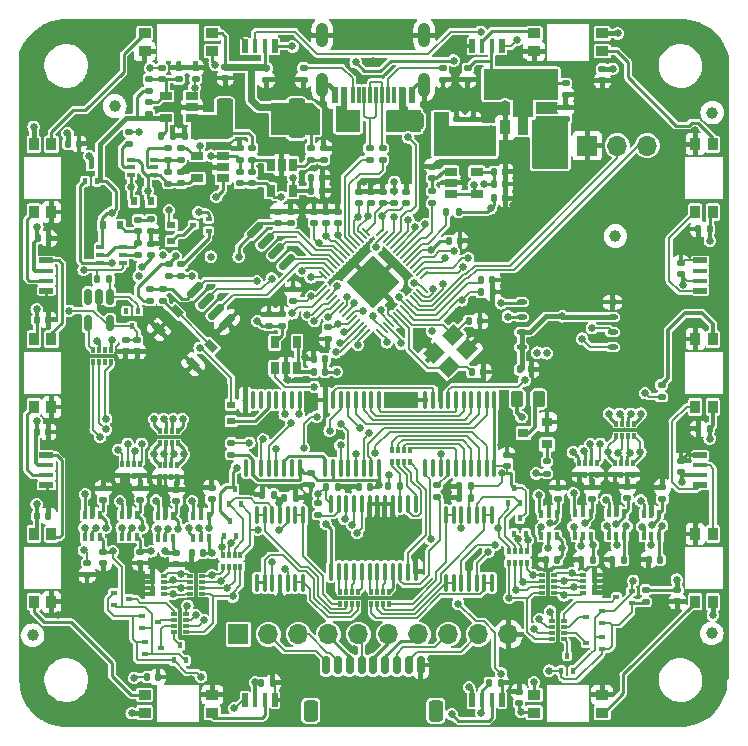
<source format=gtl>
G04 #@! TF.GenerationSoftware,KiCad,Pcbnew,7.0.7*
G04 #@! TF.CreationDate,2023-12-02T12:42:20+01:00*
G04 #@! TF.ProjectId,BusPirate-5-rev10,42757350-6972-4617-9465-2d352d726576,rev?*
G04 #@! TF.SameCoordinates,Original*
G04 #@! TF.FileFunction,Copper,L1,Top*
G04 #@! TF.FilePolarity,Positive*
%FSLAX46Y46*%
G04 Gerber Fmt 4.6, Leading zero omitted, Abs format (unit mm)*
G04 Created by KiCad (PCBNEW 7.0.7) date 2023-12-02 12:42:20*
%MOMM*%
%LPD*%
G01*
G04 APERTURE LIST*
G04 Aperture macros list*
%AMRoundRect*
0 Rectangle with rounded corners*
0 $1 Rounding radius*
0 $2 $3 $4 $5 $6 $7 $8 $9 X,Y pos of 4 corners*
0 Add a 4 corners polygon primitive as box body*
4,1,4,$2,$3,$4,$5,$6,$7,$8,$9,$2,$3,0*
0 Add four circle primitives for the rounded corners*
1,1,$1+$1,$2,$3*
1,1,$1+$1,$4,$5*
1,1,$1+$1,$6,$7*
1,1,$1+$1,$8,$9*
0 Add four rect primitives between the rounded corners*
20,1,$1+$1,$2,$3,$4,$5,0*
20,1,$1+$1,$4,$5,$6,$7,0*
20,1,$1+$1,$6,$7,$8,$9,0*
20,1,$1+$1,$8,$9,$2,$3,0*%
%AMRotRect*
0 Rectangle, with rotation*
0 The origin of the aperture is its center*
0 $1 length*
0 $2 width*
0 $3 Rotation angle, in degrees counterclockwise*
0 Add horizontal line*
21,1,$1,$2,0,0,$3*%
%AMFreePoly0*
4,1,5,0.215000,-0.575000,-0.215000,-0.575000,-0.215000,0.575000,0.215000,0.575000,0.215000,-0.575000,0.215000,-0.575000,$1*%
%AMFreePoly1*
4,1,9,3.862500,-0.866500,0.737500,-0.866500,0.737500,-0.450000,-0.737500,-0.450000,-0.737500,0.450000,0.737500,0.450000,0.737500,0.866500,3.862500,0.866500,3.862500,-0.866500,3.862500,-0.866500,$1*%
G04 Aperture macros list end*
G04 #@! TA.AperFunction,SMDPad,CuDef*
%ADD10FreePoly0,90.000000*%
G04 #@! TD*
G04 #@! TA.AperFunction,SMDPad,CuDef*
%ADD11R,1.150000X0.430000*%
G04 #@! TD*
G04 #@! TA.AperFunction,SMDPad,CuDef*
%ADD12RoundRect,0.140000X-0.170000X0.140000X-0.170000X-0.140000X0.170000X-0.140000X0.170000X0.140000X0*%
G04 #@! TD*
G04 #@! TA.AperFunction,SMDPad,CuDef*
%ADD13R,1.050000X0.820000*%
G04 #@! TD*
G04 #@! TA.AperFunction,SMDPad,CuDef*
%ADD14R,0.820000X1.050000*%
G04 #@! TD*
G04 #@! TA.AperFunction,SMDPad,CuDef*
%ADD15RoundRect,0.147500X0.172500X-0.147500X0.172500X0.147500X-0.172500X0.147500X-0.172500X-0.147500X0*%
G04 #@! TD*
G04 #@! TA.AperFunction,SMDPad,CuDef*
%ADD16RoundRect,0.147500X-0.172500X0.147500X-0.172500X-0.147500X0.172500X-0.147500X0.172500X0.147500X0*%
G04 #@! TD*
G04 #@! TA.AperFunction,SMDPad,CuDef*
%ADD17RoundRect,0.147500X0.147500X0.172500X-0.147500X0.172500X-0.147500X-0.172500X0.147500X-0.172500X0*%
G04 #@! TD*
G04 #@! TA.AperFunction,SMDPad,CuDef*
%ADD18RoundRect,0.147500X-0.147500X-0.172500X0.147500X-0.172500X0.147500X0.172500X-0.147500X0.172500X0*%
G04 #@! TD*
G04 #@! TA.AperFunction,SMDPad,CuDef*
%ADD19RoundRect,0.140000X0.170000X-0.140000X0.170000X0.140000X-0.170000X0.140000X-0.170000X-0.140000X0*%
G04 #@! TD*
G04 #@! TA.AperFunction,SMDPad,CuDef*
%ADD20RoundRect,0.140000X-0.140000X-0.170000X0.140000X-0.170000X0.140000X0.170000X-0.140000X0.170000X0*%
G04 #@! TD*
G04 #@! TA.AperFunction,SMDPad,CuDef*
%ADD21R,0.400000X0.650000*%
G04 #@! TD*
G04 #@! TA.AperFunction,SMDPad,CuDef*
%ADD22RoundRect,0.243750X0.243750X0.456250X-0.243750X0.456250X-0.243750X-0.456250X0.243750X-0.456250X0*%
G04 #@! TD*
G04 #@! TA.AperFunction,SMDPad,CuDef*
%ADD23RoundRect,0.140000X0.140000X0.170000X-0.140000X0.170000X-0.140000X-0.170000X0.140000X-0.170000X0*%
G04 #@! TD*
G04 #@! TA.AperFunction,SMDPad,CuDef*
%ADD24RoundRect,0.135000X-0.185000X0.135000X-0.185000X-0.135000X0.185000X-0.135000X0.185000X0.135000X0*%
G04 #@! TD*
G04 #@! TA.AperFunction,SMDPad,CuDef*
%ADD25RoundRect,0.050000X-0.238649X-0.309359X0.309359X0.238649X0.238649X0.309359X-0.309359X-0.238649X0*%
G04 #@! TD*
G04 #@! TA.AperFunction,SMDPad,CuDef*
%ADD26RoundRect,0.050000X0.238649X-0.309359X0.309359X-0.238649X-0.238649X0.309359X-0.309359X0.238649X0*%
G04 #@! TD*
G04 #@! TA.AperFunction,ComponentPad*
%ADD27C,0.600000*%
G04 #@! TD*
G04 #@! TA.AperFunction,SMDPad,CuDef*
%ADD28RoundRect,0.144000X0.000000X-2.059095X2.059095X0.000000X0.000000X2.059095X-2.059095X0.000000X0*%
G04 #@! TD*
G04 #@! TA.AperFunction,SMDPad,CuDef*
%ADD29RoundRect,0.100000X-0.100000X0.637500X-0.100000X-0.637500X0.100000X-0.637500X0.100000X0.637500X0*%
G04 #@! TD*
G04 #@! TA.AperFunction,SMDPad,CuDef*
%ADD30R,0.400000X0.500000*%
G04 #@! TD*
G04 #@! TA.AperFunction,SMDPad,CuDef*
%ADD31R,0.300000X0.500000*%
G04 #@! TD*
G04 #@! TA.AperFunction,SMDPad,CuDef*
%ADD32RoundRect,0.249998X0.262502X0.450002X-0.262502X0.450002X-0.262502X-0.450002X0.262502X-0.450002X0*%
G04 #@! TD*
G04 #@! TA.AperFunction,SMDPad,CuDef*
%ADD33RoundRect,0.150000X-0.353553X-0.565685X0.565685X0.353553X0.353553X0.565685X-0.565685X-0.353553X0*%
G04 #@! TD*
G04 #@! TA.AperFunction,SMDPad,CuDef*
%ADD34C,1.000000*%
G04 #@! TD*
G04 #@! TA.AperFunction,ComponentPad*
%ADD35R,1.700000X1.700000*%
G04 #@! TD*
G04 #@! TA.AperFunction,ComponentPad*
%ADD36O,1.700000X1.700000*%
G04 #@! TD*
G04 #@! TA.AperFunction,SMDPad,CuDef*
%ADD37RoundRect,0.135000X0.185000X-0.135000X0.185000X0.135000X-0.185000X0.135000X-0.185000X-0.135000X0*%
G04 #@! TD*
G04 #@! TA.AperFunction,SMDPad,CuDef*
%ADD38RoundRect,0.150000X-0.150000X-0.625000X0.150000X-0.625000X0.150000X0.625000X-0.150000X0.625000X0*%
G04 #@! TD*
G04 #@! TA.AperFunction,SMDPad,CuDef*
%ADD39RoundRect,0.249999X-0.350001X-0.650001X0.350001X-0.650001X0.350001X0.650001X-0.350001X0.650001X0*%
G04 #@! TD*
G04 #@! TA.AperFunction,SMDPad,CuDef*
%ADD40RotRect,1.400000X1.200000X45.000000*%
G04 #@! TD*
G04 #@! TA.AperFunction,SMDPad,CuDef*
%ADD41R,0.900000X0.800000*%
G04 #@! TD*
G04 #@! TA.AperFunction,SMDPad,CuDef*
%ADD42RotRect,1.050000X0.650000X315.000000*%
G04 #@! TD*
G04 #@! TA.AperFunction,SMDPad,CuDef*
%ADD43R,0.600000X0.700000*%
G04 #@! TD*
G04 #@! TA.AperFunction,SMDPad,CuDef*
%ADD44RoundRect,0.249999X0.450001X1.425001X-0.450001X1.425001X-0.450001X-1.425001X0.450001X-1.425001X0*%
G04 #@! TD*
G04 #@! TA.AperFunction,SMDPad,CuDef*
%ADD45R,0.400000X0.510000*%
G04 #@! TD*
G04 #@! TA.AperFunction,SMDPad,CuDef*
%ADD46R,1.060000X0.650000*%
G04 #@! TD*
G04 #@! TA.AperFunction,SMDPad,CuDef*
%ADD47R,0.650000X0.400000*%
G04 #@! TD*
G04 #@! TA.AperFunction,SMDPad,CuDef*
%ADD48R,0.500000X0.400000*%
G04 #@! TD*
G04 #@! TA.AperFunction,SMDPad,CuDef*
%ADD49R,0.500000X0.300000*%
G04 #@! TD*
G04 #@! TA.AperFunction,SMDPad,CuDef*
%ADD50RoundRect,0.100000X0.100000X-0.637500X0.100000X0.637500X-0.100000X0.637500X-0.100000X-0.637500X0*%
G04 #@! TD*
G04 #@! TA.AperFunction,SMDPad,CuDef*
%ADD51R,0.600000X1.450000*%
G04 #@! TD*
G04 #@! TA.AperFunction,SMDPad,CuDef*
%ADD52R,0.300000X1.450000*%
G04 #@! TD*
G04 #@! TA.AperFunction,ComponentPad*
%ADD53O,1.050000X2.100000*%
G04 #@! TD*
G04 #@! TA.AperFunction,SMDPad,CuDef*
%ADD54FreePoly0,0.000000*%
G04 #@! TD*
G04 #@! TA.AperFunction,SMDPad,CuDef*
%ADD55R,0.430000X1.150000*%
G04 #@! TD*
G04 #@! TA.AperFunction,SMDPad,CuDef*
%ADD56FreePoly0,270.000000*%
G04 #@! TD*
G04 #@! TA.AperFunction,SMDPad,CuDef*
%ADD57FreePoly0,180.000000*%
G04 #@! TD*
G04 #@! TA.AperFunction,SMDPad,CuDef*
%ADD58R,0.700000X0.600000*%
G04 #@! TD*
G04 #@! TA.AperFunction,SMDPad,CuDef*
%ADD59R,0.510000X0.400000*%
G04 #@! TD*
G04 #@! TA.AperFunction,SMDPad,CuDef*
%ADD60RoundRect,0.135000X0.135000X0.185000X-0.135000X0.185000X-0.135000X-0.185000X0.135000X-0.185000X0*%
G04 #@! TD*
G04 #@! TA.AperFunction,SMDPad,CuDef*
%ADD61R,0.900000X1.300000*%
G04 #@! TD*
G04 #@! TA.AperFunction,SMDPad,CuDef*
%ADD62FreePoly1,90.000000*%
G04 #@! TD*
G04 #@! TA.AperFunction,SMDPad,CuDef*
%ADD63R,0.650000X1.060000*%
G04 #@! TD*
G04 #@! TA.AperFunction,SMDPad,CuDef*
%ADD64RoundRect,0.202500X0.247500X0.022500X-0.247500X0.022500X-0.247500X-0.022500X0.247500X-0.022500X0*%
G04 #@! TD*
G04 #@! TA.AperFunction,SMDPad,CuDef*
%ADD65RoundRect,0.150000X-0.150000X0.512500X-0.150000X-0.512500X0.150000X-0.512500X0.150000X0.512500X0*%
G04 #@! TD*
G04 #@! TA.AperFunction,ViaPad*
%ADD66C,0.654800*%
G04 #@! TD*
G04 #@! TA.AperFunction,Conductor*
%ADD67C,0.203200*%
G04 #@! TD*
G04 #@! TA.AperFunction,Conductor*
%ADD68C,0.304800*%
G04 #@! TD*
G04 #@! TA.AperFunction,Conductor*
%ADD69C,0.254000*%
G04 #@! TD*
G04 #@! TA.AperFunction,Conductor*
%ADD70C,0.406400*%
G04 #@! TD*
G04 #@! TA.AperFunction,Conductor*
%ADD71C,0.250000*%
G04 #@! TD*
G04 #@! TA.AperFunction,Conductor*
%ADD72C,0.609600*%
G04 #@! TD*
G04 #@! TA.AperFunction,Conductor*
%ADD73C,0.177800*%
G04 #@! TD*
G04 APERTURE END LIST*
D10*
X157575000Y-83125000D03*
D11*
X157575000Y-81425000D03*
X157575000Y-82275000D03*
D10*
X157575000Y-80575000D03*
D12*
X155956000Y-80800000D03*
X155956000Y-81760000D03*
D13*
X116275000Y-61350000D03*
X116275000Y-62850000D03*
X110525000Y-62850000D03*
X110525000Y-61350000D03*
X143525000Y-118850000D03*
X143525000Y-117350000D03*
X149275000Y-117350000D03*
X149275000Y-118850000D03*
D14*
X101150000Y-103725000D03*
X102650000Y-103725000D03*
X102650000Y-109475000D03*
X101150000Y-109475000D03*
D13*
X149275000Y-61350000D03*
X149275000Y-62850000D03*
X143525000Y-62850000D03*
X143525000Y-61350000D03*
D14*
X158650000Y-76475000D03*
X157150000Y-76475000D03*
X157150000Y-70725000D03*
X158650000Y-70725000D03*
D13*
X110525000Y-118850000D03*
X110525000Y-117350000D03*
X116275000Y-117350000D03*
X116275000Y-118850000D03*
D14*
X101150000Y-70725000D03*
X102650000Y-70725000D03*
X102650000Y-76475000D03*
X101150000Y-76475000D03*
X101150000Y-87225000D03*
X102650000Y-87225000D03*
X102650000Y-92975000D03*
X101150000Y-92975000D03*
D15*
X146200000Y-68585000D03*
X146200000Y-67615000D03*
D16*
X151405000Y-99740000D03*
X151405000Y-100710000D03*
X145530000Y-99815000D03*
X145530000Y-100785000D03*
D17*
X151085000Y-105900000D03*
X150115000Y-105900000D03*
D15*
X128680000Y-75705000D03*
X128680000Y-74735000D03*
D16*
X107030000Y-105215000D03*
X107030000Y-106185000D03*
D17*
X126880574Y-99727186D03*
X125910574Y-99727186D03*
D16*
X154380000Y-99765000D03*
X154380000Y-100735000D03*
X148430000Y-99765000D03*
X148430000Y-100735000D03*
D18*
X136265000Y-78900000D03*
X137235000Y-78900000D03*
D16*
X129680000Y-74735000D03*
X129680000Y-75705000D03*
D19*
X130680000Y-75700000D03*
X130680000Y-74740000D03*
D16*
X126050000Y-86245000D03*
X126050000Y-87215000D03*
D15*
X125880000Y-77405000D03*
X125880000Y-76435000D03*
X132700000Y-75705000D03*
X132700000Y-74735000D03*
D18*
X139040000Y-83250000D03*
X140010000Y-83250000D03*
D15*
X121850000Y-77405000D03*
X121850000Y-76435000D03*
D18*
X137965000Y-85700000D03*
X138935000Y-85700000D03*
D20*
X139020000Y-82225000D03*
X139980000Y-82225000D03*
D21*
X106750000Y-102100000D03*
X106100000Y-102100000D03*
X105450000Y-102100000D03*
X105450000Y-104000000D03*
X106100000Y-104000000D03*
X106750000Y-104000000D03*
X115950000Y-102200000D03*
X115300000Y-102200000D03*
X114650000Y-102200000D03*
X114650000Y-104100000D03*
X115300000Y-104100000D03*
X115950000Y-104100000D03*
X145430000Y-102004668D03*
X144780000Y-102004668D03*
X144130000Y-102004668D03*
X144130000Y-103904668D03*
X144780000Y-103904668D03*
X145430000Y-103904668D03*
X151125000Y-101975000D03*
X150475000Y-101975000D03*
X149825000Y-101975000D03*
X149825000Y-103875000D03*
X150475000Y-103875000D03*
X151125000Y-103875000D03*
D15*
X129580000Y-72025000D03*
X129580000Y-71055000D03*
X130700000Y-72025000D03*
X130700000Y-71055000D03*
X124000000Y-65265000D03*
X124000000Y-64295000D03*
D22*
X135537500Y-68750000D03*
X133662500Y-68750000D03*
D20*
X157420000Y-77900000D03*
X158380000Y-77900000D03*
D23*
X102430000Y-78700000D03*
X101470000Y-78700000D03*
D19*
X137900000Y-65260000D03*
X137900000Y-64300000D03*
D23*
X104980000Y-70700000D03*
X104020000Y-70700000D03*
X102380000Y-85600000D03*
X101420000Y-85600000D03*
X102380000Y-95100000D03*
X101420000Y-95100000D03*
D19*
X149300000Y-65330000D03*
X149300000Y-64370000D03*
X120850000Y-65260000D03*
X120850000Y-64300000D03*
D15*
X124880000Y-77405000D03*
X124880000Y-76435000D03*
D24*
X131680000Y-74710000D03*
X131680000Y-75730000D03*
D19*
X122900000Y-77400000D03*
X122900000Y-76440000D03*
D25*
X125630843Y-83022202D03*
X125913686Y-83305045D03*
X126196528Y-83587887D03*
X126479371Y-83870730D03*
X126762214Y-84153573D03*
X127045056Y-84436415D03*
X127327899Y-84719258D03*
X127610742Y-85002101D03*
X127893585Y-85284944D03*
X128176427Y-85567786D03*
X128459270Y-85850629D03*
X128742113Y-86133472D03*
X129024955Y-86416314D03*
X129307798Y-86699157D03*
D26*
X130492202Y-86699157D03*
X130775045Y-86416314D03*
X131057887Y-86133472D03*
X131340730Y-85850629D03*
X131623573Y-85567786D03*
X131906415Y-85284944D03*
X132189258Y-85002101D03*
X132472101Y-84719258D03*
X132754944Y-84436415D03*
X133037786Y-84153573D03*
X133320629Y-83870730D03*
X133603472Y-83587887D03*
X133886314Y-83305045D03*
X134169157Y-83022202D03*
D25*
X134169157Y-81837798D03*
X133886314Y-81554955D03*
X133603472Y-81272113D03*
X133320629Y-80989270D03*
X133037786Y-80706427D03*
X132754944Y-80423585D03*
X132472101Y-80140742D03*
X132189258Y-79857899D03*
X131906415Y-79575056D03*
X131623573Y-79292214D03*
X131340730Y-79009371D03*
X131057887Y-78726528D03*
X130775045Y-78443686D03*
X130492202Y-78160843D03*
D26*
X129307798Y-78160843D03*
X129024955Y-78443686D03*
X128742113Y-78726528D03*
X128459270Y-79009371D03*
X128176427Y-79292214D03*
X127893585Y-79575056D03*
X127610742Y-79857899D03*
X127327899Y-80140742D03*
X127045056Y-80423585D03*
X126762214Y-80706427D03*
X126479371Y-80989270D03*
X126196528Y-81272113D03*
X125913686Y-81554955D03*
X125630843Y-81837798D03*
D27*
X128096878Y-82430000D03*
X128998439Y-83331561D03*
X129900000Y-84233122D03*
X128998439Y-81528439D03*
X129900000Y-82430000D03*
D28*
X129900000Y-82430000D03*
D27*
X130801561Y-83331561D03*
X129900000Y-80626878D03*
X130801561Y-81528439D03*
X131703122Y-82430000D03*
D12*
X136950000Y-68620000D03*
X136950000Y-69580000D03*
X138350000Y-68620000D03*
X138350000Y-69580000D03*
D20*
X128678596Y-99737190D03*
X129638596Y-99737190D03*
D29*
X130375000Y-92387500D03*
X129725000Y-92387500D03*
X129075000Y-92387500D03*
X128425000Y-92387500D03*
X127775000Y-92387500D03*
X127125000Y-92387500D03*
X126475000Y-92387500D03*
X125825000Y-92387500D03*
X125825000Y-98112500D03*
X126475000Y-98112500D03*
X127125000Y-98112500D03*
X127775000Y-98112500D03*
X128425000Y-98112500D03*
X129075000Y-98112500D03*
X129725000Y-98112500D03*
X130375000Y-98112500D03*
D19*
X126880000Y-77400000D03*
X126880000Y-76440000D03*
D30*
X111800000Y-98900000D03*
D31*
X112300000Y-98900000D03*
X112800000Y-98900000D03*
D30*
X113300000Y-98900000D03*
X113300000Y-97900000D03*
D31*
X112800000Y-97900000D03*
X112300000Y-97900000D03*
D30*
X111800000Y-97900000D03*
D32*
X143912500Y-92300000D03*
X142087500Y-92300000D03*
D30*
X150350000Y-98700000D03*
D31*
X150850000Y-98700000D03*
X151350000Y-98700000D03*
D30*
X151850000Y-98700000D03*
X151850000Y-97700000D03*
D31*
X151350000Y-97700000D03*
X150850000Y-97700000D03*
D30*
X150350000Y-97700000D03*
D33*
X114807377Y-83098546D03*
X115705403Y-83996572D03*
X116603428Y-84894597D03*
X117501454Y-85792623D03*
X122592623Y-80701454D03*
X121694597Y-79803428D03*
X120796572Y-78905403D03*
X119898546Y-78007377D03*
D24*
X112080000Y-82970000D03*
X112080000Y-83990000D03*
D34*
X158600000Y-68050000D03*
X101050000Y-112300000D03*
D12*
X142247961Y-117070141D03*
X142247961Y-118030141D03*
D23*
X102380000Y-102200000D03*
X101420000Y-102200000D03*
X140688000Y-116332000D03*
X139728000Y-116332000D03*
X121384000Y-116332000D03*
X120424000Y-116332000D03*
X111659494Y-115831572D03*
X110699494Y-115831572D03*
D15*
X124627951Y-99563197D03*
X124627951Y-98593197D03*
D12*
X146200000Y-65570000D03*
X146200000Y-66530000D03*
D35*
X148010000Y-70850000D03*
D36*
X150550000Y-70850000D03*
X153090000Y-70850000D03*
D37*
X111000000Y-83990000D03*
X111000000Y-82970000D03*
D34*
X108000000Y-67500000D03*
X150400000Y-78500000D03*
X158550000Y-112150000D03*
D19*
X155650000Y-109430000D03*
X155650000Y-108470000D03*
D15*
X135800000Y-65265000D03*
X135800000Y-64295000D03*
D38*
X125900000Y-114820000D03*
X126900000Y-114820000D03*
X127900000Y-114820000D03*
X128900000Y-114820000D03*
X129900000Y-114820000D03*
X130900000Y-114820000D03*
X131900000Y-114820000D03*
X132900000Y-114820000D03*
X133900000Y-114820000D03*
D39*
X124600000Y-118695000D03*
X135200000Y-118695000D03*
D29*
X140145000Y-92387500D03*
X139495000Y-92387500D03*
X138845000Y-92387500D03*
X138195000Y-92387500D03*
X137545000Y-92387500D03*
X136895000Y-92387500D03*
X136245000Y-92387500D03*
X135595000Y-92387500D03*
X134945000Y-92387500D03*
X134295000Y-92387500D03*
X134295000Y-98112500D03*
X134945000Y-98112500D03*
X135595000Y-98112500D03*
X136245000Y-98112500D03*
X136895000Y-98112500D03*
X137545000Y-98112500D03*
X138195000Y-98112500D03*
X138845000Y-98112500D03*
X139495000Y-98112500D03*
X140145000Y-98112500D03*
D19*
X122170000Y-86100000D03*
X122170000Y-85140000D03*
D40*
X136273223Y-89628858D03*
X137828858Y-88073223D03*
X136626777Y-86871142D03*
X135071142Y-88426777D03*
D15*
X117864500Y-97005000D03*
X117864500Y-96035000D03*
D18*
X131172023Y-99660448D03*
X132142023Y-99660448D03*
D12*
X121070000Y-85140000D03*
X121070000Y-86100000D03*
D18*
X124865000Y-90000000D03*
X125835000Y-90000000D03*
D15*
X123100000Y-83985000D03*
X123100000Y-83015000D03*
D41*
X144600000Y-96150000D03*
X144600000Y-94250000D03*
X142600000Y-95200000D03*
D18*
X138235000Y-90020000D03*
X139205000Y-90020000D03*
D42*
X113242893Y-84892614D03*
X116177386Y-87827107D03*
X111722614Y-86412893D03*
X114657107Y-89347386D03*
D43*
X111050000Y-75550000D03*
X109650000Y-75550000D03*
D12*
X155956000Y-97536000D03*
X155956000Y-98496000D03*
D18*
X124615000Y-74650000D03*
X125585000Y-74650000D03*
D17*
X125570000Y-73550000D03*
X124600000Y-73550000D03*
D15*
X113420000Y-65235000D03*
X113420000Y-64265000D03*
D37*
X109980000Y-80140000D03*
X109980000Y-79120000D03*
D24*
X111070000Y-77090000D03*
X111070000Y-78110000D03*
D16*
X109980000Y-77115000D03*
X109980000Y-78085000D03*
D15*
X111070000Y-80115000D03*
X111070000Y-79145000D03*
D24*
X109220000Y-69690000D03*
X109220000Y-70710000D03*
D37*
X112550000Y-74070000D03*
X112550000Y-73050000D03*
D24*
X112550000Y-71030000D03*
X112550000Y-72050000D03*
D23*
X114890000Y-70000000D03*
X113930000Y-70000000D03*
D16*
X111990000Y-64265000D03*
X111990000Y-65235000D03*
D15*
X119630000Y-74045000D03*
X119630000Y-73075000D03*
D44*
X123400000Y-68550000D03*
X117300000Y-68550000D03*
D15*
X124600000Y-72025000D03*
X124600000Y-71055000D03*
D16*
X125700000Y-71065000D03*
X125700000Y-72035000D03*
X118600000Y-73075000D03*
X118600000Y-74045000D03*
X118600000Y-71065000D03*
X118600000Y-72035000D03*
D15*
X113600000Y-74045000D03*
X113600000Y-73075000D03*
X119650000Y-72025000D03*
X119650000Y-71055000D03*
D37*
X113600000Y-72050000D03*
X113600000Y-71030000D03*
D19*
X117350000Y-65130000D03*
X117350000Y-64170000D03*
D45*
X105500000Y-73855000D03*
X106500000Y-73855000D03*
X106000000Y-72565000D03*
D24*
X112600000Y-80890000D03*
X112600000Y-81910000D03*
X113650000Y-80890000D03*
X113650000Y-81910000D03*
D20*
X111950000Y-70000000D03*
X112910000Y-70000000D03*
D15*
X114850000Y-65235000D03*
X114850000Y-64265000D03*
D46*
X114520000Y-68550000D03*
X114520000Y-67600000D03*
X114520000Y-66650000D03*
X112320000Y-66650000D03*
X112320000Y-68550000D03*
D47*
X109400000Y-72050000D03*
X109400000Y-72700000D03*
X109400000Y-73350000D03*
X111300000Y-73350000D03*
X111300000Y-72700000D03*
X111300000Y-72050000D03*
X108680000Y-80750000D03*
X108680000Y-80100000D03*
X108680000Y-79450000D03*
X106780000Y-79450000D03*
X106780000Y-80100000D03*
X106780000Y-80750000D03*
D43*
X107030000Y-77600000D03*
X108430000Y-77600000D03*
D48*
X144200000Y-107200000D03*
D49*
X144200000Y-107700000D03*
X144200000Y-108200000D03*
D48*
X144200000Y-108700000D03*
X145200000Y-108700000D03*
D49*
X145200000Y-108200000D03*
X145200000Y-107700000D03*
D48*
X145200000Y-107200000D03*
D50*
X126325000Y-106912500D03*
X126975000Y-106912500D03*
X127625000Y-106912500D03*
X128275000Y-106912500D03*
X128925000Y-106912500D03*
X129575000Y-106912500D03*
X130225000Y-106912500D03*
X130875000Y-106912500D03*
X131525000Y-106912500D03*
X132175000Y-106912500D03*
X132825000Y-106912500D03*
X133475000Y-106912500D03*
X133475000Y-101187500D03*
X132825000Y-101187500D03*
X132175000Y-101187500D03*
X131525000Y-101187500D03*
X130875000Y-101187500D03*
X130225000Y-101187500D03*
X129575000Y-101187500D03*
X128925000Y-101187500D03*
X128275000Y-101187500D03*
X127625000Y-101187500D03*
X126975000Y-101187500D03*
X126325000Y-101187500D03*
D21*
X148298865Y-101977768D03*
X147648865Y-101977768D03*
X146998865Y-101977768D03*
X146998865Y-103877768D03*
X147648865Y-103877768D03*
X148298865Y-103877768D03*
D17*
X145485000Y-105900000D03*
X144515000Y-105900000D03*
D37*
X144600000Y-98610000D03*
X144600000Y-97590000D03*
D17*
X148485000Y-105900000D03*
X147515000Y-105900000D03*
D30*
X108650000Y-98800000D03*
D31*
X109150000Y-98800000D03*
X109650000Y-98800000D03*
D30*
X110150000Y-98800000D03*
X110150000Y-97800000D03*
D31*
X109650000Y-97800000D03*
X109150000Y-97800000D03*
D30*
X108650000Y-97800000D03*
D12*
X141224000Y-97056000D03*
X141224000Y-98016000D03*
D21*
X112950000Y-102200000D03*
X112300000Y-102200000D03*
X111650000Y-102200000D03*
X111650000Y-104100000D03*
X112300000Y-104100000D03*
X112950000Y-104100000D03*
D30*
X147350000Y-98700000D03*
D31*
X147850000Y-98700000D03*
X148350000Y-98700000D03*
D30*
X148850000Y-98700000D03*
X148850000Y-97700000D03*
D31*
X148350000Y-97700000D03*
X147850000Y-97700000D03*
D30*
X147350000Y-97700000D03*
X111850000Y-96000000D03*
D31*
X112350000Y-96000000D03*
X112850000Y-96000000D03*
D30*
X113350000Y-96000000D03*
X113350000Y-95000000D03*
D31*
X112850000Y-95000000D03*
X112350000Y-95000000D03*
D30*
X111850000Y-95000000D03*
D21*
X109900000Y-102100000D03*
X109250000Y-102100000D03*
X108600000Y-102100000D03*
X108600000Y-104000000D03*
X109250000Y-104000000D03*
X109900000Y-104000000D03*
D16*
X113230000Y-105315000D03*
X113230000Y-106285000D03*
X116200000Y-99815000D03*
X116200000Y-100785000D03*
X107030000Y-99865000D03*
X107030000Y-100835000D03*
X110180000Y-99865000D03*
X110180000Y-100835000D03*
X110180000Y-105215000D03*
X110180000Y-106185000D03*
X113230000Y-99965000D03*
X113230000Y-100935000D03*
D30*
X150450000Y-95400000D03*
D31*
X150950000Y-95400000D03*
X151450000Y-95400000D03*
D30*
X151950000Y-95400000D03*
X151950000Y-94400000D03*
D31*
X151450000Y-94400000D03*
X150950000Y-94400000D03*
D30*
X150450000Y-94400000D03*
D48*
X112200000Y-108800000D03*
D49*
X112200000Y-108300000D03*
X112200000Y-107800000D03*
D48*
X112200000Y-107300000D03*
X111200000Y-107300000D03*
D49*
X111200000Y-107800000D03*
X111200000Y-108300000D03*
D48*
X111200000Y-108800000D03*
D21*
X154100000Y-102000000D03*
X153450000Y-102000000D03*
X152800000Y-102000000D03*
X152800000Y-103900000D03*
X153450000Y-103900000D03*
X154100000Y-103900000D03*
D14*
X158650000Y-109475000D03*
X157150000Y-109475000D03*
X157150000Y-103725000D03*
X158650000Y-103725000D03*
D51*
X133150000Y-66595000D03*
X132350000Y-66595000D03*
D52*
X131150000Y-66595000D03*
X130150000Y-66595000D03*
X129650000Y-66595000D03*
X128650000Y-66595000D03*
D51*
X126650000Y-66595000D03*
X127450000Y-66595000D03*
D52*
X128150000Y-66595000D03*
X129150000Y-66595000D03*
X130650000Y-66595000D03*
X131650000Y-66595000D03*
D53*
X134220000Y-65680000D03*
X125580000Y-65680000D03*
X134220000Y-61500000D03*
X125580000Y-61500000D03*
D29*
X123650500Y-92387500D03*
X123000500Y-92387500D03*
X122350500Y-92387500D03*
X121700500Y-92387500D03*
X121050500Y-92387500D03*
X120400500Y-92387500D03*
X119750500Y-92387500D03*
X119100500Y-92387500D03*
X119100500Y-98112500D03*
X119750500Y-98112500D03*
X120400500Y-98112500D03*
X121050500Y-98112500D03*
X121700500Y-98112500D03*
X122350500Y-98112500D03*
X123000500Y-98112500D03*
X123650500Y-98112500D03*
D17*
X154185000Y-105900000D03*
X153215000Y-105900000D03*
D10*
X157575000Y-97075000D03*
D11*
X157575000Y-97925000D03*
X157575000Y-98775000D03*
D10*
X157575000Y-99625000D03*
D54*
X140775000Y-117775000D03*
D55*
X139925000Y-117775000D03*
X139075000Y-117775000D03*
D54*
X138225000Y-117775000D03*
X121575000Y-117775000D03*
D55*
X120725000Y-117775000D03*
X119875000Y-117775000D03*
D54*
X119025000Y-117775000D03*
D56*
X102225000Y-99625000D03*
D11*
X102225000Y-98775000D03*
X102225000Y-97925000D03*
D56*
X102225000Y-97075000D03*
X102225000Y-83125000D03*
D11*
X102225000Y-82275000D03*
X102225000Y-81425000D03*
D56*
X102225000Y-80575000D03*
D57*
X119025000Y-62425000D03*
D55*
X119875000Y-62425000D03*
X120725000Y-62425000D03*
D57*
X121575000Y-62425000D03*
X138225000Y-62425000D03*
D55*
X139075000Y-62425000D03*
X139925000Y-62425000D03*
D57*
X140775000Y-62425000D03*
D30*
X131500000Y-97600000D03*
D31*
X132000000Y-97600000D03*
X132500000Y-97600000D03*
D30*
X133000000Y-97600000D03*
X133000000Y-96600000D03*
D31*
X132500000Y-96600000D03*
X132000000Y-96600000D03*
D30*
X131500000Y-96600000D03*
D48*
X147650000Y-107200000D03*
D49*
X147650000Y-107700000D03*
X147650000Y-108200000D03*
D48*
X147650000Y-108700000D03*
X148650000Y-108700000D03*
D49*
X148650000Y-108200000D03*
X148650000Y-107700000D03*
D48*
X148650000Y-107200000D03*
X115400000Y-108800000D03*
D49*
X115400000Y-108300000D03*
X115400000Y-107800000D03*
D48*
X115400000Y-107300000D03*
X114400000Y-107300000D03*
D49*
X114400000Y-107800000D03*
X114400000Y-108300000D03*
D48*
X114400000Y-108800000D03*
D37*
X135275327Y-100640100D03*
X135275327Y-99620100D03*
D17*
X115485000Y-105350000D03*
X114515000Y-105350000D03*
D58*
X117864500Y-92772000D03*
X117864500Y-94172000D03*
D59*
X115945000Y-78050000D03*
X115945000Y-77050000D03*
X114655000Y-77550000D03*
D20*
X140120000Y-73050000D03*
X141080000Y-73050000D03*
D23*
X141080000Y-74100000D03*
X140120000Y-74100000D03*
D12*
X134900000Y-72620000D03*
X134900000Y-73580000D03*
D23*
X141080000Y-75300000D03*
X140120000Y-75300000D03*
D24*
X134900000Y-74710000D03*
X134900000Y-75730000D03*
D60*
X137110000Y-76450000D03*
X136090000Y-76450000D03*
D61*
X141070000Y-69300000D03*
D62*
X142570000Y-69212500D03*
D61*
X144070000Y-69300000D03*
D19*
X110900000Y-68130000D03*
X110900000Y-67170000D03*
D15*
X110900000Y-66185000D03*
X110900000Y-65215000D03*
D58*
X112800000Y-77550000D03*
X112800000Y-78950000D03*
D46*
X117200000Y-73630000D03*
X117200000Y-72680000D03*
X117200000Y-71730000D03*
X115000000Y-71730000D03*
X115000000Y-73630000D03*
D59*
X151765000Y-109585000D03*
X151765000Y-108585000D03*
X150475000Y-109085000D03*
X149225000Y-111284269D03*
X149225000Y-110284269D03*
X147935000Y-110784269D03*
D45*
X145812000Y-115316000D03*
X146812000Y-115316000D03*
X146312000Y-114026000D03*
D37*
X152977573Y-109466257D03*
X152977573Y-108446257D03*
D59*
X149226608Y-113466110D03*
X149226608Y-112466110D03*
X147936608Y-112966110D03*
D48*
X145050000Y-111125000D03*
D49*
X145050000Y-111625000D03*
X145050000Y-112125000D03*
D48*
X145050000Y-112625000D03*
X146050000Y-112625000D03*
D49*
X146050000Y-112125000D03*
X146050000Y-111625000D03*
D48*
X146050000Y-111125000D03*
X114030000Y-111990000D03*
D49*
X114030000Y-111490000D03*
X114030000Y-110990000D03*
D48*
X114030000Y-110490000D03*
X113030000Y-110490000D03*
D49*
X113030000Y-110990000D03*
X113030000Y-111490000D03*
D48*
X113030000Y-111990000D03*
D59*
X110347709Y-110679210D03*
X110347709Y-111679210D03*
X111637709Y-111179210D03*
D45*
X113025614Y-114428421D03*
X114025614Y-114428421D03*
X113525614Y-113138421D03*
D59*
X110605195Y-112873968D03*
X110605195Y-113873968D03*
X111895195Y-113373968D03*
X107930000Y-108720000D03*
X107930000Y-109720000D03*
X109220000Y-109220000D03*
D30*
X131240000Y-108650000D03*
D31*
X130740000Y-108650000D03*
X130240000Y-108650000D03*
D30*
X129740000Y-108650000D03*
X129740000Y-109650000D03*
D31*
X130240000Y-109650000D03*
X130740000Y-109650000D03*
D30*
X131240000Y-109650000D03*
X128580000Y-108650000D03*
D31*
X128080000Y-108650000D03*
X127580000Y-108650000D03*
D30*
X127080000Y-108650000D03*
X127080000Y-109650000D03*
D31*
X127580000Y-109650000D03*
X128080000Y-109650000D03*
D30*
X128580000Y-109650000D03*
X106173997Y-89166082D03*
D31*
X106673997Y-89166082D03*
X107173997Y-89166082D03*
D30*
X107673997Y-89166082D03*
X107673997Y-88166082D03*
D31*
X107173997Y-88166082D03*
X106673997Y-88166082D03*
D30*
X106173997Y-88166082D03*
D63*
X123100000Y-72460000D03*
X122150000Y-72460000D03*
X121200000Y-72460000D03*
X121200000Y-74660000D03*
X123100000Y-74660000D03*
D46*
X136450000Y-73050000D03*
X136450000Y-74000000D03*
X136450000Y-74950000D03*
X138650000Y-74950000D03*
X138650000Y-73050000D03*
D63*
X121550000Y-89700000D03*
X122500000Y-89700000D03*
X123450000Y-89700000D03*
X123450000Y-87500000D03*
X121550000Y-87500000D03*
D18*
X124859184Y-88913667D03*
X125829184Y-88913667D03*
D20*
X157420000Y-94800000D03*
X158380000Y-94800000D03*
D14*
X158650000Y-92975000D03*
X157150000Y-92975000D03*
X157150000Y-87225000D03*
X158650000Y-87225000D03*
D20*
X142320000Y-89800000D03*
X143280000Y-89800000D03*
D64*
X150150000Y-87905000D03*
X150150000Y-86635000D03*
X150150000Y-85365000D03*
X150150000Y-84095000D03*
X142450000Y-84095000D03*
X142450000Y-85365000D03*
X142450000Y-86635000D03*
X142450000Y-87905000D03*
D37*
X154300000Y-92120000D03*
X154300000Y-91100000D03*
D24*
X105664000Y-106168000D03*
X105664000Y-107188000D03*
D29*
X139950000Y-102137500D03*
X139300000Y-102137500D03*
X138650000Y-102137500D03*
X138000000Y-102137500D03*
X137350000Y-102137500D03*
X136700000Y-102137500D03*
X136050000Y-102137500D03*
X136050000Y-107862500D03*
X136700000Y-107862500D03*
X137350000Y-107862500D03*
X138000000Y-107862500D03*
X138650000Y-107862500D03*
X139300000Y-107862500D03*
X139950000Y-107862500D03*
D37*
X125233892Y-102112000D03*
X125233892Y-101092000D03*
D19*
X109920864Y-88270789D03*
X109920864Y-87310789D03*
D20*
X137188000Y-99697012D03*
X138148000Y-99697012D03*
D45*
X117250123Y-103906000D03*
X118250123Y-103906000D03*
X117750123Y-102616000D03*
X117660849Y-101229000D03*
X118660849Y-101229000D03*
X118160849Y-99939000D03*
D12*
X108925662Y-87299471D03*
X108925662Y-88259471D03*
D29*
X123950000Y-102137500D03*
X123300000Y-102137500D03*
X122650000Y-102137500D03*
X122000000Y-102137500D03*
X121350000Y-102137500D03*
X120700000Y-102137500D03*
X120050000Y-102137500D03*
X120050000Y-107862500D03*
X120700000Y-107862500D03*
X121350000Y-107862500D03*
X122000000Y-107862500D03*
X122650000Y-107862500D03*
X123300000Y-107862500D03*
X123950000Y-107862500D03*
D60*
X107543715Y-82151918D03*
X106523715Y-82151918D03*
D45*
X109970791Y-84855144D03*
X108970791Y-84855144D03*
X109470791Y-86145144D03*
D20*
X120487149Y-100389462D03*
X121447149Y-100389462D03*
D23*
X123327008Y-100646986D03*
X122367008Y-100646986D03*
D45*
X141342965Y-101134720D03*
X142342965Y-101134720D03*
X141842965Y-99844720D03*
X141803512Y-103696295D03*
X142803512Y-103696295D03*
X142303512Y-102406295D03*
D20*
X137188000Y-100665442D03*
X138148000Y-100665442D03*
D30*
X118650000Y-105500000D03*
D31*
X118150000Y-105500000D03*
X117650000Y-105500000D03*
D30*
X117150000Y-105500000D03*
X117150000Y-106500000D03*
D31*
X117650000Y-106500000D03*
X118150000Y-106500000D03*
D30*
X118650000Y-106500000D03*
D65*
X107630000Y-83632500D03*
X106680000Y-83632500D03*
X105730000Y-83632500D03*
X105730000Y-85907500D03*
X107630000Y-85907500D03*
D30*
X142900000Y-105200000D03*
D31*
X142400000Y-105200000D03*
X141900000Y-105200000D03*
D30*
X141400000Y-105200000D03*
X141400000Y-106200000D03*
D31*
X141900000Y-106200000D03*
X142400000Y-106200000D03*
D30*
X142900000Y-106200000D03*
D35*
X118470000Y-112220000D03*
D36*
X121010000Y-112220000D03*
X123550000Y-112220000D03*
X126090000Y-112220000D03*
X128630000Y-112220000D03*
X131170000Y-112220000D03*
X133710000Y-112220000D03*
X136250000Y-112220000D03*
X138790000Y-112220000D03*
X141330000Y-112220000D03*
D66*
X159512000Y-80772000D03*
X155956000Y-84328000D03*
X156109097Y-82619206D03*
X156464000Y-79248000D03*
X102400000Y-68300000D03*
X102500000Y-84700000D03*
X135800000Y-63000000D03*
X130700000Y-73900000D03*
X147150000Y-66550000D03*
X157100000Y-69500000D03*
X144650000Y-73500000D03*
X129900000Y-73900000D03*
X108100000Y-117600000D03*
X152050000Y-62600000D03*
X102500000Y-94200000D03*
X102500000Y-101200000D03*
X102600000Y-77600000D03*
X157200000Y-78900000D03*
X138100000Y-78900000D03*
X103236500Y-110599171D03*
X118650000Y-61350000D03*
X129100000Y-73900000D03*
X156500000Y-94800000D03*
X141300000Y-110800000D03*
X131950000Y-119250000D03*
X130600000Y-119250000D03*
X129150000Y-119250000D03*
X127800000Y-119250000D03*
X126450000Y-119250000D03*
X133300000Y-119250000D03*
X153750000Y-74750000D03*
X107550000Y-62750000D03*
X147150000Y-67600000D03*
X126850000Y-73900000D03*
X117400000Y-66000000D03*
X124000000Y-66200000D03*
X124850000Y-75500000D03*
X113450000Y-68650000D03*
X113450000Y-67600000D03*
X115750000Y-67600000D03*
X123850000Y-76450000D03*
X120850000Y-76450000D03*
X112500000Y-87200000D03*
X120050000Y-84500000D03*
X111900000Y-78100000D03*
X118872000Y-88392000D03*
X137000000Y-66200000D03*
X116100000Y-72680000D03*
X115700000Y-64250000D03*
X123550000Y-114400000D03*
X140208000Y-111130000D03*
X135050000Y-111140000D03*
X144600000Y-100900000D03*
X117000500Y-95750000D03*
X149300000Y-66200000D03*
X131550000Y-102400000D03*
X141100000Y-72050000D03*
X142350000Y-73550000D03*
X114500000Y-72650000D03*
X117600000Y-70900000D03*
X138350000Y-66450000D03*
X146950000Y-73500000D03*
X151892000Y-87376000D03*
X148250000Y-78700000D03*
X143350000Y-87325000D03*
X151550000Y-82150000D03*
X156100000Y-67950000D03*
X131300000Y-84350000D03*
X122428000Y-65532000D03*
X123700000Y-117500000D03*
X141050000Y-70700000D03*
X115468673Y-90159295D03*
X133462770Y-105734500D03*
X124742023Y-92450163D03*
X112800000Y-89800000D03*
X130350000Y-105450000D03*
X141750000Y-75850000D03*
X135800000Y-66100000D03*
X110300000Y-107700000D03*
X124200000Y-63000000D03*
X139700000Y-86868000D03*
X127900000Y-89300000D03*
X138100000Y-86800000D03*
X147500000Y-100850000D03*
X146850000Y-87750000D03*
X111300000Y-88250000D03*
X128700000Y-90450000D03*
X124123900Y-88721500D03*
X152690000Y-112750000D03*
X115000000Y-78650000D03*
X143700000Y-105900000D03*
X118500000Y-84400000D03*
X113792000Y-87884000D03*
X134419284Y-87372148D03*
X122646619Y-90703400D03*
X153450000Y-100900000D03*
X133900000Y-117450000D03*
X132150000Y-104350000D03*
X148350000Y-81600000D03*
X153100000Y-95250000D03*
X141750000Y-90571500D03*
X143695367Y-84568760D03*
X152850000Y-81200000D03*
X140748900Y-96225999D03*
X141050000Y-67350000D03*
X116250000Y-116100000D03*
X109600000Y-90100000D03*
X126100000Y-90950000D03*
X152850000Y-83050000D03*
X108656605Y-91976779D03*
X127850000Y-70500000D03*
X115350000Y-101300000D03*
X124460000Y-61468000D03*
X147600000Y-93850000D03*
X134100000Y-73200000D03*
X148950000Y-93850000D03*
X106150000Y-100950000D03*
X121412000Y-115316000D03*
X146900000Y-84450000D03*
X141296258Y-113864258D03*
X120912500Y-94996000D03*
X124163801Y-100608522D03*
X125900000Y-75500000D03*
X143256000Y-114808000D03*
X118600000Y-76950000D03*
X106172000Y-108204000D03*
X158750000Y-96850000D03*
X123050000Y-71350000D03*
X141950000Y-70700000D03*
X142800000Y-70700000D03*
X132700000Y-117450000D03*
X151892000Y-89916000D03*
X106300000Y-75100000D03*
X153500000Y-110450000D03*
X121900000Y-63500000D03*
X142028155Y-97536000D03*
X117800500Y-95150000D03*
X142950000Y-82100000D03*
X109350000Y-100950000D03*
X136153016Y-100584000D03*
X139200000Y-113600000D03*
X137550000Y-73600000D03*
X115603546Y-85782042D03*
X151800000Y-85800000D03*
X152990000Y-97970000D03*
X109100000Y-106200000D03*
X112383613Y-106227181D03*
X119560208Y-100145412D03*
X105800000Y-70500000D03*
X147828000Y-72644000D03*
X109650000Y-63950000D03*
X142650000Y-63750000D03*
X149000000Y-84000000D03*
X139700000Y-79248000D03*
X135500000Y-67350000D03*
X142842583Y-113054966D03*
X111100000Y-106200000D03*
X115152214Y-99792216D03*
X157200000Y-86050000D03*
X155550000Y-90350000D03*
X116050000Y-81650000D03*
X108204000Y-111760000D03*
X129900000Y-117450000D03*
X141050000Y-68100000D03*
X148550000Y-76300000D03*
X153100000Y-99750000D03*
X120600000Y-70200000D03*
X129850000Y-63700000D03*
X136950000Y-67650000D03*
X119650500Y-94800000D03*
X127000000Y-61468000D03*
X137972876Y-106582731D03*
X144175000Y-90550000D03*
X138350000Y-67600000D03*
X124050000Y-82880000D03*
X140208000Y-106172000D03*
X107800000Y-71650000D03*
X134800000Y-114350000D03*
X145118300Y-79248000D03*
X141224000Y-114808000D03*
X148844000Y-87249000D03*
X128595362Y-89570056D03*
X134100000Y-75450000D03*
X132850000Y-73300000D03*
X109050000Y-82200000D03*
X126850000Y-75500000D03*
X152950000Y-77050000D03*
X152850000Y-79100000D03*
X140650000Y-80250000D03*
X158950000Y-85000000D03*
X131100000Y-92750000D03*
X152300000Y-105900000D03*
X114536820Y-84703055D03*
X151550000Y-75450000D03*
X125850000Y-117450000D03*
X127763089Y-99902031D03*
X107050000Y-84700000D03*
X134200000Y-67350000D03*
X103300000Y-112050000D03*
X155940915Y-96520000D03*
X151500000Y-84100000D03*
X137050000Y-84850000D03*
X151450000Y-73800000D03*
X150250000Y-81500000D03*
X144550000Y-75750000D03*
X142600000Y-98552000D03*
X109800000Y-107100000D03*
X107700000Y-72850000D03*
X119380000Y-86868000D03*
X126150000Y-68100000D03*
X118364000Y-66040000D03*
X141000000Y-82296000D03*
X146700000Y-80100000D03*
X129350000Y-89650000D03*
X107440000Y-99090000D03*
X157250000Y-102600000D03*
X149352000Y-115824000D03*
X115824000Y-112776000D03*
X121976311Y-108988087D03*
X149300000Y-94800000D03*
X106250000Y-97650000D03*
X131300000Y-104800000D03*
X119650000Y-76950000D03*
X130248201Y-102393132D03*
X135000000Y-115650000D03*
X114450000Y-116050000D03*
X109900000Y-89100000D03*
X112700000Y-115950000D03*
X154800000Y-110750000D03*
X151650000Y-76700000D03*
X128524000Y-70612000D03*
X138430880Y-84556601D03*
X128250000Y-113500000D03*
X105500000Y-94050000D03*
X106000000Y-69050000D03*
X107188000Y-96520000D03*
X105150000Y-69050000D03*
X135636000Y-60960000D03*
X132588000Y-61468000D03*
X106300000Y-76000000D03*
X120900000Y-66350000D03*
X122050000Y-84200000D03*
X118050000Y-86481700D03*
X156300000Y-102200000D03*
X109220000Y-65532000D03*
X153150000Y-73850000D03*
X129113357Y-110555593D03*
X120550000Y-81500000D03*
X141150000Y-119450000D03*
X152300000Y-105150000D03*
X153238100Y-92750000D03*
X111252000Y-85344000D03*
X128450000Y-117450000D03*
X127150000Y-117450000D03*
X144200000Y-89775000D03*
X134450000Y-70700000D03*
X131350000Y-117450000D03*
X112400000Y-101050000D03*
X114737133Y-98740147D03*
X146700000Y-105900000D03*
X140900000Y-83225000D03*
X108900000Y-89100000D03*
X150475000Y-100825000D03*
X149300000Y-105100000D03*
X127900000Y-105550000D03*
X118800000Y-81450000D03*
X143256000Y-76708000D03*
X147828000Y-89916000D03*
X116250000Y-105350000D03*
X148500000Y-104700000D03*
X151325000Y-103075000D03*
X105400000Y-105100000D03*
X154350000Y-103050000D03*
X145850000Y-104950000D03*
X105850000Y-71750000D03*
X112286500Y-105200000D03*
X107850000Y-105200000D03*
X105372537Y-81356300D03*
X111100000Y-105200000D03*
X151892000Y-107696000D03*
X106400000Y-103200000D03*
X123050000Y-85050000D03*
X108300000Y-96600000D03*
X126100000Y-85350000D03*
X146800000Y-96800000D03*
X144700000Y-104900000D03*
X117976308Y-109019696D03*
X144864209Y-110299297D03*
X143400383Y-107187589D03*
X109500000Y-103200000D03*
X126850000Y-82750000D03*
X109100000Y-96100000D03*
X147700000Y-96700000D03*
X147500000Y-104750000D03*
X127700000Y-83650000D03*
X117538218Y-108325681D03*
X115562904Y-111029493D03*
X143963010Y-110961402D03*
X142600000Y-107806300D03*
X112550000Y-103300000D03*
X109700000Y-96700000D03*
X124300000Y-85150000D03*
X128300000Y-84200000D03*
X148270425Y-96129575D03*
X150500000Y-104700000D03*
X116975958Y-107721500D03*
X114864015Y-110600350D03*
X142000000Y-108500000D03*
X143510000Y-111760000D03*
X115100000Y-103250000D03*
X110300000Y-96100000D03*
X124900000Y-85700000D03*
X129000000Y-84850000D03*
X153400000Y-104700000D03*
X149100000Y-96100000D03*
X114152865Y-109803372D03*
X116236942Y-107221500D03*
X141400504Y-109121627D03*
X111329891Y-94000000D03*
X127450000Y-86600000D03*
X149850000Y-93550000D03*
X131050000Y-87500000D03*
X127050000Y-87550000D03*
X112136594Y-94000000D03*
X129900000Y-85300000D03*
X150750000Y-93550000D03*
X126700000Y-88350000D03*
X112943297Y-94000000D03*
X132250000Y-87600000D03*
X151700000Y-93550000D03*
X113750000Y-94000000D03*
X128600000Y-87700000D03*
X130550000Y-84800000D03*
X152550000Y-93550000D03*
X130150000Y-79400000D03*
X122100000Y-75200000D03*
X145900000Y-71900000D03*
X145900000Y-70800000D03*
X126880000Y-78380000D03*
X144900000Y-70800000D03*
X125900000Y-78500000D03*
X144900000Y-71900000D03*
X131680000Y-73920000D03*
X107250000Y-103200000D03*
X129420000Y-76820000D03*
X126900000Y-85950000D03*
X153500000Y-103000000D03*
X115950000Y-103250000D03*
X147816720Y-102823627D03*
X150475000Y-102925000D03*
X124630000Y-83620000D03*
X136700000Y-63650000D03*
X139250000Y-74100000D03*
X137400000Y-83950000D03*
X130375000Y-99568000D03*
X135800000Y-82600000D03*
X110350000Y-103200000D03*
X113150000Y-80200000D03*
X116150000Y-80250000D03*
X118500000Y-80250000D03*
X145900000Y-85300000D03*
X144840677Y-102836471D03*
X110800000Y-74650000D03*
X130630000Y-76780000D03*
X134750000Y-79700000D03*
X113400000Y-103300000D03*
X128400000Y-63800000D03*
X101400000Y-101200000D03*
X101400000Y-94200000D03*
X101400000Y-84700000D03*
X101450000Y-77700000D03*
X158400000Y-78900000D03*
X155600000Y-107600000D03*
X140800000Y-98550000D03*
X139900000Y-66500000D03*
X141300000Y-64700000D03*
X121900000Y-68400000D03*
X139150000Y-70900000D03*
X158380000Y-95647793D03*
X121850000Y-69200000D03*
X142650000Y-64700000D03*
X109650000Y-115900000D03*
X123100000Y-73550000D03*
X143750000Y-64700000D03*
X104153900Y-84836000D03*
X109450000Y-118900000D03*
X119888000Y-116300000D03*
X144950000Y-64700000D03*
X121900000Y-67600000D03*
X139900000Y-64700000D03*
X125251215Y-100341654D03*
X138350000Y-70900000D03*
X104000000Y-69800000D03*
X144950000Y-66500000D03*
X136750000Y-70900000D03*
X124900000Y-68500000D03*
X150600000Y-61350000D03*
X124900000Y-69200000D03*
X142400000Y-118800000D03*
X135950000Y-70900000D03*
X124900000Y-67800000D03*
X139900000Y-65600000D03*
X150150000Y-64350000D03*
X139900000Y-70900000D03*
X158650000Y-110600000D03*
X101150000Y-69250000D03*
X118341526Y-98106851D03*
X156019790Y-99347657D03*
X131187815Y-98773905D03*
X139050000Y-118900000D03*
X121932261Y-101086709D03*
X137550000Y-70900000D03*
X144920000Y-65570000D03*
X120075000Y-85700000D03*
X139900000Y-69450000D03*
X128600000Y-76900000D03*
X125300000Y-79100000D03*
X132100000Y-83700000D03*
X107765000Y-76515000D03*
X106542297Y-87350433D03*
X142445877Y-93827753D03*
X141294500Y-85325500D03*
X120572184Y-95724758D03*
X137467970Y-81162213D03*
X127125000Y-96225000D03*
X129534918Y-95194918D03*
X140716000Y-84200000D03*
X137922000Y-80391000D03*
X114760000Y-65940000D03*
X115196972Y-87974668D03*
X112600000Y-76300000D03*
X110031232Y-81914724D03*
X112084513Y-80123868D03*
X107811700Y-87298794D03*
X115100000Y-76500000D03*
X115220000Y-70860000D03*
X124600000Y-82000000D03*
X120050000Y-82350000D03*
X126800000Y-90000000D03*
X131650000Y-76900000D03*
X136700000Y-79800000D03*
X119388500Y-96012000D03*
X130050000Y-96890000D03*
X128425000Y-96925000D03*
X124000500Y-96424100D03*
X121700500Y-96520000D03*
X125100000Y-93800000D03*
X123850000Y-81450000D03*
X121300000Y-82100000D03*
X140716000Y-115545100D03*
X137073290Y-109619612D03*
X144780000Y-115316000D03*
X115316000Y-115824000D03*
X134770154Y-104187722D03*
X136000000Y-80400000D03*
X122913551Y-94375598D03*
X127198414Y-94421500D03*
X111000000Y-64250000D03*
X138400000Y-74200000D03*
X148400000Y-86300000D03*
X134950000Y-82950000D03*
X134300000Y-77500000D03*
X144566871Y-88422668D03*
X143764000Y-88374700D03*
X133450000Y-77750000D03*
X134900000Y-86578500D03*
X126200000Y-95000000D03*
X128753681Y-94737181D03*
X143700000Y-98600000D03*
X122400500Y-93600000D03*
X110100000Y-69700000D03*
X114550000Y-81900000D03*
X123600500Y-93600000D03*
X133350000Y-82450000D03*
X142700000Y-90725000D03*
X135636000Y-96996000D03*
X152900000Y-91800000D03*
X139850000Y-76150000D03*
X116600000Y-75200000D03*
X109400000Y-74350000D03*
X116150000Y-71700000D03*
X132400000Y-68750000D03*
X127100000Y-68750000D03*
X123050000Y-62450000D03*
X116500000Y-64000000D03*
X139000000Y-61200000D03*
X142100000Y-61900000D03*
X143500000Y-116300000D03*
X138000000Y-116700000D03*
X118110000Y-118500000D03*
X136550000Y-119000000D03*
X110300000Y-81100000D03*
X107750000Y-80750000D03*
X113870000Y-97000000D03*
X114550000Y-100950000D03*
X112200000Y-97000000D03*
X108450000Y-100950000D03*
X113018092Y-97000000D03*
X111500000Y-100900000D03*
X105500000Y-100350000D03*
X111320000Y-97000000D03*
X113600000Y-107100000D03*
X114250000Y-103250000D03*
X108600000Y-103200000D03*
X113600000Y-108300000D03*
X111650000Y-103300000D03*
X112950000Y-107600000D03*
X112950000Y-108800000D03*
X105450000Y-103200000D03*
X152550000Y-100900000D03*
X152500000Y-96800000D03*
X150600000Y-96850000D03*
X146850000Y-100300000D03*
X149625000Y-100825000D03*
X151600000Y-96850000D03*
X143900000Y-100450000D03*
X149799527Y-96749941D03*
X152650000Y-103100000D03*
X146016996Y-108915445D03*
X149675000Y-103075000D03*
X146900000Y-108200000D03*
X146751450Y-107021500D03*
X144100000Y-103150000D03*
X146000000Y-107700000D03*
X146850000Y-103100000D03*
X127463707Y-102465017D03*
X107269400Y-93980000D03*
X132850000Y-70150000D03*
X128111777Y-102941366D03*
X107262975Y-94875449D03*
X125876860Y-102865992D03*
X124881900Y-91281900D03*
X132850000Y-77150000D03*
X147574000Y-87200000D03*
X137337322Y-103205442D03*
X140490700Y-103205442D03*
X140208000Y-104648000D03*
X142180244Y-104171020D03*
X142979406Y-104261809D03*
X139639272Y-105226500D03*
X117071500Y-104843003D03*
X122428000Y-106680000D03*
X117814868Y-104481331D03*
X121356471Y-106101500D03*
X120120767Y-103363100D03*
X121920000Y-103351900D03*
X128524000Y-103632000D03*
X106761151Y-95504000D03*
D67*
X155779960Y-99926657D02*
X155200000Y-99346697D01*
X157273343Y-99926657D02*
X155779960Y-99926657D01*
X157575000Y-99625000D02*
X157273343Y-99926657D01*
X155200000Y-99346697D02*
X155200000Y-94200000D01*
X158377000Y-97925000D02*
X157575000Y-97925000D01*
X158650000Y-98198000D02*
X158377000Y-97925000D01*
X158650000Y-103725000D02*
X158650000Y-98198000D01*
D68*
X156417000Y-97075000D02*
X155956000Y-97536000D01*
X157575000Y-97075000D02*
X156417000Y-97075000D01*
X156235000Y-98775000D02*
X155956000Y-98496000D01*
X157575000Y-98775000D02*
X156235000Y-98775000D01*
X156019790Y-98559790D02*
X155956000Y-98496000D01*
X156019790Y-99347657D02*
X156019790Y-98559790D01*
X158380000Y-95647793D02*
X158380000Y-94800000D01*
D67*
X154940000Y-82296000D02*
X154940000Y-78685000D01*
X155842206Y-83198206D02*
X154940000Y-82296000D01*
X157575000Y-83125000D02*
X157501794Y-83198206D01*
X157501794Y-83198206D02*
X155842206Y-83198206D01*
X154940000Y-78685000D02*
X157150000Y-76475000D01*
D68*
X156109097Y-81913097D02*
X155956000Y-81760000D01*
X156109097Y-82619206D02*
X156109097Y-81913097D01*
D67*
X157575000Y-82275000D02*
X156471000Y-82275000D01*
X156181000Y-80575000D02*
X155956000Y-80800000D01*
X157575000Y-80575000D02*
X156181000Y-80575000D01*
X156471000Y-82275000D02*
X155956000Y-81760000D01*
X158401600Y-78901600D02*
X158400000Y-78900000D01*
X157575000Y-82275000D02*
X158009000Y-82275000D01*
D69*
X137676256Y-88013693D02*
X137998693Y-88013693D01*
D67*
X130248201Y-102393132D02*
X130248201Y-101210701D01*
X136153016Y-100584000D02*
X136234458Y-100665442D01*
D68*
X138225000Y-62425000D02*
X136375000Y-62425000D01*
D67*
X121384000Y-116332000D02*
X121384000Y-115344000D01*
D69*
X131525000Y-102375000D02*
X131550000Y-102400000D01*
X138100000Y-86800000D02*
X137828858Y-87071142D01*
D67*
X127927930Y-99737190D02*
X128678596Y-99737190D01*
X112581572Y-115831572D02*
X112700000Y-115950000D01*
D70*
X126130000Y-65680000D02*
X125580000Y-65680000D01*
D67*
X130225000Y-101187500D02*
X130875000Y-101187500D01*
D68*
X142028155Y-97536000D02*
X141548155Y-97056000D01*
D67*
X111659494Y-115831572D02*
X112581572Y-115831572D01*
D69*
X102250000Y-100950000D02*
X102250000Y-99650000D01*
D70*
X116100000Y-72680000D02*
X117200000Y-72680000D01*
D68*
X133150000Y-66595000D02*
X133150000Y-66150000D01*
D69*
X106680000Y-83632500D02*
X106680000Y-84330000D01*
D67*
X121384000Y-115344000D02*
X121412000Y-115316000D01*
D69*
X137828858Y-87071142D02*
X137828858Y-88073223D01*
D68*
X135595000Y-91605000D02*
X135595000Y-92387500D01*
D69*
X106680000Y-84330000D02*
X107050000Y-84700000D01*
X131525000Y-101187500D02*
X131525000Y-102375000D01*
D67*
X138000000Y-106609855D02*
X137972876Y-106582731D01*
X136234458Y-100665442D02*
X137188000Y-100665442D01*
D69*
X119025000Y-62425000D02*
X119025000Y-62025000D01*
X140775000Y-116419000D02*
X140688000Y-116332000D01*
D70*
X116100000Y-72680000D02*
X113995000Y-72680000D01*
D69*
X130875000Y-101187500D02*
X131525000Y-101187500D01*
D67*
X121575000Y-117775000D02*
X121575000Y-116523000D01*
D68*
X136500000Y-90700000D02*
X135595000Y-91605000D01*
X123450000Y-117750000D02*
X121600000Y-117750000D01*
D67*
X127763089Y-99902031D02*
X127927930Y-99737190D01*
X121575000Y-116523000D02*
X121384000Y-116332000D01*
D69*
X124125337Y-100646986D02*
X124163801Y-100608522D01*
X102500000Y-101200000D02*
X102250000Y-100950000D01*
X102225000Y-84425000D02*
X102225000Y-83125000D01*
D68*
X135071142Y-88024006D02*
X135071142Y-88426777D01*
X121600000Y-117750000D02*
X121575000Y-117775000D01*
D69*
X120487149Y-100288080D02*
X120487149Y-100389462D01*
D70*
X113995000Y-72680000D02*
X113600000Y-73075000D01*
D67*
X131623573Y-85567786D02*
X131150000Y-85094213D01*
D68*
X141548155Y-97056000D02*
X141224000Y-97056000D01*
D70*
X109909546Y-88259471D02*
X109920864Y-88270789D01*
D68*
X133150000Y-66150000D02*
X133620000Y-65680000D01*
D67*
X138023436Y-108299067D02*
X138057952Y-108333583D01*
X129575000Y-101187500D02*
X130225000Y-101187500D01*
D69*
X140775000Y-117775000D02*
X140775000Y-116419000D01*
D68*
X136375000Y-62425000D02*
X135800000Y-63000000D01*
X137550000Y-72400000D02*
X137550000Y-73600000D01*
D67*
X137188000Y-99697012D02*
X137188000Y-100665442D01*
D68*
X123700000Y-117500000D02*
X123450000Y-117750000D01*
D67*
X131150000Y-85094213D02*
X131150000Y-84500000D01*
D68*
X134419284Y-87372148D02*
X135071142Y-88024006D01*
D69*
X118650000Y-61650000D02*
X118650000Y-61350000D01*
D70*
X126650000Y-66595000D02*
X126650000Y-66200000D01*
D68*
X135320000Y-72200000D02*
X137350000Y-72200000D01*
D69*
X102500000Y-84700000D02*
X102225000Y-84425000D01*
D67*
X116275000Y-116125000D02*
X116250000Y-116100000D01*
D68*
X139205000Y-90020000D02*
X139205000Y-90545000D01*
X134900000Y-72620000D02*
X135320000Y-72200000D01*
D71*
X110955000Y-79170000D02*
X110970000Y-79155000D01*
D67*
X130225000Y-101800000D02*
X130225000Y-101187500D01*
D69*
X106900000Y-84700000D02*
X107050000Y-84700000D01*
D68*
X139050000Y-90700000D02*
X136500000Y-90700000D01*
D69*
X118870500Y-92382500D02*
X118875500Y-92387500D01*
D68*
X133620000Y-65680000D02*
X134220000Y-65680000D01*
D69*
X119025000Y-62025000D02*
X118650000Y-61650000D01*
D67*
X131150000Y-84500000D02*
X131300000Y-84350000D01*
D70*
X126650000Y-66200000D02*
X126130000Y-65680000D01*
D68*
X139205000Y-90545000D02*
X139050000Y-90700000D01*
D67*
X138000000Y-107862500D02*
X138000000Y-106609855D01*
X116275000Y-117350000D02*
X116275000Y-116125000D01*
X127763089Y-99898932D02*
X127763089Y-99902031D01*
D68*
X137350000Y-72200000D02*
X137550000Y-72400000D01*
D67*
X130248201Y-101210701D02*
X130225000Y-101187500D01*
D69*
X102250000Y-99650000D02*
X102225000Y-99625000D01*
X117362500Y-69762500D02*
X119312500Y-69762500D01*
X119620000Y-70070000D02*
X119620000Y-71055000D01*
X119312500Y-69762500D02*
X119620000Y-70070000D01*
X117362500Y-68550000D02*
X117362500Y-69762500D01*
D71*
X117332500Y-68580000D02*
X117362500Y-68550000D01*
D67*
X111125000Y-111760000D02*
X111044210Y-111679210D01*
D69*
X148485000Y-105900000D02*
X148500000Y-105885000D01*
D67*
X148348012Y-113792000D02*
X148626659Y-113513353D01*
X110605195Y-113873968D02*
X111125000Y-113873968D01*
X150233931Y-110284269D02*
X151765000Y-108753200D01*
D69*
X154100000Y-105815000D02*
X154185000Y-105900000D01*
X110180000Y-105215000D02*
X110180000Y-104280000D01*
D67*
X148626659Y-113513353D02*
X148626659Y-112495672D01*
D69*
X112950000Y-104933600D02*
X113230000Y-105213600D01*
D67*
X111125000Y-111760000D02*
X111125000Y-113873968D01*
X151765000Y-107823000D02*
X151892000Y-107696000D01*
D69*
X148500000Y-105885000D02*
X148500000Y-104700000D01*
D67*
X108680000Y-81170000D02*
X108680000Y-80750000D01*
D69*
X151125000Y-103875000D02*
X151125000Y-105860000D01*
D68*
X110180000Y-105215000D02*
X110195000Y-105200000D01*
D67*
X108109086Y-109899086D02*
X108585000Y-109899086D01*
X106523715Y-82151918D02*
X106523715Y-81360479D01*
D69*
X148298865Y-103877768D02*
X148298865Y-104498865D01*
D67*
X107850000Y-105200000D02*
X107850000Y-105768830D01*
D69*
X112950000Y-104100000D02*
X112950000Y-104933600D01*
X151125000Y-105860000D02*
X151085000Y-105900000D01*
D67*
X111125000Y-110490000D02*
X111125000Y-111760000D01*
X106523715Y-81360479D02*
X106519536Y-81356300D01*
D69*
X115950000Y-105315000D02*
X115950000Y-104100000D01*
D67*
X151765000Y-108753200D02*
X151765000Y-108585000D01*
D69*
X154100000Y-103300000D02*
X154350000Y-103050000D01*
D67*
X148626659Y-110882610D02*
X149225000Y-110284269D01*
X113983814Y-114428421D02*
X114025614Y-114428421D01*
D70*
X105850000Y-71750000D02*
X106000000Y-71900000D01*
D67*
X111044210Y-111679210D02*
X110347709Y-111679210D01*
X111125000Y-113873968D02*
X113429361Y-113873968D01*
X149226608Y-112466110D02*
X148656221Y-112466110D01*
D68*
X110195000Y-105200000D02*
X111100000Y-105200000D01*
D69*
X154100000Y-103900000D02*
X154100000Y-105815000D01*
X107030000Y-104280000D02*
X106750000Y-104000000D01*
D67*
X151125000Y-103275000D02*
X151325000Y-103075000D01*
D69*
X107030000Y-105215000D02*
X107030000Y-104280000D01*
D67*
X110534086Y-109899086D02*
X111125000Y-110490000D01*
X108585000Y-109899086D02*
X110534086Y-109899086D01*
X108585000Y-106503830D02*
X108585000Y-109899086D01*
D69*
X107030000Y-105215000D02*
X107835000Y-105215000D01*
D67*
X105372537Y-81356300D02*
X106519536Y-81356300D01*
D70*
X106000000Y-71900000D02*
X106000000Y-72565000D01*
D69*
X145850000Y-104950000D02*
X145850000Y-104324668D01*
D67*
X148626659Y-112495672D02*
X148626659Y-110882610D01*
X107930000Y-109720000D02*
X108109086Y-109899086D01*
D68*
X112401500Y-105315000D02*
X113230000Y-105315000D01*
D67*
X148656221Y-112466110D02*
X148626659Y-112495672D01*
D69*
X145850000Y-105535000D02*
X145485000Y-105900000D01*
X145850000Y-104324668D02*
X145430000Y-103904668D01*
X115485000Y-105350000D02*
X116250000Y-105350000D01*
D67*
X105664000Y-106168000D02*
X105664000Y-105364000D01*
X108493700Y-81356300D02*
X108680000Y-81170000D01*
X113429361Y-113873968D02*
X113983814Y-114428421D01*
X149225000Y-110284269D02*
X150233931Y-110284269D01*
D68*
X112286500Y-105200000D02*
X112401500Y-105315000D01*
D69*
X151125000Y-103875000D02*
X151125000Y-103275000D01*
D67*
X146812000Y-115316000D02*
X148336000Y-113792000D01*
X148336000Y-113792000D02*
X148348012Y-113792000D01*
D69*
X110180000Y-104280000D02*
X109900000Y-104000000D01*
X154100000Y-103900000D02*
X154100000Y-103300000D01*
X148298865Y-104498865D02*
X148500000Y-104700000D01*
D67*
X151765000Y-108585000D02*
X151765000Y-107823000D01*
X107850000Y-105768830D02*
X108585000Y-106503830D01*
X105664000Y-105364000D02*
X105400000Y-105100000D01*
X106519536Y-81356300D02*
X108493700Y-81356300D01*
D69*
X145850000Y-104950000D02*
X145850000Y-105535000D01*
D67*
X150550000Y-71900000D02*
X141450000Y-81000000D01*
X137568000Y-81732000D02*
X134900000Y-84400000D01*
X137780830Y-81732000D02*
X137568000Y-81732000D01*
X150550000Y-70850000D02*
X150550000Y-71900000D01*
X141450000Y-81000000D02*
X138512830Y-81000000D01*
X133849899Y-84400000D02*
X133320629Y-83870730D01*
X134900000Y-84400000D02*
X133849899Y-84400000D01*
X138512830Y-81000000D02*
X137780830Y-81732000D01*
X137764800Y-82085200D02*
X135050000Y-84800000D01*
X152300000Y-70850000D02*
X141796800Y-81353200D01*
X141796800Y-81353200D02*
X138659130Y-81353200D01*
X138659130Y-81353200D02*
X137927130Y-82085200D01*
X153090000Y-70850000D02*
X152300000Y-70850000D01*
X135050000Y-84800000D02*
X133684213Y-84800000D01*
X133684213Y-84800000D02*
X133037786Y-84153573D01*
D68*
X153090000Y-70850000D02*
X153090000Y-71110000D01*
D67*
X137927130Y-82085200D02*
X137764800Y-82085200D01*
X124668731Y-84550000D02*
X125913686Y-83305045D01*
X123550000Y-84550000D02*
X124668731Y-84550000D01*
D69*
X106100000Y-104000000D02*
X106100000Y-103500000D01*
D67*
X123050000Y-85050000D02*
X123550000Y-84550000D01*
D69*
X106100000Y-103500000D02*
X106400000Y-103200000D01*
D67*
X108650000Y-97800000D02*
X108650000Y-96950000D01*
X108650000Y-96950000D02*
X108300000Y-96600000D01*
D69*
X144780000Y-103904668D02*
X144700000Y-103984668D01*
X146800000Y-96800000D02*
X147100000Y-97100000D01*
X146800000Y-96800000D02*
X147200000Y-97200000D01*
D67*
X126131471Y-85350000D02*
X126100000Y-85350000D01*
D69*
X144700000Y-103984668D02*
X144700000Y-104900000D01*
X147200000Y-97200000D02*
X147200000Y-97450000D01*
D67*
X127040056Y-84441415D02*
X126131471Y-85350000D01*
X125900000Y-114820000D02*
X125900000Y-114450000D01*
X116332000Y-109045145D02*
X116306551Y-109019696D01*
X116332000Y-111228000D02*
X116332000Y-109045145D01*
X116306551Y-109019696D02*
X117976308Y-109019696D01*
X121010000Y-112790000D02*
X121010000Y-112220000D01*
X118650000Y-108032729D02*
X118650000Y-106500000D01*
X125050000Y-113600000D02*
X122390000Y-113600000D01*
X114030000Y-111990000D02*
X115570000Y-111990000D01*
X116086855Y-108800000D02*
X116306551Y-109019696D01*
X115400000Y-108800000D02*
X116086855Y-108800000D01*
X122390000Y-113600000D02*
X121010000Y-112220000D01*
X117976308Y-108706421D02*
X118650000Y-108032729D01*
X115570000Y-111990000D02*
X116332000Y-111228000D01*
X125900000Y-114450000D02*
X125050000Y-113600000D01*
X117976308Y-109019696D02*
X117976308Y-108706421D01*
X143412794Y-107200000D02*
X144200000Y-107200000D01*
X143400383Y-107187589D02*
X142900000Y-106687206D01*
X145050000Y-111125000D02*
X145050000Y-110485088D01*
X145050000Y-110485088D02*
X144864209Y-110299297D01*
D69*
X131170000Y-112980000D02*
X131170000Y-112220000D01*
X129900000Y-114250000D02*
X131170000Y-112980000D01*
D67*
X142900000Y-106687206D02*
X142900000Y-106200000D01*
D69*
X129900000Y-114820000D02*
X129900000Y-114250000D01*
D67*
X143400383Y-107187589D02*
X143412794Y-107200000D01*
X109150000Y-97800000D02*
X109100000Y-97750000D01*
X109100000Y-97750000D02*
X109100000Y-96100000D01*
X126196528Y-83587887D02*
X126850000Y-82934415D01*
D69*
X109250000Y-103450000D02*
X109500000Y-103200000D01*
D67*
X126850000Y-82934415D02*
X126850000Y-82750000D01*
D69*
X109250000Y-104000000D02*
X109250000Y-103450000D01*
X147700000Y-96700000D02*
X147850000Y-96850000D01*
X147850000Y-96850000D02*
X147850000Y-97600000D01*
D67*
X127700000Y-83650000D02*
X127700000Y-84347157D01*
X127700000Y-84347157D02*
X127327899Y-84719258D01*
D69*
X147500000Y-104750000D02*
X147500000Y-104026633D01*
X147500000Y-104026633D02*
X147648865Y-103877768D01*
D67*
X115400000Y-108300000D02*
X117518695Y-108300000D01*
X125984000Y-113792000D02*
X126214948Y-113792000D01*
X118150000Y-107668695D02*
X118150000Y-106500000D01*
X115114659Y-111490000D02*
X115562904Y-111041755D01*
X126900000Y-114477052D02*
X126900000Y-114820000D01*
X126214948Y-113792000D02*
X126900000Y-114477052D01*
X115562904Y-111029493D02*
X115575166Y-111029493D01*
X115575166Y-111029493D02*
X115513860Y-111090799D01*
X115562904Y-111041755D02*
X115562904Y-111029493D01*
X123550000Y-112220000D02*
X124412000Y-112220000D01*
X124412000Y-112220000D02*
X125984000Y-113792000D01*
X117518695Y-108300000D02*
X118150000Y-107668695D01*
X114030000Y-111490000D02*
X115114659Y-111490000D01*
D69*
X130900000Y-114083819D02*
X132207819Y-112776000D01*
X133710000Y-112740000D02*
X133710000Y-112220000D01*
D67*
X142400000Y-107606300D02*
X142600000Y-107806300D01*
X142400000Y-106200000D02*
X142400000Y-107606300D01*
X144200000Y-107700000D02*
X144093700Y-107806300D01*
D69*
X130900000Y-114820000D02*
X130900000Y-114083819D01*
D67*
X144093700Y-107806300D02*
X142600000Y-107806300D01*
X143963010Y-110991210D02*
X143963010Y-110961402D01*
D69*
X132207819Y-112776000D02*
X133674000Y-112776000D01*
D67*
X144596800Y-111625000D02*
X143963010Y-110991210D01*
D69*
X133674000Y-112776000D02*
X133710000Y-112740000D01*
D67*
X145050000Y-111625000D02*
X144596800Y-111625000D01*
X125600000Y-84250000D02*
X124700000Y-85150000D01*
X109650000Y-96750000D02*
X109700000Y-96700000D01*
X109650000Y-97800000D02*
X109650000Y-96750000D01*
X126100101Y-84250000D02*
X125600000Y-84250000D01*
D69*
X112300000Y-103550000D02*
X112550000Y-103300000D01*
D67*
X126479371Y-83870730D02*
X126100101Y-84250000D01*
D69*
X112300000Y-104100000D02*
X112300000Y-103550000D01*
D67*
X124700000Y-85150000D02*
X124300000Y-85150000D01*
D69*
X148270425Y-96129575D02*
X148270425Y-96412280D01*
D67*
X128300000Y-84200000D02*
X128300000Y-84312843D01*
D69*
X148270425Y-96412280D02*
X148350000Y-96491855D01*
D67*
X128300000Y-84312843D02*
X127610742Y-85002101D01*
D69*
X148350000Y-96491855D02*
X148350000Y-97600000D01*
X150475000Y-104725000D02*
X150475000Y-103875000D01*
D67*
X116975958Y-107721500D02*
X116897458Y-107800000D01*
D69*
X127900000Y-114820000D02*
X127900000Y-114150000D01*
D67*
X114864015Y-110600350D02*
X114876277Y-110600350D01*
X114486627Y-110990000D02*
X114864015Y-110612612D01*
D69*
X127900000Y-114150000D02*
X126090000Y-112340000D01*
D67*
X117650000Y-107047458D02*
X117650000Y-106500000D01*
D69*
X126090000Y-112340000D02*
X126090000Y-112220000D01*
D67*
X114864015Y-110612612D02*
X114864015Y-110600350D01*
X114030000Y-110990000D02*
X114486627Y-110990000D01*
X116897458Y-107800000D02*
X115400000Y-107800000D01*
X114876277Y-110600350D02*
X114802709Y-110673918D01*
X116975958Y-107721500D02*
X117650000Y-107047458D01*
X143200845Y-108250000D02*
X144150000Y-108250000D01*
X135148400Y-113321600D02*
X132445663Y-113321600D01*
X142000000Y-108500000D02*
X142950845Y-108500000D01*
X141900000Y-108400000D02*
X142000000Y-108500000D01*
X132445663Y-113321600D02*
X131900000Y-113867263D01*
X141900000Y-106708800D02*
X141900000Y-108400000D01*
X142950845Y-108500000D02*
X143200845Y-108250000D01*
X131900000Y-113867263D02*
X131900000Y-114820000D01*
X141900000Y-106200000D02*
X141900000Y-106708800D01*
X143875000Y-112125000D02*
X143510000Y-111760000D01*
X136250000Y-112220000D02*
X135148400Y-113321600D01*
X144150000Y-108250000D02*
X144200000Y-108200000D01*
X145050000Y-112125000D02*
X143875000Y-112125000D01*
D69*
X115300000Y-103450000D02*
X115300000Y-104100000D01*
D67*
X110300000Y-97650000D02*
X110300000Y-96100000D01*
X125900000Y-84700000D02*
X124900000Y-85700000D01*
X126762214Y-84153573D02*
X126215787Y-84700000D01*
X126215787Y-84700000D02*
X125900000Y-84700000D01*
X110150000Y-97800000D02*
X110300000Y-97650000D01*
X149100000Y-97450000D02*
X149100000Y-96100000D01*
X128328529Y-84850000D02*
X127893585Y-85284944D01*
X148850000Y-97700000D02*
X149100000Y-97450000D01*
X129000000Y-84850000D02*
X128328529Y-84850000D01*
D69*
X153450000Y-103900000D02*
X153450000Y-104650000D01*
X153450000Y-104650000D02*
X153400000Y-104700000D01*
D67*
X128630000Y-112620000D02*
X128780000Y-112470000D01*
X128900000Y-112490000D02*
X128630000Y-112220000D01*
X114152865Y-109803372D02*
X114189648Y-109803372D01*
X114030000Y-110490000D02*
X114030000Y-109963020D01*
X116158442Y-107300000D02*
X115400000Y-107300000D01*
X116315942Y-107142500D02*
X116885500Y-107142500D01*
X114189648Y-109803372D02*
X114116081Y-109876939D01*
X116236942Y-107221500D02*
X116158442Y-107300000D01*
X128580000Y-112170000D02*
X128630000Y-112220000D01*
X114030000Y-109963020D02*
X114152865Y-109840155D01*
X128900000Y-114820000D02*
X128900000Y-112490000D01*
X128955000Y-112220000D02*
X128630000Y-112220000D01*
X114152865Y-109840155D02*
X114152865Y-109803372D01*
X117150000Y-106878000D02*
X117150000Y-106500000D01*
X116885500Y-107142500D02*
X117150000Y-106878000D01*
X116236942Y-107221500D02*
X116315942Y-107142500D01*
X141400000Y-106200000D02*
X141400000Y-108718830D01*
X132900000Y-114400000D02*
X133600000Y-113700000D01*
X143382871Y-108700000D02*
X142961244Y-109121627D01*
X132900000Y-114820000D02*
X132900000Y-114400000D01*
X133600000Y-113700000D02*
X137310000Y-113700000D01*
X142961244Y-109121627D02*
X141400504Y-109121627D01*
X143556170Y-112625000D02*
X142931000Y-111999830D01*
X141400504Y-108719334D02*
X141400504Y-109121627D01*
X145050000Y-112625000D02*
X143556170Y-112625000D01*
X143382871Y-108700000D02*
X144200000Y-108700000D01*
X142931000Y-111999830D02*
X142931000Y-109151871D01*
X138374894Y-112220000D02*
X138790000Y-112220000D01*
X142931000Y-109151871D02*
X142961244Y-109121627D01*
X141400000Y-108718830D02*
X141400504Y-108719334D01*
X137310000Y-113700000D02*
X138790000Y-112220000D01*
D69*
X111850000Y-95000000D02*
X111329891Y-94479891D01*
D67*
X127709899Y-86600000D02*
X127450000Y-86600000D01*
D69*
X111329891Y-94479891D02*
X111329891Y-94000000D01*
D67*
X128459270Y-85850629D02*
X127709899Y-86600000D01*
X131050000Y-87256955D02*
X130492202Y-86699157D01*
D69*
X149850000Y-93800000D02*
X150450000Y-94400000D01*
D67*
X131050000Y-87500000D02*
X131050000Y-87256955D01*
D69*
X112350000Y-94213406D02*
X112136594Y-94000000D01*
D67*
X127325585Y-87550000D02*
X128742113Y-86133472D01*
X127050000Y-87550000D02*
X127325585Y-87550000D01*
D69*
X112350000Y-95000000D02*
X112350000Y-94213406D01*
X150950000Y-94400000D02*
X150950000Y-93750000D01*
D67*
X129900000Y-85541269D02*
X130775045Y-86416314D01*
X129900000Y-85300000D02*
X129900000Y-85541269D01*
X126700000Y-88350000D02*
X127096269Y-88350000D01*
X127096269Y-88350000D02*
X129024955Y-86421314D01*
X129024955Y-86421314D02*
X129024955Y-86416314D01*
D69*
X112850000Y-94093297D02*
X112943297Y-94000000D01*
X112850000Y-95000000D02*
X112850000Y-94093297D01*
X151450000Y-94400000D02*
X151450000Y-93800000D01*
D67*
X132250000Y-87600000D02*
X132250000Y-87330585D01*
X132250000Y-87330585D02*
X131057887Y-86138472D01*
D69*
X113350000Y-95000000D02*
X113750000Y-94600000D01*
D67*
X128600000Y-87700000D02*
X128600000Y-87406955D01*
X128600000Y-87406955D02*
X129307798Y-86699157D01*
D69*
X113750000Y-94600000D02*
X113750000Y-94000000D01*
D67*
X130550000Y-85059899D02*
X131340730Y-85850629D01*
X130550000Y-84800000D02*
X130550000Y-85059899D01*
D69*
X151950000Y-94400000D02*
X152550000Y-93800000D01*
D67*
X127480000Y-73470000D02*
X128925000Y-72025000D01*
X127480000Y-78595787D02*
X127480000Y-73470000D01*
X128176427Y-79292214D02*
X127480000Y-78595787D01*
X128925000Y-72025000D02*
X129580000Y-72025000D01*
X128459270Y-79014371D02*
X128459270Y-79009371D01*
X127880000Y-78430101D02*
X127880000Y-74120000D01*
X127880000Y-74120000D02*
X128750000Y-73250000D01*
X130700000Y-72900000D02*
X130700000Y-72025000D01*
X128750000Y-73250000D02*
X130350000Y-73250000D01*
X128459270Y-79009371D02*
X127880000Y-78430101D01*
X130350000Y-73250000D02*
X130700000Y-72900000D01*
D71*
X118580000Y-74105000D02*
X118580000Y-74055000D01*
X119630000Y-74055000D02*
X118610000Y-74055000D01*
D67*
X130775045Y-78443686D02*
X130150000Y-79068731D01*
D69*
X121500000Y-75200000D02*
X121200000Y-74900000D01*
X120805000Y-74055000D02*
X121200000Y-74450000D01*
X121200000Y-74900000D02*
X121200000Y-74660000D01*
X119630000Y-74055000D02*
X120805000Y-74055000D01*
X122100000Y-75200000D02*
X121500000Y-75200000D01*
D67*
X130150000Y-79068731D02*
X130150000Y-79400000D01*
D69*
X121200000Y-74450000D02*
X121200000Y-74660000D01*
D71*
X118610000Y-74055000D02*
X118580000Y-74025000D01*
D67*
X126875000Y-77405000D02*
X126880000Y-77400000D01*
X134021195Y-84005610D02*
X134791482Y-84005610D01*
D71*
X110295189Y-72965189D02*
X110680000Y-73350000D01*
D69*
X123952000Y-98593197D02*
X123952000Y-98414000D01*
X145430000Y-102004668D02*
X145430000Y-102583668D01*
D71*
X110680000Y-73350000D02*
X111300000Y-73350000D01*
D69*
X151500000Y-100805000D02*
X151405000Y-100710000D01*
X154100000Y-102400000D02*
X154100000Y-102000000D01*
X123385500Y-99127000D02*
X120144341Y-99127000D01*
D71*
X109975000Y-72050000D02*
X110295189Y-72370189D01*
D70*
X142450000Y-86635000D02*
X143165000Y-86635000D01*
D69*
X140120000Y-74100000D02*
X139250000Y-74100000D01*
D70*
X145965000Y-85365000D02*
X150150000Y-85365000D01*
D69*
X126475000Y-98112500D02*
X126475000Y-99110000D01*
D67*
X125880000Y-77405000D02*
X125880000Y-78520000D01*
D69*
X130375000Y-99568000D02*
X130205810Y-99737190D01*
X148298865Y-102341482D02*
X148298865Y-101977768D01*
D67*
X132700000Y-75705000D02*
X132700000Y-75685000D01*
X132115000Y-76290000D02*
X132700000Y-75705000D01*
X133037786Y-80706427D02*
X134044213Y-79700000D01*
X126900000Y-85950000D02*
X126605000Y-86245000D01*
D69*
X110800000Y-75300000D02*
X111050000Y-75550000D01*
D67*
X126055000Y-86245000D02*
X126050000Y-86250000D01*
D69*
X112600000Y-80890000D02*
X112600000Y-80750000D01*
D70*
X142395000Y-87960000D02*
X142450000Y-87905000D01*
D69*
X123952000Y-98414000D02*
X123650500Y-98112500D01*
D67*
X126900000Y-85950000D02*
X127794213Y-85950000D01*
D71*
X110295189Y-72370189D02*
X110295189Y-72965189D01*
D69*
X136700000Y-63650000D02*
X131400000Y-63650000D01*
D67*
X128635610Y-78054341D02*
X129024955Y-78443686D01*
D69*
X135550000Y-78900000D02*
X135215000Y-79235000D01*
X113600000Y-74045000D02*
X114265000Y-74045000D01*
X116200000Y-101950000D02*
X115950000Y-102200000D01*
X113575000Y-74070000D02*
X113600000Y-74045000D01*
X148298865Y-101977768D02*
X148430000Y-101846633D01*
D71*
X121850000Y-77405000D02*
X120500923Y-77405000D01*
D67*
X124630000Y-83620000D02*
X125033045Y-83620000D01*
D69*
X110800000Y-74650000D02*
X110800000Y-75300000D01*
X148430000Y-101846633D02*
X148430000Y-100735000D01*
D67*
X128635610Y-77764390D02*
X128635610Y-78054341D01*
D70*
X143165000Y-86635000D02*
X144500000Y-85300000D01*
D69*
X130308000Y-99127000D02*
X130375000Y-99060000D01*
D70*
X142450000Y-86635000D02*
X142450000Y-87905000D01*
D69*
X113230000Y-101920000D02*
X112950000Y-102200000D01*
X153500000Y-103000000D02*
X154100000Y-102400000D01*
D67*
X126286078Y-78926078D02*
X126678921Y-78926078D01*
X137400000Y-83950000D02*
X137100000Y-83950000D01*
D69*
X111910000Y-80890000D02*
X110000000Y-82800000D01*
D67*
X124265000Y-83985000D02*
X123100000Y-83985000D01*
D69*
X147816720Y-102823627D02*
X148298865Y-102341482D01*
D71*
X122895000Y-77405000D02*
X121850000Y-77405000D01*
D69*
X126458000Y-99127000D02*
X126475000Y-99110000D01*
X145530000Y-100785000D02*
X145530000Y-101904668D01*
D67*
X127893585Y-79575056D02*
X127893585Y-79580056D01*
D69*
X111830000Y-73350000D02*
X111300000Y-73350000D01*
X110800000Y-73470000D02*
X110680000Y-73350000D01*
D67*
X126678921Y-78926078D02*
X127610742Y-79857899D01*
D69*
X129575000Y-99675000D02*
X129637190Y-99737190D01*
D67*
X127610742Y-79857899D02*
X127610742Y-79862899D01*
X138050000Y-83250000D02*
X139040000Y-83250000D01*
X133603472Y-83587887D02*
X134021195Y-84005610D01*
D69*
X129637190Y-99737190D02*
X129638596Y-99737190D01*
X123650500Y-99123976D02*
X123650500Y-98112500D01*
D67*
X129420000Y-76820000D02*
X129420000Y-76980000D01*
X135800000Y-82997092D02*
X135800000Y-82600000D01*
X126605000Y-86245000D02*
X126055000Y-86245000D01*
D69*
X112600000Y-80750000D02*
X113150000Y-80200000D01*
X151125000Y-101975000D02*
X151500000Y-101600000D01*
D67*
X137100000Y-83950000D02*
X135450000Y-85600000D01*
D69*
X145177197Y-102836471D02*
X144840677Y-102836471D01*
X110350000Y-102550000D02*
X110350000Y-103200000D01*
D67*
X135450000Y-85600000D02*
X133352843Y-85600000D01*
X125033045Y-83620000D02*
X125630843Y-83022202D01*
D69*
X110800000Y-74650000D02*
X110800000Y-73470000D01*
X106750000Y-102100000D02*
X107250000Y-102600000D01*
X151500000Y-101600000D02*
X151500000Y-100805000D01*
D70*
X144500000Y-85300000D02*
X145900000Y-85300000D01*
D69*
X145430000Y-102583668D02*
X145177197Y-102836471D01*
X150475000Y-102925000D02*
X151125000Y-102275000D01*
X110440000Y-83990000D02*
X111000000Y-83990000D01*
X126492000Y-99127000D02*
X130308000Y-99127000D01*
D71*
X109400000Y-72050000D02*
X109975000Y-72050000D01*
D69*
X110180000Y-101820000D02*
X109900000Y-102100000D01*
X123647476Y-99127000D02*
X123650500Y-99123976D01*
X113230000Y-100935000D02*
X113230000Y-101920000D01*
X131680000Y-73920000D02*
X131680000Y-74910000D01*
D67*
X129420000Y-75965000D02*
X129680000Y-75705000D01*
X130690000Y-77963045D02*
X130492202Y-78160843D01*
D71*
X114770000Y-73630000D02*
X115000000Y-73630000D01*
D69*
X118500000Y-80250000D02*
X118500000Y-79405923D01*
X135215000Y-79235000D02*
X134750000Y-79700000D01*
X107250000Y-102600000D02*
X107250000Y-103200000D01*
X140120000Y-74100000D02*
X140120000Y-73050000D01*
D67*
X126880000Y-78561471D02*
X127893585Y-79575056D01*
X130630000Y-76780000D02*
X130690000Y-76840000D01*
D69*
X119750500Y-98112500D02*
X119750500Y-97491841D01*
X110000000Y-82800000D02*
X110000000Y-83550000D01*
D67*
X126880000Y-77400000D02*
X126880000Y-78561471D01*
D69*
X119263659Y-97005000D02*
X117864500Y-97005000D01*
X114265000Y-74045000D02*
X114680000Y-73630000D01*
X125161754Y-99127000D02*
X126458000Y-99127000D01*
X110000000Y-83550000D02*
X110440000Y-83990000D01*
X124627951Y-98593197D02*
X123952000Y-98593197D01*
D67*
X130333400Y-99101600D02*
X130375000Y-99060000D01*
D71*
X111300000Y-73330000D02*
X111400000Y-73430000D01*
D67*
X129420000Y-76820000D02*
X129420000Y-75965000D01*
D69*
X112550000Y-74070000D02*
X111830000Y-73350000D01*
X130205810Y-99737190D02*
X129638596Y-99737190D01*
D70*
X145900000Y-85300000D02*
X145965000Y-85365000D01*
D67*
X129420000Y-76980000D02*
X128635610Y-77764390D01*
D69*
X154380000Y-101720000D02*
X154380000Y-100735000D01*
X145530000Y-101904668D02*
X145430000Y-102004668D01*
X120144341Y-99127000D02*
X119750500Y-98733159D01*
X123647476Y-99127000D02*
X123385500Y-99127000D01*
D67*
X127794213Y-85950000D02*
X128176427Y-85567786D01*
D71*
X122900000Y-77400000D02*
X122895000Y-77405000D01*
D69*
X119750500Y-97491841D02*
X119263659Y-97005000D01*
D67*
X133352843Y-85600000D02*
X132472101Y-84719258D01*
D71*
X120500923Y-77405000D02*
X119898546Y-78007377D01*
D70*
X142450000Y-87905000D02*
X142450000Y-89670000D01*
D67*
X137400000Y-83950000D02*
X137400000Y-83900000D01*
D69*
X136265000Y-78900000D02*
X135550000Y-78900000D01*
X129150000Y-64550000D02*
X128400000Y-63800000D01*
D67*
X134044213Y-79700000D02*
X134750000Y-79700000D01*
X125880000Y-78520000D02*
X126286078Y-78926078D01*
D69*
X116200000Y-100785000D02*
X116200000Y-101950000D01*
X115950000Y-103250000D02*
X115950000Y-102200000D01*
X112600000Y-80890000D02*
X111910000Y-80890000D01*
D67*
X134791482Y-84005610D02*
X135800000Y-82997092D01*
D70*
X142450000Y-89670000D02*
X142320000Y-89800000D01*
D67*
X124630000Y-83620000D02*
X124265000Y-83985000D01*
D69*
X110180000Y-100835000D02*
X110180000Y-101820000D01*
X112550000Y-74070000D02*
X113575000Y-74070000D01*
D67*
X131120000Y-76290000D02*
X132115000Y-76290000D01*
D69*
X114680000Y-73630000D02*
X115000000Y-73630000D01*
D67*
X130690000Y-76840000D02*
X130690000Y-77963045D01*
D69*
X130375000Y-99568000D02*
X130375000Y-98112500D01*
X109900000Y-102100000D02*
X110350000Y-102550000D01*
D67*
X137400000Y-83900000D02*
X138050000Y-83250000D01*
D69*
X130500000Y-64550000D02*
X129150000Y-64550000D01*
X154100000Y-102000000D02*
X154380000Y-101720000D01*
X112950000Y-102200000D02*
X113400000Y-102650000D01*
D67*
X130630000Y-76780000D02*
X131120000Y-76290000D01*
D69*
X138650000Y-73050000D02*
X140120000Y-73050000D01*
X119750500Y-98733159D02*
X119750500Y-98112500D01*
X124627951Y-98593197D02*
X125161754Y-99127000D01*
X118500000Y-79405923D02*
X119898546Y-78007377D01*
X126475000Y-99110000D02*
X126492000Y-99127000D01*
X131400000Y-63650000D02*
X130500000Y-64550000D01*
X113400000Y-102650000D02*
X113400000Y-103300000D01*
X107030000Y-100835000D02*
X107030000Y-101820000D01*
D68*
X101420000Y-102200000D02*
X101420000Y-103755000D01*
X101420000Y-103755000D02*
X101150000Y-104025000D01*
X101400000Y-94200000D02*
X101400000Y-95080000D01*
X101400000Y-102180000D02*
X101420000Y-102200000D01*
X101400000Y-101200000D02*
X101400000Y-102180000D01*
X101400000Y-85580000D02*
X101420000Y-85600000D01*
X101450000Y-77700000D02*
X101450000Y-78680000D01*
X101400000Y-84700000D02*
X101400000Y-85580000D01*
X101400000Y-95080000D02*
X101420000Y-95100000D01*
X101450000Y-78680000D02*
X101470000Y-78700000D01*
D69*
X158380000Y-76445000D02*
X158650000Y-76175000D01*
X101420000Y-85600000D02*
X101420000Y-87255000D01*
X101420000Y-70755000D02*
X101150000Y-71025000D01*
D68*
X158400000Y-78900000D02*
X158400000Y-77920000D01*
D69*
X143555000Y-118580000D02*
X143825000Y-118850000D01*
X110555000Y-118580000D02*
X110825000Y-118850000D01*
X101420000Y-87255000D02*
X101150000Y-87525000D01*
D68*
X158400000Y-77920000D02*
X158380000Y-77900000D01*
D69*
X158380000Y-77900000D02*
X158380000Y-76445000D01*
D67*
X123020000Y-74740000D02*
X123050000Y-74710000D01*
X123050000Y-74710000D02*
X123250000Y-74710000D01*
D69*
X138500000Y-63700000D02*
X139850000Y-63700000D01*
D68*
X158650000Y-94530000D02*
X158380000Y-94800000D01*
D69*
X124600000Y-71055000D02*
X124600000Y-69500000D01*
D67*
X120424000Y-116332000D02*
X119920000Y-116332000D01*
D69*
X117350000Y-61650000D02*
X117050000Y-61350000D01*
D68*
X119900000Y-116312000D02*
X119900000Y-117750000D01*
D72*
X117350000Y-64170000D02*
X119580000Y-64170000D01*
D70*
X104020000Y-70700000D02*
X104020000Y-69820000D01*
D69*
X139075000Y-116985000D02*
X139075000Y-117775000D01*
X116900000Y-101765877D02*
X116900000Y-100300000D01*
D68*
X101225000Y-81425000D02*
X102400000Y-81425000D01*
D69*
X141224000Y-98600000D02*
X140850000Y-98600000D01*
D68*
X101470000Y-78780000D02*
X101150000Y-79100000D01*
D69*
X142400000Y-118800000D02*
X143475000Y-118800000D01*
D67*
X131187815Y-98773905D02*
X131187815Y-99644656D01*
X125251215Y-100341654D02*
X125865683Y-99727186D01*
X125233892Y-100358977D02*
X125233892Y-101092000D01*
X142794565Y-101915242D02*
X142303512Y-102406295D01*
D69*
X143326500Y-65570000D02*
X142572000Y-66324500D01*
D67*
X141842965Y-99844720D02*
X142516720Y-99844720D01*
D69*
X141570000Y-99615000D02*
X141570000Y-98600000D01*
D68*
X101300000Y-95220000D02*
X101300000Y-97750000D01*
D67*
X107243500Y-85907500D02*
X106172000Y-84836000D01*
D69*
X123100000Y-73550000D02*
X123100000Y-74660000D01*
X139075000Y-118875000D02*
X139075000Y-117775000D01*
X117050000Y-61350000D02*
X115975000Y-61350000D01*
X124600000Y-69500000D02*
X124900000Y-69200000D01*
D67*
X131187815Y-99644656D02*
X131172023Y-99660448D01*
X109920864Y-86595217D02*
X109470791Y-86145144D01*
X109470791Y-86145144D02*
X107867644Y-86145144D01*
X119920000Y-116332000D02*
X119888000Y-116300000D01*
D69*
X142000000Y-99870599D02*
X142015599Y-99855000D01*
X121550000Y-87500000D02*
X122170000Y-86880000D01*
D70*
X155650000Y-107650000D02*
X155600000Y-107600000D01*
D72*
X120720000Y-64170000D02*
X120850000Y-64300000D01*
D69*
X140150000Y-98117500D02*
X140150000Y-98550000D01*
D70*
X149300000Y-64370000D02*
X150130000Y-64370000D01*
X150600000Y-61350000D02*
X149275000Y-61350000D01*
D69*
X124755000Y-70900000D02*
X124600000Y-71055000D01*
D67*
X141224000Y-98016000D02*
X140241500Y-98016000D01*
D68*
X124600000Y-74635000D02*
X124615000Y-74650000D01*
D67*
X141224000Y-98016000D02*
X141224000Y-98600000D01*
D69*
X122170000Y-86100000D02*
X121070000Y-86100000D01*
X120850000Y-64300000D02*
X120725000Y-64175000D01*
D72*
X119580000Y-66980000D02*
X119580000Y-64170000D01*
X121900000Y-67600000D02*
X120200000Y-67600000D01*
D70*
X104020000Y-69820000D02*
X104000000Y-69800000D01*
D69*
X121447149Y-100389462D02*
X121704673Y-100646986D01*
D67*
X108925662Y-87299471D02*
X109909546Y-87299471D01*
X138000000Y-102137500D02*
X138000000Y-100813442D01*
D69*
X121704673Y-100646986D02*
X121920000Y-100646986D01*
D70*
X101150000Y-69250000D02*
X101150000Y-70725000D01*
D68*
X124600000Y-73550000D02*
X124600000Y-74635000D01*
D69*
X116900000Y-100300000D02*
X117445000Y-99755000D01*
X139900000Y-64700000D02*
X139900000Y-63800000D01*
D67*
X125865683Y-99727186D02*
X125910574Y-99727186D01*
D70*
X158650000Y-110600000D02*
X158650000Y-109475000D01*
D68*
X101475000Y-97925000D02*
X102225000Y-97925000D01*
D69*
X117750123Y-102616000D02*
X116900000Y-101765877D01*
X117445000Y-99755000D02*
X118000000Y-99755000D01*
D70*
X155650000Y-108470000D02*
X155650000Y-107650000D01*
D67*
X140145000Y-92392500D02*
X140150000Y-92387500D01*
D72*
X119580000Y-64170000D02*
X120720000Y-64170000D01*
D69*
X120475000Y-86100000D02*
X121070000Y-86100000D01*
D70*
X150130000Y-64370000D02*
X150150000Y-64350000D01*
D72*
X120200000Y-67600000D02*
X119580000Y-66980000D01*
D69*
X140145000Y-98112500D02*
X140150000Y-98117500D01*
D67*
X125910574Y-99727186D02*
X125910574Y-100773074D01*
D68*
X101470000Y-78700000D02*
X101470000Y-78780000D01*
X101300000Y-97750000D02*
X101475000Y-97925000D01*
D69*
X139050000Y-118900000D02*
X139075000Y-118875000D01*
X119950000Y-64300000D02*
X120850000Y-64300000D01*
D67*
X142794565Y-100122565D02*
X142794565Y-101915242D01*
D68*
X101420000Y-95100000D02*
X101300000Y-95220000D01*
D67*
X107867644Y-86145144D02*
X107630000Y-85907500D01*
X138148000Y-100665442D02*
X138148000Y-99697012D01*
D69*
X120075000Y-85700000D02*
X120475000Y-86100000D01*
X142247961Y-118030141D02*
X142247961Y-118647961D01*
X118000000Y-98448377D02*
X118341526Y-98106851D01*
D68*
X101150000Y-79100000D02*
X101150000Y-81350000D01*
D67*
X106172000Y-84836000D02*
X104153900Y-84836000D01*
D69*
X121920000Y-100646986D02*
X121920000Y-102026000D01*
X140850000Y-98600000D02*
X140800000Y-98550000D01*
D67*
X142516720Y-99844720D02*
X142794565Y-100122565D01*
D69*
X141810000Y-99855000D02*
X141570000Y-99615000D01*
D67*
X125910574Y-100773074D02*
X126325000Y-101187500D01*
X125251215Y-100341654D02*
X125233892Y-100358977D01*
X109920864Y-87310789D02*
X109920864Y-86595217D01*
D68*
X119900000Y-117750000D02*
X119875000Y-117775000D01*
D69*
X142247961Y-118647961D02*
X142400000Y-118800000D01*
X142015599Y-99855000D02*
X141810000Y-99855000D01*
X122170000Y-86880000D02*
X122170000Y-86100000D01*
X118000000Y-99755000D02*
X118000000Y-98448377D01*
D68*
X102400000Y-81425000D02*
X102425000Y-81450000D01*
D69*
X139925000Y-62425000D02*
X139900000Y-62450000D01*
D67*
X109718428Y-115831572D02*
X109650000Y-115900000D01*
X138148000Y-99697012D02*
X140439279Y-99697012D01*
X109909546Y-87299471D02*
X109920864Y-87310789D01*
X140241500Y-98016000D02*
X140145000Y-98112500D01*
D69*
X152977573Y-108446257D02*
X155626257Y-108446257D01*
X117350000Y-64170000D02*
X117350000Y-61650000D01*
X140145000Y-98112500D02*
X140145000Y-92387500D01*
X139900000Y-62450000D02*
X139900000Y-63800000D01*
D68*
X124605000Y-74660000D02*
X124615000Y-74650000D01*
X158650000Y-92975000D02*
X158650000Y-94530000D01*
D69*
X137900000Y-64300000D02*
X138500000Y-63700000D01*
D67*
X107630000Y-85907500D02*
X107243500Y-85907500D01*
X138000000Y-100813442D02*
X138148000Y-100665442D01*
D69*
X139728000Y-116332000D02*
X139075000Y-116985000D01*
D67*
X140439279Y-99697012D02*
X140800000Y-99336291D01*
X110699494Y-115831572D02*
X109718428Y-115831572D01*
D69*
X155626257Y-108446257D02*
X155650000Y-108470000D01*
D70*
X109450000Y-118900000D02*
X110475000Y-118900000D01*
D68*
X101150000Y-81350000D02*
X101225000Y-81425000D01*
X123100000Y-74660000D02*
X124605000Y-74660000D01*
D69*
X121920000Y-102026000D02*
X122002000Y-102108000D01*
X121920000Y-100646986D02*
X122367008Y-100646986D01*
D67*
X140800000Y-99336291D02*
X140800000Y-98550000D01*
D70*
X110475000Y-118900000D02*
X110525000Y-118850000D01*
D69*
X146200000Y-65570000D02*
X143326500Y-65570000D01*
D68*
X119888000Y-116300000D02*
X119900000Y-116312000D01*
D69*
X143475000Y-118800000D02*
X143525000Y-118850000D01*
X141570000Y-98600000D02*
X141224000Y-98600000D01*
X120725000Y-64175000D02*
X120725000Y-62425000D01*
D67*
X129950000Y-68550000D02*
X129580000Y-68550000D01*
X129150000Y-68350000D02*
X129350000Y-68550000D01*
X129580000Y-71055000D02*
X129580000Y-68550000D01*
X130150000Y-68350000D02*
X129950000Y-68550000D01*
X129150000Y-66595000D02*
X129150000Y-68350000D01*
X129350000Y-68550000D02*
X129580000Y-68550000D01*
X130150000Y-66595000D02*
X130150000Y-68350000D01*
X130650000Y-65550000D02*
X130650000Y-71005000D01*
X130650000Y-71005000D02*
X130700000Y-71055000D01*
X129650000Y-66595000D02*
X129650000Y-65500000D01*
X129700000Y-65450000D02*
X130550000Y-65450000D01*
X130550000Y-65450000D02*
X130650000Y-65550000D01*
X129650000Y-65500000D02*
X129700000Y-65450000D01*
X125230000Y-79070000D02*
X124880000Y-78720000D01*
X124880000Y-78720000D02*
X124880000Y-77405000D01*
X128500000Y-77000000D02*
X128600000Y-76900000D01*
X125270000Y-79070000D02*
X125300000Y-79100000D01*
X125230000Y-79070000D02*
X125270000Y-79070000D01*
X128680000Y-76820000D02*
X128680000Y-75705000D01*
X127327899Y-80140742D02*
X126507157Y-79320000D01*
X128742113Y-78726528D02*
X128280000Y-78264415D01*
X138806600Y-82438400D02*
X137936600Y-82438400D01*
X128500000Y-77000000D02*
X128680000Y-76820000D01*
X132100000Y-83781471D02*
X132100000Y-83700000D01*
X126507157Y-79320000D02*
X125480000Y-79320000D01*
X135175000Y-85200000D02*
X133518529Y-85200000D01*
X133518529Y-85200000D02*
X132100000Y-83781471D01*
X128280000Y-78264415D02*
X128280000Y-77220000D01*
X137936600Y-82438400D02*
X135175000Y-85200000D01*
X125480000Y-79320000D02*
X125230000Y-79070000D01*
X128280000Y-77220000D02*
X128500000Y-77000000D01*
X139020000Y-82225000D02*
X138806600Y-82438400D01*
D70*
X106750000Y-70750000D02*
X108950000Y-68550000D01*
D71*
X106900000Y-77000000D02*
X106900000Y-79330000D01*
X106900000Y-79330000D02*
X106780000Y-79450000D01*
X108122590Y-76157410D02*
X108122590Y-74722590D01*
D69*
X110900000Y-66185000D02*
X110415000Y-66185000D01*
D71*
X107765000Y-76515000D02*
X107385000Y-76515000D01*
X108122590Y-74722590D02*
X107255000Y-73855000D01*
X111950000Y-70000000D02*
X112320000Y-69630000D01*
D69*
X110900000Y-68130000D02*
X110900000Y-68550000D01*
D70*
X106750000Y-73605000D02*
X106750000Y-70750000D01*
D71*
X107765000Y-76515000D02*
X108122590Y-76157410D01*
D69*
X106900000Y-77000000D02*
X106900000Y-77470000D01*
X110415000Y-66185000D02*
X109850000Y-66750000D01*
X106673997Y-87482133D02*
X106542297Y-87350433D01*
D70*
X106500000Y-73855000D02*
X106750000Y-73605000D01*
X112320000Y-68550000D02*
X108950000Y-68550000D01*
D69*
X106673997Y-88166082D02*
X106673997Y-87482133D01*
X109850000Y-66750000D02*
X109850000Y-68550000D01*
D71*
X112320000Y-69630000D02*
X112320000Y-68550000D01*
X107385000Y-76515000D02*
X106900000Y-77000000D01*
D70*
X108950000Y-68550000D02*
X110900000Y-68550000D01*
D71*
X107255000Y-73855000D02*
X106500000Y-73855000D01*
D69*
X106900000Y-77470000D02*
X107030000Y-77600000D01*
D68*
X142087500Y-93469376D02*
X142087500Y-92300000D01*
X142445877Y-93827753D02*
X142087500Y-93469376D01*
D69*
X142410500Y-85325500D02*
X142450000Y-85365000D01*
D67*
X120400500Y-95896442D02*
X120400500Y-98112500D01*
X127125000Y-98112500D02*
X127125000Y-96225000D01*
X134406955Y-81600000D02*
X134169157Y-81837798D01*
D69*
X141294500Y-85325500D02*
X142410500Y-85325500D01*
D67*
X137467970Y-81162213D02*
X137030183Y-81600000D01*
X120572184Y-95724758D02*
X120400500Y-95896442D01*
X137030183Y-81600000D02*
X134406955Y-81600000D01*
X136605000Y-81200000D02*
X134241269Y-81200000D01*
X134241269Y-81200000D02*
X133886314Y-81554955D01*
D69*
X142345000Y-84200000D02*
X142450000Y-84095000D01*
D67*
X137414000Y-80391000D02*
X136605000Y-81200000D01*
X137922000Y-80391000D02*
X137414000Y-80391000D01*
D69*
X140716000Y-84200000D02*
X142345000Y-84200000D01*
D67*
X129534918Y-95194918D02*
X129075000Y-95654836D01*
X129075000Y-95654836D02*
X129075000Y-98087500D01*
X115196972Y-87974668D02*
X115348971Y-87974668D01*
X115348971Y-87974668D02*
X117856000Y-90481697D01*
X114760000Y-65940000D02*
X114760000Y-66410000D01*
X112600000Y-77350000D02*
X112600000Y-76300000D01*
X117856000Y-90481697D02*
X117856000Y-90932000D01*
X114760000Y-65940000D02*
X114760000Y-65325000D01*
X114760000Y-66410000D02*
X114520000Y-66650000D01*
X112800000Y-77550000D02*
X112600000Y-77350000D01*
X117864500Y-90989697D02*
X117864500Y-92772000D01*
X114760000Y-65325000D02*
X114850000Y-65235000D01*
D71*
X114780000Y-71730000D02*
X114080000Y-71030000D01*
D69*
X107673997Y-87436497D02*
X107811700Y-87298794D01*
D71*
X114080000Y-71030000D02*
X113600000Y-71030000D01*
D67*
X115220000Y-71510000D02*
X115000000Y-71730000D01*
D69*
X107673997Y-88166082D02*
X107673997Y-87436497D01*
X115945000Y-77050000D02*
X115945000Y-76645000D01*
D71*
X115000000Y-71730000D02*
X114780000Y-71730000D01*
D69*
X115800000Y-76500000D02*
X115100000Y-76500000D01*
D71*
X115220000Y-71730000D02*
X115000000Y-71730000D01*
D67*
X115220000Y-70860000D02*
X115220000Y-71510000D01*
D69*
X115945000Y-76645000D02*
X115800000Y-76500000D01*
D67*
X125468641Y-82000000D02*
X125630843Y-81837798D01*
D71*
X111080000Y-82960000D02*
X112070000Y-82960000D01*
D67*
X120050000Y-82350000D02*
X120000000Y-82300000D01*
D71*
X112070000Y-82960000D02*
X112080000Y-82970000D01*
D67*
X115605923Y-82300000D02*
X114807377Y-83098546D01*
D69*
X114105923Y-83800000D02*
X113700000Y-83800000D01*
X112870000Y-82970000D02*
X112080000Y-82970000D01*
D67*
X120000000Y-82300000D02*
X115605923Y-82300000D01*
D69*
X114807377Y-83098546D02*
X114105923Y-83800000D01*
X113700000Y-83800000D02*
X112870000Y-82970000D01*
D67*
X124600000Y-82000000D02*
X125468641Y-82000000D01*
D69*
X126800000Y-90000000D02*
X125835000Y-90000000D01*
D67*
X131650000Y-76900000D02*
X131650000Y-78134415D01*
X131650000Y-78134415D02*
X131057887Y-78726528D01*
D68*
X125829184Y-88913667D02*
X125829184Y-89994184D01*
X125829184Y-89994184D02*
X125835000Y-90000000D01*
D67*
X131500000Y-97800000D02*
X131500000Y-98009500D01*
X131500000Y-98009500D02*
X132175000Y-98684500D01*
X132175000Y-98684500D02*
X132175000Y-101197500D01*
X124000500Y-96424100D02*
X124000500Y-94419750D01*
X136700000Y-79800000D02*
X135500000Y-79800000D01*
X135500000Y-79800000D02*
X135000000Y-80300000D01*
X131270000Y-95080000D02*
X138255000Y-95080000D01*
X117864500Y-96035000D02*
X119365500Y-96035000D01*
X135000000Y-80300000D02*
X134009899Y-80300000D01*
X139495000Y-98107500D02*
X139500000Y-98112500D01*
X130050000Y-96890000D02*
X130050000Y-96300000D01*
X134009899Y-80300000D02*
X133320629Y-80989270D01*
X139495000Y-96320000D02*
X138255000Y-95080000D01*
X119365500Y-96035000D02*
X119388500Y-96012000D01*
X124000500Y-94419750D02*
X124620250Y-93800000D01*
X124620250Y-93800000D02*
X125100000Y-93800000D01*
X128425000Y-96925000D02*
X128425000Y-98087500D01*
X139495000Y-98112500D02*
X139495000Y-96320000D01*
X130050000Y-96300000D02*
X131270000Y-95080000D01*
X121700500Y-96520000D02*
X121700500Y-98112500D01*
X126341471Y-79720000D02*
X125020000Y-79720000D01*
X125020000Y-79720000D02*
X123500000Y-78200000D01*
X123500000Y-78200000D02*
X121501975Y-78200000D01*
X121501975Y-78200000D02*
X120796572Y-78905403D01*
X127045056Y-80423585D02*
X126341471Y-79720000D01*
X124708780Y-80108780D02*
X123600000Y-79000000D01*
X122498025Y-79000000D02*
X121694597Y-79803428D01*
X126164567Y-80108780D02*
X124708780Y-80108780D01*
X123600000Y-79000000D02*
X122498025Y-79000000D01*
X126762214Y-80706427D02*
X126164567Y-80108780D01*
X125954491Y-80464390D02*
X122829687Y-80464390D01*
X126479371Y-80989270D02*
X125954491Y-80464390D01*
X122829687Y-80464390D02*
X122592623Y-80701454D01*
X123580000Y-80820000D02*
X125744415Y-80820000D01*
X116603428Y-84894597D02*
X118023025Y-83475000D01*
X120925000Y-83475000D02*
X123580000Y-80820000D01*
X125744415Y-80820000D02*
X126196528Y-81272113D01*
X118023025Y-83475000D02*
X120925000Y-83475000D01*
X124124390Y-81175610D02*
X125534341Y-81175610D01*
X125534341Y-81175610D02*
X125913686Y-81554955D01*
X116701975Y-83000000D02*
X115705403Y-83996572D01*
X120400000Y-83000000D02*
X116701975Y-83000000D01*
X121300000Y-82100000D02*
X120400000Y-83000000D01*
X123850000Y-81450000D02*
X124124390Y-81175610D01*
X133720637Y-102176600D02*
X133926600Y-101970637D01*
X132825000Y-101197500D02*
X132735000Y-101287500D01*
X132825000Y-101187500D02*
X132825000Y-101772237D01*
X132825000Y-101772237D02*
X133229363Y-102176600D01*
X133120000Y-99240000D02*
X133120000Y-98600000D01*
X132500000Y-97980000D02*
X132500000Y-97800000D01*
X133926600Y-100046600D02*
X133120000Y-99240000D01*
X133926600Y-101970637D02*
X133926600Y-100046600D01*
X133229363Y-102176600D02*
X133720637Y-102176600D01*
X133120000Y-98600000D02*
X132500000Y-97980000D01*
X133475000Y-101187500D02*
X133475000Y-100413830D01*
X132000000Y-98010000D02*
X132000000Y-97800000D01*
X132766800Y-98776800D02*
X132000000Y-98010000D01*
X132766800Y-99705630D02*
X132766800Y-98776800D01*
X133475000Y-100413830D02*
X132766800Y-99705630D01*
X134350527Y-99971027D02*
X133625000Y-99245500D01*
X133625000Y-99245500D02*
X133625000Y-98275000D01*
X132825000Y-106912500D02*
X132825000Y-105314046D01*
X132825000Y-105314046D02*
X134350527Y-103788519D01*
X133625000Y-98275000D02*
X133150000Y-97800000D01*
X134350527Y-103788519D02*
X134350527Y-99971027D01*
X133150000Y-97800000D02*
X133000000Y-97800000D01*
X132175000Y-107686806D02*
X132175000Y-106912500D01*
X135574016Y-104201984D02*
X134620000Y-105156000D01*
X135574016Y-100938789D02*
X135574016Y-104201984D01*
X134620000Y-107188000D02*
X133831478Y-107976522D01*
X133831478Y-107976522D02*
X132464716Y-107976522D01*
X134620000Y-105156000D02*
X134620000Y-107188000D01*
X132464716Y-107976522D02*
X132175000Y-107686806D01*
X135275327Y-100640100D02*
X135574016Y-100938789D01*
X138550400Y-111118400D02*
X139246298Y-111118400D01*
X109983421Y-114428421D02*
X109855000Y-114300000D01*
X140208000Y-112080102D02*
X140208000Y-115037100D01*
X107423400Y-109226600D02*
X107423400Y-110171600D01*
X145812000Y-115316000D02*
X144780000Y-115316000D01*
X149870103Y-113466110D02*
X149226608Y-113466110D01*
X145812000Y-115316000D02*
X145812000Y-115829764D01*
X137073290Y-109619612D02*
X137073290Y-109641290D01*
X134295000Y-98697237D02*
X134295000Y-98112500D01*
X114068193Y-115471000D02*
X113025614Y-114428421D01*
X134703727Y-104121295D02*
X134703727Y-99105964D01*
X145812000Y-115829764D02*
X146018630Y-116036394D01*
X115316000Y-115824000D02*
X114963000Y-115471000D01*
X109553635Y-110789561D02*
X109443284Y-110679210D01*
X109813831Y-112873968D02*
X109553635Y-112613772D01*
X149226608Y-113869310D02*
X149226608Y-113466110D01*
X113025614Y-114428421D02*
X109983421Y-114428421D01*
X107931010Y-110679210D02*
X109443284Y-110679210D01*
X134703727Y-99105964D02*
X134295000Y-98697237D01*
X110605195Y-112873968D02*
X109813831Y-112873968D01*
X150704771Y-111423229D02*
X150099633Y-111423229D01*
X149225000Y-111284269D02*
X149960673Y-111284269D01*
X151765000Y-110363000D02*
X150704771Y-111423229D01*
X137073290Y-109641290D02*
X138550400Y-111118400D01*
D69*
X151765000Y-109585000D02*
X152858830Y-109585000D01*
D67*
X140208000Y-115037100D02*
X140716000Y-115545100D01*
X146018630Y-116036394D02*
X147059524Y-116036394D01*
X109553635Y-112613772D02*
X109553635Y-110789561D01*
X114963000Y-115471000D02*
X114068193Y-115471000D01*
X150099633Y-111423229D02*
X150099633Y-113237888D01*
X151765000Y-109585000D02*
X151765000Y-110363000D01*
X149870757Y-113466764D02*
X149870103Y-113466110D01*
X109855000Y-112915137D02*
X109813831Y-112873968D01*
X109855000Y-114300000D02*
X109855000Y-112915137D01*
X107930000Y-108720000D02*
X107423400Y-109226600D01*
X147059524Y-116036394D02*
X149226608Y-113869310D01*
X149960673Y-111284269D02*
X150099633Y-111423229D01*
X109443284Y-110679210D02*
X110347709Y-110679210D01*
D69*
X152858830Y-109585000D02*
X152977573Y-109466257D01*
D67*
X107423400Y-110171600D02*
X107931010Y-110679210D01*
X134770154Y-104187722D02*
X134703727Y-104121295D01*
X139246298Y-111118400D02*
X140208000Y-112080102D01*
X150099633Y-113237888D02*
X149870757Y-113466764D01*
X134175585Y-80700000D02*
X133603472Y-81272113D01*
X121050500Y-96310545D02*
X121050500Y-98112500D01*
X127198414Y-94421500D02*
X127775000Y-94998086D01*
X127775000Y-94998086D02*
X127775000Y-98087500D01*
X122913551Y-94375598D02*
X122913551Y-94447494D01*
X122913551Y-94447494D02*
X121050500Y-96310545D01*
X135700000Y-80700000D02*
X134175585Y-80700000D01*
X136000000Y-80400000D02*
X135700000Y-80700000D01*
D69*
X138400000Y-74700000D02*
X138650000Y-74950000D01*
X138400000Y-74200000D02*
X138400000Y-74700000D01*
X138650000Y-74950000D02*
X136450000Y-74950000D01*
D67*
X111000000Y-64250000D02*
X111015000Y-64265000D01*
X111015000Y-64265000D02*
X111990000Y-64265000D01*
X134600000Y-83650000D02*
X134231269Y-83650000D01*
X148400000Y-86300000D02*
X149815000Y-86300000D01*
X134950000Y-82950000D02*
X134950000Y-83300000D01*
X149815000Y-86300000D02*
X150150000Y-86635000D01*
X134950000Y-83300000D02*
X134600000Y-83650000D01*
X134231269Y-83650000D02*
X133886314Y-83305045D01*
X134300000Y-77747157D02*
X132189258Y-79857899D01*
X134300000Y-77500000D02*
X134300000Y-77747157D01*
X133450000Y-78031471D02*
X131906415Y-79575056D01*
X133450000Y-77750000D02*
X133450000Y-78031471D01*
X126200000Y-95000000D02*
X126200000Y-94050000D01*
X127125000Y-93125000D02*
X127125000Y-92362500D01*
X126200000Y-94050000D02*
X127125000Y-93125000D01*
D69*
X143710000Y-98610000D02*
X143700000Y-98600000D01*
D67*
X127775000Y-93758500D02*
X127775000Y-92387500D01*
X128753681Y-94737181D02*
X127775000Y-93758500D01*
D69*
X144600000Y-98610000D02*
X143710000Y-98610000D01*
D67*
X122350500Y-93550000D02*
X122400500Y-93600000D01*
X110090000Y-69690000D02*
X110100000Y-69700000D01*
X109220000Y-69690000D02*
X110090000Y-69690000D01*
X122350500Y-92387500D02*
X122350500Y-93550000D01*
X123650500Y-92387500D02*
X123650500Y-93550000D01*
X123650500Y-93550000D02*
X123600500Y-93600000D01*
X113650000Y-81910000D02*
X114540000Y-81910000D01*
X112600000Y-81910000D02*
X113650000Y-81910000D01*
X114540000Y-81910000D02*
X114550000Y-81900000D01*
X142175000Y-91250000D02*
X136575000Y-91250000D01*
X136245000Y-91580000D02*
X136245000Y-92382500D01*
X134169157Y-83022202D02*
X133596955Y-82450000D01*
X136245000Y-92382500D02*
X136250000Y-92387500D01*
X142700000Y-90725000D02*
X142175000Y-91250000D01*
X133596955Y-82450000D02*
X133350000Y-82450000D01*
X136575000Y-91250000D02*
X136245000Y-91580000D01*
X153220000Y-92120000D02*
X152900000Y-91800000D01*
X135595000Y-97037000D02*
X135595000Y-98112500D01*
X135636000Y-96996000D02*
X135595000Y-97037000D01*
X154300000Y-92120000D02*
X153220000Y-92120000D01*
X136273223Y-89628858D02*
X136202081Y-89700000D01*
X132925000Y-86303529D02*
X131906415Y-85284944D01*
X136202081Y-89700000D02*
X134525000Y-89700000D01*
X138240000Y-90025000D02*
X137843858Y-89628858D01*
X135885000Y-89250000D02*
X136652081Y-89250000D01*
X134525000Y-89700000D02*
X132925000Y-88100000D01*
X132925000Y-88100000D02*
X132925000Y-86303529D01*
X137843858Y-89628858D02*
X136273223Y-89628858D01*
X132189258Y-85002101D02*
X133187157Y-86000000D01*
X137797919Y-85700000D02*
X136626777Y-86871142D01*
D70*
X136633274Y-87076777D02*
X136686307Y-87023744D01*
D67*
X133187157Y-86000000D02*
X135755635Y-86000000D01*
X137965000Y-85700000D02*
X137797919Y-85700000D01*
X135755635Y-86000000D02*
X136626777Y-86871142D01*
X131680000Y-75730000D02*
X130850000Y-75730000D01*
X130850000Y-75730000D02*
X130040000Y-76540000D01*
X130040000Y-77428641D02*
X129307798Y-78160843D01*
X130040000Y-76540000D02*
X130040000Y-77428641D01*
D69*
X110900000Y-65215000D02*
X110920000Y-65235000D01*
X112320000Y-66650000D02*
X112320000Y-65250000D01*
X112140000Y-66650000D02*
X112320000Y-66650000D01*
D71*
X112335000Y-65235000D02*
X111990000Y-65235000D01*
X113420000Y-65235000D02*
X112335000Y-65235000D01*
D69*
X110920000Y-65235000D02*
X111990000Y-65235000D01*
X112320000Y-66650000D02*
X112100000Y-66650000D01*
X110900000Y-67170000D02*
X111620000Y-67170000D01*
X111620000Y-67170000D02*
X112140000Y-66650000D01*
X112320000Y-65250000D02*
X112335000Y-65235000D01*
D68*
X135850000Y-73050000D02*
X136450000Y-73050000D01*
X134900000Y-73580000D02*
X135320000Y-73580000D01*
D69*
X134900000Y-74710000D02*
X134900000Y-73580000D01*
D68*
X135320000Y-73580000D02*
X135850000Y-73050000D01*
D69*
X139850000Y-76150000D02*
X140120000Y-75880000D01*
X117200000Y-73630000D02*
X117200000Y-74600000D01*
X117200000Y-74600000D02*
X116600000Y-75200000D01*
X140120000Y-75880000D02*
X140120000Y-75300000D01*
X139550000Y-76450000D02*
X137110000Y-76450000D01*
X139850000Y-76150000D02*
X139550000Y-76450000D01*
X117200000Y-71730000D02*
X118295000Y-71730000D01*
D71*
X117200000Y-71730000D02*
X117410000Y-71730000D01*
X109400000Y-74350000D02*
X109400000Y-75300000D01*
X109400000Y-74350000D02*
X109400000Y-73330000D01*
D69*
X116150000Y-71700000D02*
X117170000Y-71700000D01*
X118600000Y-73075000D02*
X118600000Y-72035000D01*
X118295000Y-71730000D02*
X118600000Y-72035000D01*
X117170000Y-71700000D02*
X117200000Y-71730000D01*
D71*
X109400000Y-75300000D02*
X109650000Y-75550000D01*
X106780000Y-80100000D02*
X107355000Y-80100000D01*
X107355000Y-80100000D02*
X108005000Y-79450000D01*
X108915000Y-78085000D02*
X109980000Y-78085000D01*
X108430000Y-77600000D02*
X108915000Y-78085000D01*
X108005000Y-79450000D02*
X108680000Y-79450000D01*
X108680000Y-79450000D02*
X109660000Y-79450000D01*
X109980000Y-78085000D02*
X109980000Y-79130000D01*
X109980000Y-79130000D02*
X109660000Y-79450000D01*
D69*
X113787500Y-78412500D02*
X114650000Y-77550000D01*
X113337500Y-78412500D02*
X113787500Y-78412500D01*
X112800000Y-78950000D02*
X113337500Y-78412500D01*
X114650000Y-77550000D02*
X114655000Y-77550000D01*
D67*
X135785000Y-64300000D02*
X132050000Y-64300000D01*
X131150000Y-65200000D02*
X131150000Y-66595000D01*
X132050000Y-64300000D02*
X131150000Y-65200000D01*
X135800000Y-64315000D02*
X135785000Y-64300000D01*
X127250000Y-64250000D02*
X128150000Y-65150000D01*
X124000000Y-64295000D02*
X124045000Y-64250000D01*
X124045000Y-64250000D02*
X127250000Y-64250000D01*
X124000000Y-64300000D02*
X124000000Y-64295000D01*
X128150000Y-65150000D02*
X128150000Y-66595000D01*
D69*
X116500000Y-64000000D02*
X116275000Y-63775000D01*
X116275000Y-63775000D02*
X116275000Y-63150000D01*
X123025000Y-62425000D02*
X121575000Y-62425000D01*
X116275000Y-63150000D02*
X115975000Y-62850000D01*
X123050000Y-62450000D02*
X123025000Y-62425000D01*
D67*
X134550000Y-63100000D02*
X136450000Y-61200000D01*
X123250000Y-61200000D02*
X125150000Y-63100000D01*
X119875000Y-61275000D02*
X119950000Y-61200000D01*
X136450000Y-61200000D02*
X139000000Y-61200000D01*
X119950000Y-61200000D02*
X123250000Y-61200000D01*
X125150000Y-63100000D02*
X134550000Y-63100000D01*
X141575000Y-62425000D02*
X142100000Y-61900000D01*
X119875000Y-62425000D02*
X119875000Y-61275000D01*
X140775000Y-62425000D02*
X141575000Y-62425000D01*
D69*
X102650000Y-71025000D02*
X102650000Y-70650000D01*
D71*
X105525000Y-67850000D02*
X104500000Y-67850000D01*
X102650000Y-69700000D02*
X102650000Y-70725000D01*
X108750000Y-63125000D02*
X108750000Y-64625000D01*
X108750000Y-64625000D02*
X105525000Y-67850000D01*
X110525000Y-61350000D02*
X108750000Y-63125000D01*
X104500000Y-67850000D02*
X102650000Y-69700000D01*
D69*
X139075000Y-62425000D02*
X139075000Y-62025000D01*
X139950000Y-61150000D02*
X143625000Y-61150000D01*
X139075000Y-62025000D02*
X139950000Y-61150000D01*
X143625000Y-61150000D02*
X143825000Y-61350000D01*
X151450000Y-65050000D02*
X155550000Y-69150000D01*
X149275000Y-62850000D02*
X150500000Y-62850000D01*
X151450000Y-63800000D02*
X151450000Y-65050000D01*
X158650000Y-70191855D02*
X158650000Y-71025000D01*
X148975000Y-62850000D02*
X149250000Y-62850000D01*
X155550000Y-69150000D02*
X156591855Y-69150000D01*
X156591855Y-69150000D02*
X156848655Y-68893200D01*
X156848655Y-68893200D02*
X157351345Y-68893200D01*
X150500000Y-62850000D02*
X151450000Y-63800000D01*
X157351345Y-68893200D02*
X158650000Y-70191855D01*
D71*
X111055000Y-77175000D02*
X111070000Y-77190000D01*
X109980000Y-77175000D02*
X111055000Y-77175000D01*
D69*
X101150000Y-76550000D02*
X100600000Y-77100000D01*
X100775000Y-82275000D02*
X102225000Y-82275000D01*
X100600000Y-77100000D02*
X100600000Y-82100000D01*
X100600000Y-82100000D02*
X100775000Y-82275000D01*
X101150000Y-76175000D02*
X101150000Y-76550000D01*
D67*
X156425000Y-92975000D02*
X157150000Y-92975000D01*
X155200000Y-94200000D02*
X156425000Y-92975000D01*
D69*
X102650000Y-87525000D02*
X102650000Y-86750000D01*
X103275000Y-80575000D02*
X102225000Y-80575000D01*
X103550000Y-80850000D02*
X103275000Y-80575000D01*
X102650000Y-86750000D02*
X103550000Y-85850000D01*
X103550000Y-85850000D02*
X103550000Y-80850000D01*
X102225000Y-98775000D02*
X101075000Y-98775000D01*
X100600000Y-98300000D02*
X100600000Y-93600000D01*
X100600000Y-93600000D02*
X101150000Y-93050000D01*
X101075000Y-98775000D02*
X100600000Y-98300000D01*
X101150000Y-93050000D02*
X101150000Y-92675000D01*
X103500000Y-103787500D02*
X103500000Y-97500000D01*
X103262500Y-104025000D02*
X103500000Y-103787500D01*
X103075000Y-97075000D02*
X102225000Y-97075000D01*
X103500000Y-97500000D02*
X103075000Y-97075000D01*
X102650000Y-104025000D02*
X103262500Y-104025000D01*
X151075000Y-115625000D02*
X151075000Y-117175000D01*
X151075000Y-117175000D02*
X149400000Y-118850000D01*
X149400000Y-118850000D02*
X148975000Y-118850000D01*
X157150000Y-109550000D02*
X151075000Y-115625000D01*
X157150000Y-109175000D02*
X157150000Y-109550000D01*
X110825000Y-117350000D02*
X110450000Y-117350000D01*
X104300000Y-111200000D02*
X103493816Y-111200000D01*
X107775000Y-115725000D02*
X107775000Y-114675000D01*
X107775000Y-114675000D02*
X104300000Y-111200000D01*
X103493816Y-111200000D02*
X103487845Y-111205971D01*
X102055971Y-111205971D02*
X101150000Y-110300000D01*
X110525000Y-117350000D02*
X109400000Y-117350000D01*
X109400000Y-117350000D02*
X107775000Y-115725000D01*
X103487845Y-111205971D02*
X102055971Y-111205971D01*
X101150000Y-110300000D02*
X101150000Y-109175000D01*
D68*
X138225000Y-117775000D02*
X138225000Y-116925000D01*
X138225000Y-116925000D02*
X138000000Y-116700000D01*
D69*
X143525000Y-116325000D02*
X143500000Y-116300000D01*
X143525000Y-117350000D02*
X143525000Y-116325000D01*
X136550000Y-119000000D02*
X137100000Y-119550000D01*
D67*
X118835000Y-117775000D02*
X118425000Y-118185000D01*
X119025000Y-117775000D02*
X118835000Y-117775000D01*
D69*
X139925000Y-119275000D02*
X139925000Y-117775000D01*
D67*
X118425000Y-118185000D02*
X118110000Y-118500000D01*
D69*
X139650000Y-119550000D02*
X139925000Y-119275000D01*
X137100000Y-119550000D02*
X139650000Y-119550000D01*
X120500000Y-119300000D02*
X116425000Y-119300000D01*
X120725000Y-117775000D02*
X120725000Y-119075000D01*
X116425000Y-119300000D02*
X115975000Y-118850000D01*
X120725000Y-119075000D02*
X120500000Y-119300000D01*
D68*
X154850000Y-90550000D02*
X154300000Y-91100000D01*
X154850000Y-86500000D02*
X154850000Y-90550000D01*
X158650000Y-85950000D02*
X157750000Y-85050000D01*
X156300000Y-85050000D02*
X154850000Y-86500000D01*
X157750000Y-85050000D02*
X156300000Y-85050000D01*
X158650000Y-87225000D02*
X158650000Y-85950000D01*
D69*
X144600000Y-97590000D02*
X144600000Y-96150000D01*
D68*
X143600000Y-92612500D02*
X143912500Y-92300000D01*
X142600000Y-95200000D02*
X143100000Y-95200000D01*
X143100000Y-95200000D02*
X143600000Y-94700000D01*
X143600000Y-94700000D02*
X143600000Y-92612500D01*
D67*
X146050000Y-112125000D02*
X147095498Y-112125000D01*
X147095498Y-112125000D02*
X147936608Y-112966110D01*
X147085109Y-109454891D02*
X150105109Y-109454891D01*
X146050000Y-110490000D02*
X147085109Y-109454891D01*
X150105109Y-109454891D02*
X150475000Y-109085000D01*
X146050000Y-111125000D02*
X146050000Y-110490000D01*
X146456551Y-111625000D02*
X147297282Y-110784269D01*
X147297282Y-110784269D02*
X147935000Y-110784269D01*
X146050000Y-111625000D02*
X146456551Y-111625000D01*
X146312000Y-112887000D02*
X146050000Y-112625000D01*
X146312000Y-114026000D02*
X146312000Y-112887000D01*
X111637709Y-111179210D02*
X111826919Y-110990000D01*
X111826919Y-110990000D02*
X113030000Y-110990000D01*
X113030000Y-112642807D02*
X113525614Y-113138421D01*
X113030000Y-111990000D02*
X113030000Y-112642807D01*
X111895195Y-113373968D02*
X111895195Y-111740321D01*
X111895195Y-111740321D02*
X112145516Y-111490000D01*
X112145516Y-111490000D02*
X113030000Y-111490000D01*
X110178303Y-109545886D02*
X109852417Y-109220000D01*
X109852417Y-109220000D02*
X109220000Y-109220000D01*
X113030000Y-110227348D02*
X112348538Y-109545886D01*
X112348538Y-109545886D02*
X110178303Y-109545886D01*
X113030000Y-110490000D02*
X113030000Y-110227348D01*
D69*
X111070000Y-80115000D02*
X111070000Y-80330000D01*
X111070000Y-80330000D02*
X110300000Y-81100000D01*
X105500000Y-73855000D02*
X105050000Y-74305000D01*
X105050000Y-80550000D02*
X105250000Y-80750000D01*
X105250000Y-80750000D02*
X106780000Y-80750000D01*
X105050000Y-74305000D02*
X105050000Y-80550000D01*
D71*
X106780000Y-80750000D02*
X106900000Y-80750000D01*
D69*
X106780000Y-80750000D02*
X107750000Y-80750000D01*
D71*
X108680000Y-80100000D02*
X109940000Y-80100000D01*
X109940000Y-80100000D02*
X109980000Y-80140000D01*
X112530000Y-72030000D02*
X111300000Y-72030000D01*
X112550000Y-73050000D02*
X112550000Y-72050000D01*
X112550000Y-72050000D02*
X112530000Y-72030000D01*
D69*
X113600000Y-72050000D02*
X112550000Y-72050000D01*
D71*
X108920000Y-70710000D02*
X108620000Y-71010000D01*
X109220000Y-70710000D02*
X108920000Y-70710000D01*
X108825000Y-72700000D02*
X109400000Y-72700000D01*
X108620000Y-71010000D02*
X108620000Y-72495000D01*
X108620000Y-72495000D02*
X108825000Y-72700000D01*
X110900000Y-71030000D02*
X110697599Y-71232401D01*
X112550000Y-71030000D02*
X110900000Y-71030000D01*
X110697599Y-72597599D02*
X110800000Y-72700000D01*
X110800000Y-72700000D02*
X111300000Y-72700000D01*
X110697599Y-71232401D02*
X110697599Y-72597599D01*
D69*
X113760000Y-80890000D02*
X115945000Y-78705000D01*
X113650000Y-80890000D02*
X113760000Y-80890000D01*
X115945000Y-78705000D02*
X115945000Y-78050000D01*
D67*
X116177386Y-87827107D02*
X113242893Y-84892614D01*
D71*
X113242893Y-84892614D02*
X112982614Y-84892614D01*
X112982614Y-84892614D02*
X112080000Y-83990000D01*
D67*
X135322137Y-99620100D02*
X135275327Y-99620100D01*
X136245000Y-98697237D02*
X135322137Y-99620100D01*
X136245000Y-98107500D02*
X136250000Y-98112500D01*
X136245000Y-98112500D02*
X136245000Y-98697237D01*
D68*
X124865000Y-90000000D02*
X123750000Y-90000000D01*
D69*
X123520000Y-87570000D02*
X123520000Y-89630000D01*
D68*
X123750000Y-90000000D02*
X123450000Y-89700000D01*
D69*
X123520000Y-89630000D02*
X123450000Y-89700000D01*
X123450000Y-87500000D02*
X123520000Y-87570000D01*
X124600000Y-72025000D02*
X125640000Y-72025000D01*
X124015000Y-72610000D02*
X124600000Y-72025000D01*
X123250000Y-72610000D02*
X124015000Y-72610000D01*
X125640000Y-72025000D02*
X125665000Y-72000000D01*
X120775000Y-72025000D02*
X121050000Y-72300000D01*
X121050000Y-72300000D02*
X121050000Y-72810000D01*
X119620000Y-72025000D02*
X120775000Y-72025000D01*
D71*
X119630000Y-72185000D02*
X119620000Y-72175000D01*
X119630000Y-73085000D02*
X119630000Y-72185000D01*
D69*
X113300000Y-97900000D02*
X113870000Y-97330000D01*
X114650000Y-102200000D02*
X114650000Y-101050000D01*
X113870000Y-97330000D02*
X113870000Y-97000000D01*
X113870000Y-96520000D02*
X113870000Y-97000000D01*
X113350000Y-96000000D02*
X113870000Y-96520000D01*
X112300000Y-97100000D02*
X112200000Y-97000000D01*
X112300000Y-97900000D02*
X112300000Y-97100000D01*
X108600000Y-102100000D02*
X108600000Y-101100000D01*
X112300000Y-96100000D02*
X112300000Y-96870000D01*
X112850000Y-96000000D02*
X112850000Y-96831908D01*
X111650000Y-101050000D02*
X111650000Y-102200000D01*
X112800000Y-97900000D02*
X112800000Y-97218092D01*
X112850000Y-96831908D02*
X113018092Y-97000000D01*
X112800000Y-97218092D02*
X113018092Y-97000000D01*
X105450000Y-102100000D02*
X105450000Y-100400000D01*
X111320000Y-96530000D02*
X111320000Y-97000000D01*
X111800000Y-97900000D02*
X111320000Y-97420000D01*
X111850000Y-96000000D02*
X111320000Y-96530000D01*
X111320000Y-97420000D02*
X111320000Y-97000000D01*
D67*
X113600000Y-107100000D02*
X113518600Y-107018600D01*
X114100000Y-107100000D02*
X114300000Y-107300000D01*
X113518600Y-107018600D02*
X112481400Y-107018600D01*
X112481400Y-107018600D02*
X112200000Y-107300000D01*
D69*
X114650000Y-103950000D02*
X114250000Y-103550000D01*
D67*
X113600000Y-107100000D02*
X114100000Y-107100000D01*
D69*
X108600000Y-104000000D02*
X108600000Y-103200000D01*
D67*
X112709176Y-108218600D02*
X113518600Y-108218600D01*
X113518600Y-108218600D02*
X113600000Y-108300000D01*
X112200000Y-108300000D02*
X112627776Y-108300000D01*
X114300000Y-108300000D02*
X113600000Y-108300000D01*
X112627776Y-108300000D02*
X112709176Y-108218600D01*
X112950000Y-107600000D02*
X112750000Y-107800000D01*
X113031400Y-107681400D02*
X114181400Y-107681400D01*
X112750000Y-107800000D02*
X112200000Y-107800000D01*
X112950000Y-107600000D02*
X113031400Y-107681400D01*
D69*
X111650000Y-104100000D02*
X111650000Y-103300000D01*
D67*
X114181400Y-107681400D02*
X114300000Y-107800000D01*
X113840824Y-108881400D02*
X113031400Y-108881400D01*
X114300000Y-108800000D02*
X113922224Y-108800000D01*
X113922224Y-108800000D02*
X113840824Y-108881400D01*
X113031400Y-108881400D02*
X112950000Y-108800000D01*
X112200000Y-108800000D02*
X112950000Y-108800000D01*
D69*
X105450000Y-104000000D02*
X105450000Y-103200000D01*
X152500000Y-97050000D02*
X151850000Y-97700000D01*
X152500000Y-96800000D02*
X152500000Y-97050000D01*
D67*
X152500000Y-96800000D02*
X152500000Y-95950000D01*
D69*
X152800000Y-102000000D02*
X152800000Y-101150000D01*
D67*
X152500000Y-95950000D02*
X151950000Y-95400000D01*
D69*
X150850000Y-97100000D02*
X150850000Y-97700000D01*
D67*
X150950000Y-96500000D02*
X150600000Y-96850000D01*
D69*
X146850000Y-100300000D02*
X146850000Y-101828903D01*
X146850000Y-101828903D02*
X146998865Y-101977768D01*
D67*
X150950000Y-95400000D02*
X150950000Y-96500000D01*
D69*
X151600000Y-96850000D02*
X151350000Y-97100000D01*
X151350000Y-97100000D02*
X151350000Y-97700000D01*
D67*
X151450000Y-95400000D02*
X151450000Y-96700000D01*
X151450000Y-96700000D02*
X151600000Y-96850000D01*
D69*
X149825000Y-101975000D02*
X149825000Y-101025000D01*
X143950000Y-100500000D02*
X143950000Y-101824668D01*
X143950000Y-101824668D02*
X144130000Y-102004668D01*
X149799527Y-97149527D02*
X150350000Y-97700000D01*
D67*
X150450000Y-95650000D02*
X150450000Y-95400000D01*
X149799527Y-96749941D02*
X149799527Y-96300473D01*
D69*
X149799527Y-96749941D02*
X149799527Y-97149527D01*
D67*
X149799527Y-96300473D02*
X150450000Y-95650000D01*
D69*
X152800000Y-103250000D02*
X152650000Y-103100000D01*
D67*
X146000000Y-108900000D02*
X145800000Y-108700000D01*
D69*
X152800000Y-103900000D02*
X152800000Y-103250000D01*
D67*
X147650000Y-108700000D02*
X147450000Y-108900000D01*
X146016996Y-108915445D02*
X146001551Y-108900000D01*
X146032441Y-108900000D02*
X146016996Y-108915445D01*
X147450000Y-108900000D02*
X146032441Y-108900000D01*
X146001551Y-108900000D02*
X146000000Y-108900000D01*
X145800000Y-108700000D02*
X145200000Y-108700000D01*
X145200000Y-108200000D02*
X145650000Y-108200000D01*
D69*
X149825000Y-103875000D02*
X149825000Y-103225000D01*
D67*
X146800000Y-108300000D02*
X146900000Y-108200000D01*
X146900000Y-108200000D02*
X147650000Y-108200000D01*
X145650000Y-108200000D02*
X145750000Y-108300000D01*
X145750000Y-108300000D02*
X146800000Y-108300000D01*
X145378500Y-107021500D02*
X146751450Y-107021500D01*
D69*
X144130000Y-103904668D02*
X143950000Y-103724668D01*
D67*
X147650000Y-107200000D02*
X146925722Y-107200000D01*
D69*
X143950000Y-103724668D02*
X143950000Y-103300000D01*
D67*
X146925722Y-107200000D02*
X146751450Y-107025728D01*
X146751450Y-107025728D02*
X146751450Y-107021500D01*
X145200000Y-107200000D02*
X145378500Y-107021500D01*
X147553828Y-107103828D02*
X147650000Y-107200000D01*
X146000000Y-107700000D02*
X145200000Y-107700000D01*
D69*
X146998865Y-103877768D02*
X146850000Y-103728903D01*
D67*
X146100000Y-107600000D02*
X147150000Y-107600000D01*
X146000000Y-107700000D02*
X146100000Y-107600000D01*
X147650000Y-107700000D02*
X147250000Y-107700000D01*
X147250000Y-107700000D02*
X147150000Y-107600000D01*
D69*
X146850000Y-103728903D02*
X146850000Y-103100000D01*
D73*
X136900000Y-98107500D02*
X136900000Y-96650000D01*
X136680200Y-96430200D02*
X133169800Y-96430200D01*
X136900000Y-96650000D02*
X136690000Y-96440000D01*
X136895000Y-98112500D02*
X136900000Y-98107500D01*
D67*
X136895000Y-98107500D02*
X136900000Y-98112500D01*
D73*
X136690000Y-96440000D02*
X136680200Y-96430200D01*
X133169800Y-96430200D02*
X133000000Y-96600000D01*
X132700000Y-96100000D02*
X132500000Y-96300000D01*
X137545000Y-98112500D02*
X137545000Y-96495000D01*
X137150000Y-96100000D02*
X132700000Y-96100000D01*
X137545000Y-96495000D02*
X137150000Y-96100000D01*
D67*
X137545000Y-98107500D02*
X137550000Y-98112500D01*
D73*
X132500000Y-96300000D02*
X132500000Y-96600000D01*
D67*
X138850000Y-98117500D02*
X138845000Y-98112500D01*
D73*
X137820000Y-95420000D02*
X132000000Y-95420000D01*
X132000000Y-95420000D02*
X131500000Y-95920000D01*
X138845000Y-98112500D02*
X138845000Y-96445000D01*
X138845000Y-96445000D02*
X137820000Y-95420000D01*
X131500000Y-95920000D02*
X131500000Y-96600000D01*
X132370000Y-95760000D02*
X132000000Y-96130000D01*
X137460000Y-95760000D02*
X132370000Y-95760000D01*
X138195000Y-98112500D02*
X138195000Y-96495000D01*
X132000000Y-96130000D02*
X132000000Y-96600000D01*
X138195000Y-96495000D02*
X137460000Y-95760000D01*
D67*
X129575000Y-108485000D02*
X129575000Y-106912500D01*
X129740000Y-108650000D02*
X129575000Y-108485000D01*
X130740000Y-108010000D02*
X130900000Y-107850000D01*
X130740000Y-108650000D02*
X130740000Y-108010000D01*
X130900000Y-107850000D02*
X130900000Y-106937500D01*
X130900000Y-106937500D02*
X130875000Y-106912500D01*
X130240000Y-108650000D02*
X130240000Y-106927500D01*
X130240000Y-106927500D02*
X130225000Y-106912500D01*
D71*
X131525000Y-108325000D02*
X131525000Y-106912500D01*
X131240000Y-108610000D02*
X131525000Y-108325000D01*
D67*
X126975000Y-108545000D02*
X126975000Y-106912500D01*
X127080000Y-108650000D02*
X126975000Y-108545000D01*
X128080000Y-108650000D02*
X128080000Y-108070000D01*
X128250000Y-107900000D02*
X128250000Y-106937500D01*
X128250000Y-106937500D02*
X128275000Y-106912500D01*
X128080000Y-108070000D02*
X128250000Y-107900000D01*
X127580000Y-108650000D02*
X127580000Y-106957500D01*
X127580000Y-106957500D02*
X127625000Y-106912500D01*
D69*
X119886659Y-94172000D02*
X121050500Y-93008159D01*
X117864500Y-94172000D02*
X119886659Y-94172000D01*
X121050500Y-93008159D02*
X121050500Y-92387500D01*
D67*
X128925000Y-108305000D02*
X128925000Y-106912500D01*
X128580000Y-108650000D02*
X128925000Y-108305000D01*
X107188000Y-89916000D02*
X107696000Y-89408000D01*
X107188000Y-93898600D02*
X107188000Y-89916000D01*
X107696000Y-89408000D02*
X107696000Y-89188085D01*
X107269400Y-93980000D02*
X107188000Y-93898600D01*
X107696000Y-89188085D02*
X107673997Y-89166082D01*
X127625000Y-102303724D02*
X127463707Y-102465017D01*
X127625000Y-101187500D02*
X127625000Y-102303724D01*
X132725000Y-76425000D02*
X133075000Y-76425000D01*
X133500000Y-76000000D02*
X133500000Y-70800000D01*
X133075000Y-76425000D02*
X133500000Y-76000000D01*
X131340730Y-79009371D02*
X132250000Y-78100101D01*
X133500000Y-70800000D02*
X132850000Y-70150000D01*
X132250000Y-76900000D02*
X132725000Y-76425000D01*
X132250000Y-78100101D02*
X132250000Y-76900000D01*
X131345730Y-79009371D02*
X131340730Y-79009371D01*
X133906421Y-78706421D02*
X132472101Y-80140742D01*
X134900000Y-75730000D02*
X134900000Y-77712843D01*
X134343579Y-78706421D02*
X134900000Y-78150000D01*
X134900000Y-78150000D02*
X134900000Y-77712843D01*
X133906421Y-78706421D02*
X134343579Y-78706421D01*
X134039265Y-79139265D02*
X134510735Y-79139265D01*
X134039265Y-79139265D02*
X132754944Y-80423585D01*
X136090000Y-77560000D02*
X136090000Y-77088529D01*
X136090000Y-76450000D02*
X136090000Y-77088529D01*
X134510735Y-79139265D02*
X136090000Y-77560000D01*
X106690900Y-89182985D02*
X106673997Y-89166082D01*
X128111777Y-102941366D02*
X128275000Y-102778143D01*
X128275000Y-102778143D02*
X128275000Y-101187500D01*
X107262975Y-94875449D02*
X106690900Y-94303374D01*
X106690900Y-94303374D02*
X106690900Y-89182985D01*
X124881900Y-91281900D02*
X122406289Y-91281900D01*
X122406289Y-91281900D02*
X121550000Y-90425611D01*
D69*
X126325000Y-103314132D02*
X126325000Y-106912500D01*
D67*
X121550000Y-90425611D02*
X121550000Y-89700000D01*
D69*
X125876860Y-102865992D02*
X126325000Y-103314132D01*
D73*
X136895000Y-92387500D02*
X136895000Y-93285000D01*
X136895000Y-93285000D02*
X136810000Y-93370000D01*
X130570000Y-93370000D02*
X130375000Y-93175000D01*
X130375000Y-93175000D02*
X130375000Y-92387500D01*
X136810000Y-93370000D02*
X130570000Y-93370000D01*
X137140000Y-93710000D02*
X130140000Y-93710000D01*
X137545000Y-93305000D02*
X137140000Y-93710000D01*
X137545000Y-92387500D02*
X137545000Y-93305000D01*
X129725000Y-93295000D02*
X129725000Y-92387500D01*
X130140000Y-93710000D02*
X129725000Y-93295000D01*
X129075000Y-93275000D02*
X129075000Y-92387500D01*
X138195000Y-93515000D02*
X137660000Y-94050000D01*
X137660000Y-94050000D02*
X129850000Y-94050000D01*
X138195000Y-92387500D02*
X138195000Y-93515000D01*
X129850000Y-94050000D02*
X129075000Y-93275000D01*
X129260000Y-94390000D02*
X128425000Y-93555000D01*
X138845000Y-92387500D02*
X138845000Y-93555000D01*
X138010000Y-94390000D02*
X129260000Y-94390000D01*
X128425000Y-93555000D02*
X128425000Y-92387500D01*
X138845000Y-93555000D02*
X138010000Y-94390000D01*
D67*
X134945000Y-91395000D02*
X126817727Y-91395000D01*
X126817727Y-91395000D02*
X126475000Y-91737727D01*
X134945000Y-92387500D02*
X134945000Y-91395000D01*
X126475000Y-91737727D02*
X126475000Y-92387500D01*
D69*
X125825000Y-98112500D02*
X125825000Y-97377000D01*
X122350500Y-97491841D02*
X122350500Y-98112500D01*
X125825000Y-97377000D02*
X125546000Y-97098000D01*
X125546000Y-97098000D02*
X122744341Y-97098000D01*
X122744341Y-97098000D02*
X122350500Y-97491841D01*
D73*
X129450000Y-97100000D02*
X129725000Y-97375000D01*
X129725000Y-97375000D02*
X129725000Y-98112500D01*
X138390000Y-94730000D02*
X130800000Y-94730000D01*
X139495000Y-93625000D02*
X138390000Y-94730000D01*
X129450000Y-96080000D02*
X129450000Y-97100000D01*
X130800000Y-94730000D02*
X129450000Y-96080000D01*
X139495000Y-92387500D02*
X139495000Y-93625000D01*
D67*
X131623573Y-79292214D02*
X131628572Y-79292214D01*
X132850000Y-78065787D02*
X131623573Y-79292214D01*
X150150000Y-87905000D02*
X148279000Y-87905000D01*
X132850000Y-77150000D02*
X132850000Y-78065787D01*
X148279000Y-87905000D02*
X147574000Y-87200000D01*
X107630000Y-82238203D02*
X107543715Y-82151918D01*
X109232500Y-83632500D02*
X109970791Y-84370791D01*
X107630000Y-83632500D02*
X107630000Y-82238203D01*
X107630000Y-83632500D02*
X109232500Y-83632500D01*
X109970791Y-84370791D02*
X109970791Y-84855144D01*
X141400000Y-104824000D02*
X141400000Y-105200000D01*
X140541144Y-102437041D02*
X140541144Y-103965144D01*
X140541144Y-103965144D02*
X141400000Y-104824000D01*
X137350000Y-102137500D02*
X137350000Y-103192764D01*
X141342965Y-101134720D02*
X141342965Y-101635220D01*
X137350000Y-103192764D02*
X137337322Y-103205442D01*
X141342965Y-101635220D02*
X140541144Y-102437041D01*
X138650000Y-101170120D02*
X138650000Y-102137500D01*
X139192000Y-100628120D02*
X138650000Y-101170120D01*
X142342965Y-101134720D02*
X141836365Y-100628120D01*
X141895817Y-104746800D02*
X141069200Y-103920183D01*
X141069200Y-102408485D02*
X142342965Y-101134720D01*
X141900000Y-105200000D02*
X141900000Y-104746800D01*
X141900000Y-104746800D02*
X141895817Y-104746800D01*
X141836365Y-100628120D02*
X139192000Y-100628120D01*
X141069200Y-103920183D02*
X141069200Y-102408485D01*
X137350000Y-105982000D02*
X138684000Y-104648000D01*
X138684000Y-104648000D02*
X140208000Y-104648000D01*
X142180244Y-104527544D02*
X142180244Y-104073027D01*
X142400000Y-105200000D02*
X142400000Y-104747300D01*
X142400000Y-104747300D02*
X142180244Y-104527544D01*
X142180244Y-104073027D02*
X141803512Y-103696295D01*
X137350000Y-107862500D02*
X137350000Y-105982000D01*
X138650000Y-107862500D02*
X138650000Y-106206000D01*
X142979406Y-104261809D02*
X142979406Y-105120594D01*
X139700000Y-105165772D02*
X139639272Y-105226500D01*
X142979406Y-103872189D02*
X142803512Y-103696295D01*
X138650000Y-106206000D02*
X139700000Y-105156000D01*
X142979406Y-105120594D02*
X142900000Y-105200000D01*
X139700000Y-105156000D02*
X139700000Y-105165772D01*
X142979406Y-104261809D02*
X142979406Y-103872189D01*
X117071500Y-104043878D02*
X117209378Y-103906000D01*
X117071500Y-104843003D02*
X117071500Y-105421500D01*
X122652000Y-106904000D02*
X122428000Y-106680000D01*
X117071500Y-104843003D02*
X117071500Y-104043878D01*
X122652000Y-107833000D02*
X122652000Y-106904000D01*
X117209378Y-103906000D02*
X117250123Y-103906000D01*
X117071500Y-105421500D02*
X117150000Y-105500000D01*
X121352000Y-106159164D02*
X121356471Y-106154693D01*
X121352000Y-107833000D02*
X121352000Y-106159164D01*
X118250123Y-104046076D02*
X118250123Y-103906000D01*
X117814868Y-104481331D02*
X117650000Y-104646199D01*
X117814868Y-104481331D02*
X118250123Y-104046076D01*
X121356471Y-106154693D02*
X121356471Y-106101500D01*
X117650000Y-104646199D02*
X117650000Y-105500000D01*
X120947637Y-101118900D02*
X121352000Y-101523263D01*
X118872000Y-102440151D02*
X117660849Y-101229000D01*
X119914900Y-101118900D02*
X119518400Y-100722400D01*
X118167449Y-100722400D02*
X119518400Y-100722400D01*
X118150000Y-105500000D02*
X118150000Y-104964323D01*
X118872000Y-104242323D02*
X118872000Y-102440151D01*
X118150000Y-104964323D02*
X118872000Y-104242323D01*
X119914900Y-101118900D02*
X120947637Y-101118900D01*
X117660849Y-101229000D02*
X118167449Y-100722400D01*
X121352000Y-101523263D02*
X121352000Y-102108000D01*
X119450500Y-102018651D02*
X118660849Y-101229000D01*
X122652000Y-102726200D02*
X122652000Y-102108000D01*
X120120767Y-103363100D02*
X119480142Y-103363100D01*
X119480142Y-103363100D02*
X119450500Y-103333458D01*
X118650000Y-105500000D02*
X119450500Y-104699500D01*
X122026300Y-103351900D02*
X122652000Y-102726200D01*
X119450500Y-104699500D02*
X119450500Y-103333458D01*
X119450500Y-103333458D02*
X119450500Y-102018651D01*
X121920000Y-103351900D02*
X122026300Y-103351900D01*
X135560400Y-108851600D02*
X138895637Y-108851600D01*
X139300000Y-108447237D02*
X139300000Y-107862500D01*
X130134807Y-110830807D02*
X133581193Y-110830807D01*
X129740000Y-109650000D02*
X129740000Y-110436000D01*
X133581193Y-110830807D02*
X135560400Y-108851600D01*
X139300000Y-107862500D02*
X139950000Y-107862500D01*
X138895637Y-108851600D02*
X139300000Y-108447237D01*
X129740000Y-110436000D02*
X130134807Y-110830807D01*
X136050000Y-107862500D02*
X133434893Y-110477607D01*
X130614407Y-110477607D02*
X130240000Y-110103200D01*
X136700000Y-107862500D02*
X136050000Y-107862500D01*
X130240000Y-110103200D02*
X130240000Y-109650000D01*
X133434893Y-110477607D02*
X130614407Y-110477607D01*
X139300000Y-103377763D02*
X135598400Y-107079363D01*
X135598400Y-107814600D02*
X133288593Y-110124407D01*
X139300000Y-102137500D02*
X139300000Y-103377763D01*
X133288593Y-110124407D02*
X130901207Y-110124407D01*
X135598400Y-107079363D02*
X135598400Y-107814600D01*
X139950000Y-102137500D02*
X139300000Y-102137500D01*
X130901207Y-110124407D02*
X130740000Y-109963200D01*
X130740000Y-109963200D02*
X130740000Y-109650000D01*
X136700000Y-102137500D02*
X136050000Y-102137500D01*
X135245200Y-106933063D02*
X135245200Y-107668300D01*
X133263500Y-109650000D02*
X131240000Y-109650000D01*
X136050000Y-106128263D02*
X135245200Y-106933063D01*
X135245200Y-107668300D02*
X133263500Y-109650000D01*
X136050000Y-102137500D02*
X136050000Y-106128263D01*
X126405500Y-109650000D02*
X127080000Y-109650000D01*
X125608702Y-108853202D02*
X126405500Y-109650000D01*
X123952000Y-102108000D02*
X123952000Y-105599263D01*
X123952000Y-105599263D02*
X125608702Y-107255965D01*
X123302000Y-102108000D02*
X123952000Y-102108000D01*
X125608702Y-107255965D02*
X125608702Y-108853202D01*
X127580000Y-109963200D02*
X127461600Y-110081600D01*
X125255502Y-108999502D02*
X125255502Y-107402265D01*
X126337600Y-110081600D02*
X125255502Y-108999502D01*
X120052000Y-102108000D02*
X120702000Y-102108000D01*
X127580000Y-109650000D02*
X127580000Y-109963200D01*
X127461600Y-110081600D02*
X126337600Y-110081600D01*
X124343937Y-106490700D02*
X123754200Y-106490700D01*
X125255502Y-107402265D02*
X124343937Y-106490700D01*
X120702000Y-103438500D02*
X120702000Y-102108000D01*
X123754200Y-106490700D02*
X120702000Y-103438500D01*
X126191300Y-110434800D02*
X127817200Y-110434800D01*
D69*
X120052000Y-107833000D02*
X120702000Y-107833000D01*
D67*
X123607900Y-106843900D02*
X124197637Y-106843900D01*
X124902302Y-109145802D02*
X126191300Y-110434800D01*
X120702000Y-107833000D02*
X120702000Y-105937141D01*
X124902302Y-107548565D02*
X124902302Y-109145802D01*
X122286500Y-105522500D02*
X123607900Y-106843900D01*
X127817200Y-110434800D02*
X128080000Y-110172000D01*
X128080000Y-110172000D02*
X128080000Y-109650000D01*
X124197637Y-106843900D02*
X124902302Y-107548565D01*
X120702000Y-105937141D02*
X121116641Y-105522500D01*
X121116641Y-105522500D02*
X122286500Y-105522500D01*
X128580000Y-110180000D02*
X128580000Y-109650000D01*
X123302000Y-107833000D02*
X123952000Y-107833000D01*
X126045000Y-110788000D02*
X127972000Y-110788000D01*
X124549102Y-109292102D02*
X126045000Y-110788000D01*
X124549102Y-108430102D02*
X124549102Y-109292102D01*
X127972000Y-110788000D02*
X128580000Y-110180000D01*
X123952000Y-107833000D02*
X124549102Y-108430102D01*
X105800000Y-87792085D02*
X105800000Y-85977500D01*
X106173997Y-88166082D02*
X105800000Y-87792085D01*
X105800000Y-85977500D02*
X105730000Y-85907500D01*
X126975000Y-101772237D02*
X126975000Y-101187500D01*
X125298492Y-102176600D02*
X126570637Y-102176600D01*
X126570637Y-102176600D02*
X126975000Y-101772237D01*
X125233892Y-102112000D02*
X125298492Y-102176600D01*
X106173997Y-94916846D02*
X106173997Y-89166082D01*
X128925000Y-103231000D02*
X128925000Y-101187500D01*
X106761151Y-95504000D02*
X106173997Y-94916846D01*
X128524000Y-103632000D02*
X128925000Y-103231000D01*
G04 #@! TA.AperFunction,Conductor*
G36*
X117673138Y-67067593D02*
G01*
X117698858Y-67112142D01*
X117700000Y-67125200D01*
X117700000Y-70224800D01*
X117682407Y-70273138D01*
X117637858Y-70298858D01*
X117624800Y-70300000D01*
X114525200Y-70300000D01*
X114476862Y-70282407D01*
X114451142Y-70237858D01*
X114450000Y-70224800D01*
X114450000Y-68325200D01*
X114467593Y-68276862D01*
X114512142Y-68251142D01*
X114525200Y-68250000D01*
X116650000Y-68250000D01*
X116650000Y-67125200D01*
X116667593Y-67076862D01*
X116712142Y-67051142D01*
X116725200Y-67050000D01*
X117624800Y-67050000D01*
X117673138Y-67067593D01*
G37*
G04 #@! TD.AperFunction*
G04 #@! TA.AperFunction,Conductor*
G36*
X124670451Y-67216069D02*
G01*
X125321260Y-67727419D01*
X125348399Y-67771116D01*
X125350000Y-67786549D01*
X125350000Y-69874800D01*
X125332407Y-69923138D01*
X125287858Y-69948858D01*
X125274800Y-69950000D01*
X121325200Y-69950000D01*
X121276862Y-69932407D01*
X121251142Y-69887858D01*
X121250000Y-69874800D01*
X121250000Y-67275200D01*
X121267593Y-67226862D01*
X121312142Y-67201142D01*
X121325200Y-67200000D01*
X124623991Y-67200000D01*
X124670451Y-67216069D01*
G37*
G04 #@! TD.AperFunction*
G04 #@! TA.AperFunction,Conductor*
G36*
X136273138Y-68017593D02*
G01*
X136298858Y-68062142D01*
X136300000Y-68075200D01*
X136300000Y-69150000D01*
X140224800Y-69150000D01*
X140273138Y-69167593D01*
X140298858Y-69212142D01*
X140300000Y-69225200D01*
X140300000Y-71674800D01*
X140282407Y-71723138D01*
X140237858Y-71748858D01*
X140224800Y-71750000D01*
X135075200Y-71750000D01*
X135026862Y-71732407D01*
X135001142Y-71687858D01*
X135000000Y-71674800D01*
X135000000Y-68075200D01*
X135017593Y-68026862D01*
X135062142Y-68001142D01*
X135075200Y-68000000D01*
X136224800Y-68000000D01*
X136273138Y-68017593D01*
G37*
G04 #@! TD.AperFunction*
G04 #@! TA.AperFunction,Conductor*
G36*
X127673082Y-65917619D02*
G01*
X127698845Y-65962142D01*
X127700000Y-65975271D01*
X127700000Y-67800000D01*
X128724800Y-67800000D01*
X128773138Y-67817593D01*
X128798858Y-67862142D01*
X128800000Y-67875200D01*
X128800000Y-69624800D01*
X128782407Y-69673138D01*
X128737858Y-69698858D01*
X128724800Y-69700000D01*
X126775200Y-69700000D01*
X126726862Y-69682407D01*
X126701142Y-69637858D01*
X126700000Y-69624800D01*
X126700000Y-67598900D01*
X126717593Y-67550562D01*
X126762142Y-67524842D01*
X126775200Y-67523700D01*
X126970064Y-67523700D01*
X127029480Y-67511881D01*
X127096860Y-67466860D01*
X127141881Y-67399480D01*
X127153700Y-67340064D01*
X127153700Y-67275199D01*
X127171293Y-67226862D01*
X127178595Y-67222646D01*
X127177975Y-67222026D01*
X127200000Y-67200001D01*
X127200000Y-65975609D01*
X127217593Y-65927271D01*
X127262142Y-65901551D01*
X127275121Y-65900409D01*
X127624729Y-65900072D01*
X127673082Y-65917619D01*
G37*
G04 #@! TD.AperFunction*
G04 #@! TA.AperFunction,Conductor*
G36*
X132619438Y-65917593D02*
G01*
X132645158Y-65962142D01*
X132646300Y-65975200D01*
X132646300Y-67340064D01*
X132658119Y-67399479D01*
X132658120Y-67399483D01*
X132703139Y-67466860D01*
X132766578Y-67509247D01*
X132796995Y-67550730D01*
X132800000Y-67571774D01*
X132800000Y-67800000D01*
X133824800Y-67800000D01*
X133873138Y-67817593D01*
X133898858Y-67862142D01*
X133900000Y-67875200D01*
X133900000Y-69624800D01*
X133882407Y-69673138D01*
X133837858Y-69698858D01*
X133824800Y-69700000D01*
X133161503Y-69700000D01*
X133123037Y-69686943D01*
X133122110Y-69688550D01*
X133117845Y-69686087D01*
X133117842Y-69686085D01*
X133053243Y-69659327D01*
X132988646Y-69632570D01*
X132850000Y-69614317D01*
X132711353Y-69632570D01*
X132582159Y-69686085D01*
X132577891Y-69688550D01*
X132576963Y-69686943D01*
X132538498Y-69700000D01*
X131075200Y-69700000D01*
X131026862Y-69682407D01*
X131001142Y-69637858D01*
X131000000Y-69624800D01*
X131000000Y-67875200D01*
X131017593Y-67826862D01*
X131062142Y-67801142D01*
X131075200Y-67800000D01*
X132100000Y-67800000D01*
X132100000Y-65975200D01*
X132117593Y-65926862D01*
X132162142Y-65901142D01*
X132175200Y-65900000D01*
X132571100Y-65900000D01*
X132619438Y-65917593D01*
G37*
G04 #@! TD.AperFunction*
G04 #@! TA.AperFunction,Conductor*
G36*
X145523138Y-64367593D02*
G01*
X145548858Y-64412142D01*
X145550000Y-64425200D01*
X145550000Y-66874800D01*
X145532407Y-66923138D01*
X145487858Y-66948858D01*
X145474800Y-66950000D01*
X141426664Y-66950000D01*
X141380886Y-66934460D01*
X141317842Y-66886085D01*
X141290598Y-66874800D01*
X141188646Y-66832570D01*
X141050000Y-66814317D01*
X140911353Y-66832570D01*
X140782159Y-66886084D01*
X140719115Y-66934460D01*
X140673336Y-66950000D01*
X139325200Y-66950000D01*
X139276862Y-66932407D01*
X139251142Y-66887858D01*
X139250000Y-66874800D01*
X139250000Y-64425200D01*
X139267593Y-64376862D01*
X139312142Y-64351142D01*
X139325200Y-64350000D01*
X145474800Y-64350000D01*
X145523138Y-64367593D01*
G37*
G04 #@! TD.AperFunction*
G04 #@! TA.AperFunction,Conductor*
G36*
X146373138Y-68367593D02*
G01*
X146398858Y-68412142D01*
X146400000Y-68425200D01*
X146400000Y-72724800D01*
X146382407Y-72773138D01*
X146337858Y-72798858D01*
X146324800Y-72800000D01*
X143425200Y-72800000D01*
X143376862Y-72782407D01*
X143351142Y-72737858D01*
X143350000Y-72724800D01*
X143350000Y-68757891D01*
X143367593Y-68709553D01*
X143412142Y-68683833D01*
X143425200Y-68682691D01*
X143436502Y-68682691D01*
X143476240Y-68674786D01*
X143515980Y-68666881D01*
X143583360Y-68621860D01*
X143628381Y-68554480D01*
X143644191Y-68475000D01*
X143644191Y-68425199D01*
X143661784Y-68376862D01*
X143706333Y-68351142D01*
X143719391Y-68350000D01*
X146324800Y-68350000D01*
X146373138Y-68367593D01*
G37*
G04 #@! TD.AperFunction*
G04 #@! TA.AperFunction,Conductor*
G36*
X134904936Y-107420841D02*
G01*
X134936359Y-107461568D01*
X134939900Y-107484371D01*
X134939900Y-107510693D01*
X134922307Y-107559031D01*
X134917874Y-107563867D01*
X133159067Y-109322674D01*
X133112447Y-109344414D01*
X133105893Y-109344700D01*
X131524945Y-109344700D01*
X131483166Y-109332026D01*
X131471411Y-109324171D01*
X131471409Y-109324170D01*
X131447929Y-109319500D01*
X131447928Y-109319500D01*
X131032072Y-109319500D01*
X131032071Y-109319500D01*
X131008590Y-109324170D01*
X131008587Y-109324172D01*
X131006775Y-109325383D01*
X131004062Y-109326046D01*
X131001749Y-109327005D01*
X131001601Y-109326648D01*
X130956809Y-109337607D01*
X130923225Y-109325383D01*
X130921412Y-109324172D01*
X130921409Y-109324170D01*
X130897929Y-109319500D01*
X130897928Y-109319500D01*
X130582072Y-109319500D01*
X130582071Y-109319500D01*
X130558590Y-109324170D01*
X130546834Y-109332026D01*
X130531963Y-109341963D01*
X130531962Y-109341964D01*
X130531780Y-109342086D01*
X130481814Y-109354313D01*
X130448220Y-109342086D01*
X130448037Y-109341964D01*
X130448037Y-109341963D01*
X130421410Y-109324171D01*
X130421409Y-109324170D01*
X130397929Y-109319500D01*
X130397928Y-109319500D01*
X130082072Y-109319500D01*
X130082071Y-109319500D01*
X130058590Y-109324170D01*
X130058587Y-109324172D01*
X130056775Y-109325383D01*
X130054062Y-109326046D01*
X130051749Y-109327005D01*
X130051601Y-109326648D01*
X130006809Y-109337607D01*
X129973225Y-109325383D01*
X129971412Y-109324172D01*
X129971409Y-109324170D01*
X129947929Y-109319500D01*
X129947928Y-109319500D01*
X129532072Y-109319500D01*
X129532071Y-109319500D01*
X129508591Y-109324170D01*
X129481963Y-109341963D01*
X129464170Y-109368591D01*
X129459499Y-109392071D01*
X129459499Y-109514858D01*
X129454421Y-109542021D01*
X129434700Y-109592929D01*
X129434700Y-110373930D01*
X129432715Y-110386100D01*
X129433352Y-110386189D01*
X129432389Y-110393087D01*
X129434660Y-110442185D01*
X129434700Y-110443922D01*
X129434700Y-110464289D01*
X129434700Y-110464291D01*
X129434699Y-110464291D01*
X129435524Y-110468707D01*
X129436123Y-110473874D01*
X129437661Y-110507107D01*
X129437662Y-110507109D01*
X129441556Y-110515929D01*
X129442883Y-110518933D01*
X129448008Y-110535485D01*
X129448325Y-110537177D01*
X129450384Y-110548195D01*
X129450385Y-110548197D01*
X129467897Y-110576479D01*
X129470327Y-110581089D01*
X129483766Y-110611525D01*
X129492906Y-110620665D01*
X129503667Y-110634250D01*
X129510472Y-110645241D01*
X129510475Y-110645245D01*
X129537018Y-110665288D01*
X129540951Y-110668710D01*
X129875039Y-111002799D01*
X129882239Y-111012805D01*
X129882752Y-111012418D01*
X129886948Y-111017975D01*
X129923268Y-111051085D01*
X129924524Y-111052284D01*
X129938930Y-111066690D01*
X129942636Y-111069229D01*
X129946714Y-111072458D01*
X129971303Y-111094874D01*
X129983355Y-111099542D01*
X129998685Y-111107623D01*
X130009353Y-111114931D01*
X130041740Y-111122547D01*
X130046715Y-111124089D01*
X130056207Y-111127766D01*
X130077737Y-111136107D01*
X130090665Y-111136107D01*
X130107881Y-111138104D01*
X130110552Y-111138732D01*
X130120463Y-111141063D01*
X130148937Y-111137091D01*
X130153405Y-111136468D01*
X130158606Y-111136107D01*
X130662335Y-111136107D01*
X130710673Y-111153700D01*
X130736393Y-111198249D01*
X130727460Y-111248907D01*
X130697784Y-111277627D01*
X130581767Y-111339639D01*
X130581755Y-111339647D01*
X130421316Y-111471316D01*
X130289647Y-111631755D01*
X130289639Y-111631767D01*
X130191800Y-111814810D01*
X130191795Y-111814822D01*
X130131546Y-112013440D01*
X130131546Y-112013442D01*
X130111202Y-112220000D01*
X130131546Y-112426557D01*
X130131546Y-112426559D01*
X130191795Y-112625177D01*
X130191800Y-112625189D01*
X130289330Y-112807653D01*
X130289641Y-112808236D01*
X130289647Y-112808244D01*
X130421314Y-112968681D01*
X130517735Y-113047812D01*
X130543939Y-113092077D01*
X130535559Y-113142830D01*
X130523202Y-113159116D01*
X129863044Y-113819274D01*
X129816424Y-113841014D01*
X129809871Y-113841300D01*
X129716434Y-113841300D01*
X129716421Y-113841301D01*
X129647682Y-113851316D01*
X129647679Y-113851317D01*
X129541629Y-113903162D01*
X129541627Y-113903163D01*
X129453754Y-113991037D01*
X129451650Y-113988933D01*
X129418781Y-114011492D01*
X129367581Y-114006528D01*
X129347556Y-113989726D01*
X129346246Y-113991037D01*
X129258370Y-113903161D01*
X129247469Y-113897832D01*
X129211771Y-113860795D01*
X129205300Y-113830278D01*
X129205300Y-113146541D01*
X129222894Y-113098204D01*
X129232794Y-113088412D01*
X129378683Y-112968683D01*
X129416098Y-112923093D01*
X129510358Y-112808237D01*
X129608202Y-112625184D01*
X129668453Y-112426561D01*
X129688798Y-112220000D01*
X129668453Y-112013439D01*
X129618323Y-111848182D01*
X129608204Y-111814822D01*
X129608199Y-111814810D01*
X129534219Y-111676404D01*
X129510358Y-111631763D01*
X129510354Y-111631758D01*
X129510352Y-111631755D01*
X129378683Y-111471316D01*
X129218244Y-111339647D01*
X129218239Y-111339643D01*
X129218237Y-111339642D01*
X129218234Y-111339640D01*
X129218232Y-111339639D01*
X129035189Y-111241800D01*
X129035177Y-111241795D01*
X128836558Y-111181546D01*
X128630000Y-111161202D01*
X128423442Y-111181546D01*
X128423440Y-111181546D01*
X128224822Y-111241795D01*
X128224810Y-111241800D01*
X128041767Y-111339639D01*
X128041755Y-111339647D01*
X127881316Y-111471316D01*
X127749647Y-111631755D01*
X127749639Y-111631767D01*
X127651800Y-111814810D01*
X127651795Y-111814822D01*
X127591546Y-112013440D01*
X127591546Y-112013442D01*
X127571202Y-112220000D01*
X127591546Y-112426557D01*
X127591546Y-112426559D01*
X127651795Y-112625177D01*
X127651800Y-112625189D01*
X127749330Y-112807653D01*
X127749641Y-112808236D01*
X127749647Y-112808244D01*
X127881316Y-112968683D01*
X128041755Y-113100352D01*
X128041758Y-113100354D01*
X128041763Y-113100358D01*
X128092334Y-113127389D01*
X128212243Y-113191482D01*
X128224816Y-113198202D01*
X128224820Y-113198203D01*
X128224822Y-113198204D01*
X128236064Y-113201614D01*
X128423439Y-113258453D01*
X128526871Y-113268640D01*
X128573251Y-113290887D01*
X128594481Y-113337741D01*
X128594700Y-113343478D01*
X128594700Y-113830274D01*
X128577107Y-113878612D01*
X128552531Y-113897831D01*
X128541632Y-113903159D01*
X128541628Y-113903162D01*
X128453754Y-113991037D01*
X128451650Y-113988933D01*
X128418781Y-114011492D01*
X128367581Y-114006528D01*
X128347556Y-113989726D01*
X128346246Y-113991037D01*
X128258372Y-113903163D01*
X128258370Y-113903162D01*
X128258369Y-113903161D01*
X128152319Y-113851317D01*
X128080875Y-113840907D01*
X128081058Y-113839647D01*
X128038032Y-113820340D01*
X128037254Y-113819573D01*
X127029147Y-112811466D01*
X127007407Y-112764846D01*
X127016000Y-112722844D01*
X127068202Y-112625184D01*
X127128453Y-112426561D01*
X127148798Y-112220000D01*
X127128453Y-112013439D01*
X127078323Y-111848182D01*
X127068204Y-111814822D01*
X127068199Y-111814810D01*
X126994219Y-111676404D01*
X126970358Y-111631763D01*
X126970354Y-111631758D01*
X126970352Y-111631755D01*
X126838683Y-111471316D01*
X126678244Y-111339647D01*
X126678239Y-111339643D01*
X126678237Y-111339642D01*
X126678234Y-111339640D01*
X126678232Y-111339639D01*
X126495189Y-111241800D01*
X126495180Y-111241796D01*
X126490781Y-111240462D01*
X126449632Y-111209594D01*
X126437952Y-111159498D01*
X126461205Y-111113614D01*
X126508512Y-111093412D01*
X126512611Y-111093300D01*
X127909931Y-111093300D01*
X127922102Y-111095284D01*
X127922191Y-111094648D01*
X127929086Y-111095610D01*
X127929089Y-111095609D01*
X127929090Y-111095610D01*
X127961330Y-111094119D01*
X127978186Y-111093340D01*
X127979923Y-111093300D01*
X128000286Y-111093300D01*
X128000289Y-111093300D01*
X128004696Y-111092475D01*
X128009876Y-111091875D01*
X128021389Y-111091342D01*
X128043109Y-111090338D01*
X128054930Y-111085117D01*
X128071489Y-111079990D01*
X128084197Y-111077615D01*
X128112486Y-111060097D01*
X128117091Y-111057671D01*
X128124967Y-111054193D01*
X128147525Y-111044234D01*
X128156668Y-111035089D01*
X128170248Y-111024333D01*
X128181242Y-111017527D01*
X128201295Y-110990971D01*
X128204700Y-110987057D01*
X128751989Y-110439768D01*
X128762000Y-110432568D01*
X128761611Y-110432053D01*
X128767166Y-110427857D01*
X128767171Y-110427855D01*
X128800305Y-110391507D01*
X128801457Y-110390300D01*
X128815883Y-110375876D01*
X128818424Y-110372165D01*
X128821645Y-110368098D01*
X128844067Y-110343504D01*
X128848738Y-110331443D01*
X128856820Y-110316114D01*
X128864124Y-110305453D01*
X128871741Y-110273061D01*
X128873280Y-110268094D01*
X128885300Y-110237070D01*
X128885300Y-110224142D01*
X128887298Y-110206923D01*
X128887658Y-110205393D01*
X128890257Y-110194344D01*
X128885661Y-110161396D01*
X128885300Y-110156195D01*
X128885300Y-109621716D01*
X128885300Y-109621711D01*
X128869615Y-109537803D01*
X128869613Y-109537800D01*
X128869613Y-109537798D01*
X128867098Y-109531305D01*
X128868745Y-109530666D01*
X128860500Y-109501686D01*
X128860500Y-109392071D01*
X128855829Y-109368591D01*
X128855829Y-109368590D01*
X128838037Y-109341963D01*
X128811410Y-109324171D01*
X128811409Y-109324170D01*
X128787929Y-109319500D01*
X128787928Y-109319500D01*
X128372072Y-109319500D01*
X128372071Y-109319500D01*
X128348590Y-109324170D01*
X128348587Y-109324172D01*
X128346775Y-109325383D01*
X128344062Y-109326046D01*
X128341749Y-109327005D01*
X128341601Y-109326648D01*
X128296809Y-109337607D01*
X128263225Y-109325383D01*
X128261412Y-109324172D01*
X128261409Y-109324170D01*
X128237929Y-109319500D01*
X128237928Y-109319500D01*
X127922072Y-109319500D01*
X127922071Y-109319500D01*
X127898590Y-109324170D01*
X127886834Y-109332026D01*
X127871963Y-109341963D01*
X127871962Y-109341964D01*
X127871780Y-109342086D01*
X127821814Y-109354313D01*
X127788220Y-109342086D01*
X127788037Y-109341964D01*
X127788037Y-109341963D01*
X127761410Y-109324171D01*
X127761409Y-109324170D01*
X127737929Y-109319500D01*
X127737928Y-109319500D01*
X127422072Y-109319500D01*
X127422071Y-109319500D01*
X127398590Y-109324170D01*
X127398587Y-109324172D01*
X127396775Y-109325383D01*
X127394062Y-109326046D01*
X127391749Y-109327005D01*
X127391601Y-109326648D01*
X127346809Y-109337607D01*
X127313225Y-109325383D01*
X127311412Y-109324172D01*
X127311409Y-109324170D01*
X127287929Y-109319500D01*
X127287928Y-109319500D01*
X126872072Y-109319500D01*
X126872071Y-109319500D01*
X126848590Y-109324170D01*
X126848588Y-109324171D01*
X126836834Y-109332026D01*
X126795055Y-109344700D01*
X126563108Y-109344700D01*
X126514770Y-109327107D01*
X126509934Y-109322674D01*
X125936028Y-108748768D01*
X125914288Y-108702148D01*
X125914002Y-108695594D01*
X125914002Y-107850047D01*
X125931595Y-107801709D01*
X125976144Y-107775989D01*
X126026802Y-107784922D01*
X126042378Y-107796874D01*
X126050395Y-107804892D01*
X126154263Y-107850754D01*
X126179655Y-107853700D01*
X126470344Y-107853699D01*
X126495737Y-107850754D01*
X126564124Y-107820558D01*
X126615450Y-107817127D01*
X126656972Y-107847490D01*
X126669700Y-107889350D01*
X126669700Y-108482930D01*
X126667715Y-108495100D01*
X126668352Y-108495189D01*
X126667389Y-108502087D01*
X126669660Y-108551185D01*
X126669700Y-108552922D01*
X126669700Y-108573289D01*
X126669700Y-108573291D01*
X126669699Y-108573291D01*
X126670524Y-108577707D01*
X126671123Y-108582874D01*
X126672661Y-108616107D01*
X126677883Y-108627933D01*
X126683008Y-108644485D01*
X126683994Y-108649756D01*
X126685384Y-108657195D01*
X126685385Y-108657197D01*
X126696925Y-108675834D01*
X126702897Y-108685479D01*
X126705327Y-108690089D01*
X126718766Y-108720525D01*
X126727906Y-108729665D01*
X126738666Y-108743249D01*
X126745473Y-108754242D01*
X126769618Y-108772475D01*
X126797590Y-108815645D01*
X126799500Y-108832486D01*
X126799500Y-108907928D01*
X126804170Y-108931408D01*
X126804170Y-108931409D01*
X126804171Y-108931410D01*
X126821963Y-108958037D01*
X126848590Y-108975829D01*
X126872071Y-108980500D01*
X126872072Y-108980500D01*
X127287929Y-108980500D01*
X127306131Y-108976879D01*
X127311410Y-108975829D01*
X127312508Y-108975095D01*
X127313220Y-108974620D01*
X127315928Y-108973957D01*
X127318251Y-108972995D01*
X127318399Y-108973352D01*
X127363185Y-108962392D01*
X127396780Y-108974620D01*
X127398587Y-108975827D01*
X127398590Y-108975829D01*
X127422071Y-108980500D01*
X127422072Y-108980500D01*
X127737929Y-108980500D01*
X127756131Y-108976879D01*
X127761410Y-108975829D01*
X127788037Y-108958037D01*
X127788039Y-108958033D01*
X127788217Y-108957915D01*
X127838182Y-108945686D01*
X127871779Y-108957913D01*
X127871961Y-108958035D01*
X127871963Y-108958037D01*
X127898590Y-108975829D01*
X127922071Y-108980500D01*
X127922072Y-108980500D01*
X128237929Y-108980500D01*
X128256131Y-108976879D01*
X128261410Y-108975829D01*
X128262508Y-108975095D01*
X128263220Y-108974620D01*
X128265928Y-108973957D01*
X128268251Y-108972995D01*
X128268399Y-108973352D01*
X128313185Y-108962392D01*
X128346780Y-108974620D01*
X128348587Y-108975827D01*
X128348590Y-108975829D01*
X128372071Y-108980500D01*
X128372072Y-108980500D01*
X128787929Y-108980500D01*
X128796751Y-108978745D01*
X128811410Y-108975829D01*
X128838037Y-108958037D01*
X128855829Y-108931410D01*
X128860500Y-108907928D01*
X128860500Y-108832405D01*
X128878093Y-108784067D01*
X128882514Y-108779243D01*
X129096989Y-108564768D01*
X129107000Y-108557568D01*
X129106611Y-108557053D01*
X129112166Y-108552857D01*
X129112171Y-108552855D01*
X129143025Y-108519008D01*
X129188590Y-108495138D01*
X129238839Y-108506141D01*
X129270259Y-108546870D01*
X129271801Y-108552448D01*
X129272661Y-108556107D01*
X129272662Y-108556109D01*
X129277374Y-108566780D01*
X129277883Y-108567933D01*
X129283008Y-108584485D01*
X129284117Y-108590417D01*
X129285384Y-108597195D01*
X129285385Y-108597197D01*
X129295064Y-108612829D01*
X129302897Y-108625479D01*
X129305327Y-108630089D01*
X129318766Y-108660525D01*
X129327906Y-108669665D01*
X129338666Y-108683249D01*
X129345473Y-108694242D01*
X129350574Y-108698094D01*
X129372021Y-108714290D01*
X129375946Y-108717705D01*
X129407009Y-108748768D01*
X129437474Y-108779233D01*
X129459214Y-108825853D01*
X129459500Y-108832407D01*
X129459500Y-108907928D01*
X129464170Y-108931408D01*
X129464170Y-108931409D01*
X129464171Y-108931410D01*
X129481963Y-108958037D01*
X129508590Y-108975829D01*
X129532071Y-108980500D01*
X129532072Y-108980500D01*
X129947929Y-108980500D01*
X129966131Y-108976879D01*
X129971410Y-108975829D01*
X129972508Y-108975095D01*
X129973220Y-108974620D01*
X129975928Y-108973957D01*
X129978251Y-108972995D01*
X129978399Y-108973352D01*
X130023185Y-108962392D01*
X130056780Y-108974620D01*
X130058587Y-108975827D01*
X130058590Y-108975829D01*
X130082071Y-108980500D01*
X130082072Y-108980500D01*
X130397929Y-108980500D01*
X130416131Y-108976879D01*
X130421410Y-108975829D01*
X130448037Y-108958037D01*
X130448039Y-108958033D01*
X130448217Y-108957915D01*
X130498182Y-108945686D01*
X130531779Y-108957913D01*
X130531961Y-108958035D01*
X130531963Y-108958037D01*
X130558590Y-108975829D01*
X130582071Y-108980500D01*
X130582072Y-108980500D01*
X130897929Y-108980500D01*
X130916131Y-108976879D01*
X130921410Y-108975829D01*
X130922508Y-108975095D01*
X130923220Y-108974620D01*
X130925928Y-108973957D01*
X130928251Y-108972995D01*
X130928399Y-108973352D01*
X130973185Y-108962392D01*
X131006780Y-108974620D01*
X131008587Y-108975827D01*
X131008590Y-108975829D01*
X131032071Y-108980500D01*
X131032072Y-108980500D01*
X131447929Y-108980500D01*
X131456751Y-108978745D01*
X131471410Y-108975829D01*
X131498037Y-108958037D01*
X131515829Y-108931410D01*
X131520500Y-108907928D01*
X131520500Y-108825500D01*
X131538093Y-108777162D01*
X131542515Y-108772336D01*
X131746134Y-108568716D01*
X131748509Y-108566539D01*
X131780683Y-108539544D01*
X131801679Y-108503175D01*
X131803411Y-108500457D01*
X131827499Y-108466058D01*
X131828737Y-108461434D01*
X131836252Y-108443293D01*
X131838642Y-108439156D01*
X131845931Y-108397814D01*
X131846637Y-108394630D01*
X131857501Y-108354090D01*
X131853843Y-108312279D01*
X131853700Y-108309001D01*
X131853700Y-107978814D01*
X131871293Y-107930476D01*
X131915842Y-107904756D01*
X131966500Y-107913689D01*
X131982074Y-107925640D01*
X132204946Y-108148512D01*
X132212147Y-108158520D01*
X132212661Y-108158133D01*
X132216857Y-108163690D01*
X132253177Y-108196800D01*
X132254433Y-108197999D01*
X132268839Y-108212405D01*
X132272545Y-108214944D01*
X132276623Y-108218173D01*
X132301212Y-108240589D01*
X132313264Y-108245257D01*
X132328594Y-108253338D01*
X132339262Y-108260646D01*
X132371649Y-108268262D01*
X132376624Y-108269804D01*
X132381183Y-108271570D01*
X132407646Y-108281822D01*
X132420574Y-108281822D01*
X132437790Y-108283819D01*
X132440461Y-108284447D01*
X132450372Y-108286778D01*
X132478846Y-108282806D01*
X132483314Y-108282183D01*
X132488515Y-108281822D01*
X133769409Y-108281822D01*
X133781580Y-108283806D01*
X133781669Y-108283170D01*
X133788564Y-108284132D01*
X133788567Y-108284131D01*
X133788568Y-108284132D01*
X133820808Y-108282641D01*
X133837664Y-108281862D01*
X133839401Y-108281822D01*
X133859764Y-108281822D01*
X133859767Y-108281822D01*
X133864174Y-108280997D01*
X133869354Y-108280397D01*
X133880867Y-108279864D01*
X133902587Y-108278860D01*
X133914408Y-108273639D01*
X133930967Y-108268512D01*
X133943675Y-108266137D01*
X133971964Y-108248619D01*
X133976569Y-108246193D01*
X133989261Y-108240589D01*
X134007003Y-108232756D01*
X134016146Y-108223611D01*
X134029726Y-108212855D01*
X134040720Y-108206049D01*
X134060773Y-108179493D01*
X134064178Y-108175579D01*
X134791989Y-107447768D01*
X134802000Y-107440568D01*
X134801611Y-107440053D01*
X134807165Y-107435857D01*
X134807171Y-107435855D01*
X134809123Y-107433713D01*
X134812011Y-107432200D01*
X134812736Y-107431653D01*
X134812826Y-107431773D01*
X134854687Y-107409841D01*
X134904936Y-107420841D01*
G37*
G04 #@! TD.AperFunction*
G04 #@! TA.AperFunction,Conductor*
G36*
X136654752Y-109174493D02*
G01*
X136680472Y-109219042D01*
X136671539Y-109269700D01*
X136666074Y-109277879D01*
X136609374Y-109351771D01*
X136555860Y-109480965D01*
X136537607Y-109619611D01*
X136555860Y-109758258D01*
X136589849Y-109840314D01*
X136607523Y-109882984D01*
X136609376Y-109887456D01*
X136694504Y-109998397D01*
X136804657Y-110082920D01*
X136805448Y-110083527D01*
X136934645Y-110137042D01*
X137073290Y-110155295D01*
X137109198Y-110150567D01*
X137159419Y-110161699D01*
X137172190Y-110171949D01*
X138220074Y-111219833D01*
X138241814Y-111266453D01*
X138228500Y-111316140D01*
X138204639Y-111337302D01*
X138204833Y-111337591D01*
X138202729Y-111338996D01*
X138202367Y-111339318D01*
X138201771Y-111339636D01*
X138201755Y-111339647D01*
X138041316Y-111471316D01*
X137909647Y-111631755D01*
X137909639Y-111631767D01*
X137811800Y-111814810D01*
X137811795Y-111814822D01*
X137751546Y-112013440D01*
X137751546Y-112013442D01*
X137731202Y-112220000D01*
X137751546Y-112426557D01*
X137751546Y-112426559D01*
X137811795Y-112625177D01*
X137811797Y-112625181D01*
X137811798Y-112625184D01*
X137834711Y-112668051D01*
X137841982Y-112718974D01*
X137821565Y-112756674D01*
X137205566Y-113372674D01*
X137158947Y-113394414D01*
X137152393Y-113394700D01*
X136514372Y-113394700D01*
X136466034Y-113377107D01*
X136440314Y-113332558D01*
X136449247Y-113281900D01*
X136488652Y-113248835D01*
X136492543Y-113247538D01*
X136498968Y-113245589D01*
X136655184Y-113198202D01*
X136838237Y-113100358D01*
X136998683Y-112968683D01*
X137130358Y-112808237D01*
X137228202Y-112625184D01*
X137288453Y-112426561D01*
X137308798Y-112220000D01*
X137288453Y-112013439D01*
X137238323Y-111848182D01*
X137228204Y-111814822D01*
X137228199Y-111814810D01*
X137154219Y-111676404D01*
X137130358Y-111631763D01*
X137130354Y-111631758D01*
X137130352Y-111631755D01*
X136998683Y-111471316D01*
X136838244Y-111339647D01*
X136838239Y-111339643D01*
X136838237Y-111339642D01*
X136838234Y-111339640D01*
X136838232Y-111339639D01*
X136655189Y-111241800D01*
X136655177Y-111241795D01*
X136456558Y-111181546D01*
X136250000Y-111161202D01*
X136043442Y-111181546D01*
X136043440Y-111181546D01*
X135844822Y-111241795D01*
X135844810Y-111241800D01*
X135661767Y-111339639D01*
X135661755Y-111339647D01*
X135501316Y-111471316D01*
X135369647Y-111631755D01*
X135369639Y-111631767D01*
X135271800Y-111814810D01*
X135271795Y-111814822D01*
X135211546Y-112013440D01*
X135211546Y-112013442D01*
X135191202Y-112219999D01*
X135211546Y-112426557D01*
X135211546Y-112426559D01*
X135271795Y-112625177D01*
X135271796Y-112625181D01*
X135294711Y-112668051D01*
X135301981Y-112718975D01*
X135281565Y-112756674D01*
X135043967Y-112994274D01*
X134997346Y-113016014D01*
X134990792Y-113016300D01*
X134578602Y-113016300D01*
X134530264Y-112998707D01*
X134504544Y-112954158D01*
X134513477Y-112903500D01*
X134520472Y-112893393D01*
X134590358Y-112808237D01*
X134688202Y-112625184D01*
X134748453Y-112426561D01*
X134768798Y-112220000D01*
X134748453Y-112013439D01*
X134698323Y-111848182D01*
X134688204Y-111814822D01*
X134688199Y-111814810D01*
X134614219Y-111676404D01*
X134590358Y-111631763D01*
X134590354Y-111631758D01*
X134590352Y-111631755D01*
X134458683Y-111471316D01*
X134298244Y-111339647D01*
X134298239Y-111339643D01*
X134298237Y-111339642D01*
X134298234Y-111339640D01*
X134298232Y-111339639D01*
X134115189Y-111241800D01*
X134115177Y-111241795D01*
X133916559Y-111181546D01*
X133847418Y-111174736D01*
X133801038Y-111152489D01*
X133779809Y-111105634D01*
X133793664Y-111056095D01*
X133794738Y-111054634D01*
X133810487Y-111033779D01*
X133813893Y-111029864D01*
X135664833Y-109178926D01*
X135711454Y-109157186D01*
X135718008Y-109156900D01*
X136606414Y-109156900D01*
X136654752Y-109174493D01*
G37*
G04 #@! TD.AperFunction*
G04 #@! TA.AperFunction,Conductor*
G36*
X140849762Y-104706430D02*
G01*
X140857158Y-104712917D01*
X140980798Y-104836557D01*
X141002538Y-104883177D01*
X141001379Y-104904403D01*
X140999104Y-104915842D01*
X140996300Y-104929936D01*
X140996300Y-105470064D01*
X141007836Y-105528059D01*
X141008119Y-105529479D01*
X141008120Y-105529483D01*
X141053139Y-105596860D01*
X141070194Y-105608255D01*
X141113922Y-105637472D01*
X141144339Y-105678955D01*
X141140976Y-105730284D01*
X141113923Y-105762525D01*
X141053140Y-105803139D01*
X141008120Y-105870516D01*
X141008119Y-105870520D01*
X140998705Y-105917848D01*
X140996300Y-105929936D01*
X140996300Y-106470064D01*
X141007993Y-106528849D01*
X141008119Y-106529479D01*
X141008120Y-106529483D01*
X141032452Y-106565898D01*
X141053140Y-106596860D01*
X141061278Y-106602297D01*
X141091695Y-106643780D01*
X141094700Y-106664824D01*
X141094700Y-108649756D01*
X141077107Y-108698094D01*
X141065280Y-108709415D01*
X141021719Y-108742841D01*
X140936588Y-108853786D01*
X140883074Y-108982980D01*
X140864821Y-109121627D01*
X140883074Y-109260273D01*
X140936590Y-109389471D01*
X141021718Y-109500412D01*
X141108315Y-109566860D01*
X141132662Y-109585542D01*
X141261859Y-109639057D01*
X141400504Y-109657310D01*
X141539149Y-109639057D01*
X141668346Y-109585542D01*
X141779289Y-109500412D01*
X141792181Y-109483611D01*
X141813101Y-109456348D01*
X141856485Y-109428709D01*
X141872761Y-109426927D01*
X142550500Y-109426927D01*
X142598838Y-109444520D01*
X142624558Y-109489069D01*
X142625700Y-109502127D01*
X142625700Y-111686538D01*
X142608107Y-111734876D01*
X142563558Y-111760596D01*
X142512900Y-111751663D01*
X142482346Y-111718319D01*
X142422233Y-111589406D01*
X142296131Y-111409313D01*
X142140690Y-111253872D01*
X142140677Y-111253861D01*
X141960594Y-111127766D01*
X141761358Y-111034862D01*
X141761354Y-111034860D01*
X141548999Y-110977960D01*
X141533200Y-110976577D01*
X141533200Y-111657288D01*
X141515607Y-111705626D01*
X141471058Y-111731346D01*
X141447298Y-111731723D01*
X141365764Y-111720000D01*
X141365763Y-111720000D01*
X141294237Y-111720000D01*
X141294235Y-111720000D01*
X141212702Y-111731723D01*
X141162353Y-111721187D01*
X141130555Y-111680753D01*
X141126800Y-111657288D01*
X141126800Y-110976578D01*
X141126799Y-110976577D01*
X141111000Y-110977960D01*
X140898645Y-111034860D01*
X140898641Y-111034862D01*
X140699406Y-111127766D01*
X140519313Y-111253868D01*
X140363868Y-111409313D01*
X140252638Y-111568166D01*
X140210501Y-111597671D01*
X140159257Y-111593187D01*
X140137864Y-111578207D01*
X139506069Y-110946412D01*
X139498867Y-110936401D01*
X139498353Y-110936790D01*
X139494153Y-110931228D01*
X139457824Y-110898111D01*
X139456589Y-110896932D01*
X139442174Y-110882517D01*
X139438467Y-110879977D01*
X139434387Y-110876745D01*
X139426220Y-110869300D01*
X139409802Y-110854333D01*
X139397744Y-110849661D01*
X139382421Y-110841585D01*
X139371751Y-110834276D01*
X139371748Y-110834275D01*
X139339371Y-110826660D01*
X139334392Y-110825118D01*
X139303368Y-110813100D01*
X139290444Y-110813100D01*
X139273228Y-110811103D01*
X139260642Y-110808143D01*
X139260640Y-110808143D01*
X139227694Y-110812739D01*
X139222493Y-110813100D01*
X138708007Y-110813100D01*
X138659669Y-110795507D01*
X138654833Y-110791074D01*
X137620583Y-109756824D01*
X137598843Y-109710204D01*
X137599199Y-109693841D01*
X137608973Y-109619612D01*
X137590720Y-109480967D01*
X137537205Y-109351771D01*
X137496488Y-109298707D01*
X137480506Y-109277879D01*
X137465038Y-109228820D01*
X137484723Y-109181295D01*
X137530351Y-109157543D01*
X137540166Y-109156900D01*
X138833568Y-109156900D01*
X138845739Y-109158884D01*
X138845828Y-109158248D01*
X138852723Y-109159210D01*
X138852726Y-109159209D01*
X138852727Y-109159210D01*
X138888780Y-109157543D01*
X138901823Y-109156940D01*
X138903560Y-109156900D01*
X138923923Y-109156900D01*
X138923926Y-109156900D01*
X138928333Y-109156075D01*
X138933513Y-109155475D01*
X138945026Y-109154942D01*
X138966746Y-109153938D01*
X138978567Y-109148717D01*
X138995126Y-109143590D01*
X139007834Y-109141215D01*
X139036123Y-109123697D01*
X139040728Y-109121271D01*
X139051436Y-109116543D01*
X139071162Y-109107834D01*
X139080305Y-109098689D01*
X139093885Y-109087933D01*
X139104879Y-109081127D01*
X139124932Y-109054571D01*
X139128337Y-109050657D01*
X139353271Y-108825723D01*
X139399890Y-108803985D01*
X139406444Y-108803699D01*
X139445336Y-108803699D01*
X139445344Y-108803699D01*
X139470737Y-108800754D01*
X139574605Y-108754892D01*
X139574610Y-108754886D01*
X139580355Y-108750953D01*
X139581779Y-108753032D01*
X139618428Y-108735933D01*
X139668119Y-108749235D01*
X139672484Y-108752897D01*
X139675393Y-108754890D01*
X139675395Y-108754892D01*
X139779263Y-108800754D01*
X139804655Y-108803700D01*
X140095344Y-108803699D01*
X140120737Y-108800754D01*
X140224605Y-108754892D01*
X140304892Y-108674605D01*
X140350754Y-108570737D01*
X140353700Y-108545345D01*
X140353699Y-107179656D01*
X140350754Y-107154263D01*
X140350753Y-107154260D01*
X140350752Y-107154257D01*
X140312926Y-107068590D01*
X140304892Y-107050395D01*
X140304889Y-107050392D01*
X140304888Y-107050390D01*
X140224609Y-106970111D01*
X140224606Y-106970109D01*
X140224606Y-106970108D01*
X140224605Y-106970108D01*
X140120780Y-106924265D01*
X140120735Y-106924245D01*
X140103261Y-106922218D01*
X140095345Y-106921300D01*
X140095342Y-106921300D01*
X139804663Y-106921300D01*
X139779260Y-106924246D01*
X139779257Y-106924247D01*
X139675398Y-106970106D01*
X139669645Y-106974047D01*
X139668221Y-106971969D01*
X139631554Y-106989068D01*
X139581867Y-106975754D01*
X139577512Y-106972100D01*
X139574606Y-106970109D01*
X139574605Y-106970108D01*
X139470780Y-106924265D01*
X139470735Y-106924245D01*
X139453261Y-106922218D01*
X139445345Y-106921300D01*
X139445342Y-106921300D01*
X139154663Y-106921300D01*
X139129262Y-106924246D01*
X139060875Y-106954442D01*
X139009549Y-106957872D01*
X138968027Y-106927508D01*
X138955300Y-106885649D01*
X138955300Y-106363607D01*
X138972893Y-106315269D01*
X138977326Y-106310433D01*
X139243817Y-106043942D01*
X139512580Y-105775178D01*
X139559199Y-105753439D01*
X139575565Y-105753795D01*
X139639272Y-105762183D01*
X139777917Y-105743930D01*
X139907114Y-105690415D01*
X140018057Y-105605285D01*
X140103187Y-105494342D01*
X140156702Y-105365145D01*
X140172577Y-105244561D01*
X140196329Y-105198936D01*
X140237314Y-105179823D01*
X140346645Y-105165430D01*
X140475842Y-105111915D01*
X140586785Y-105026785D01*
X140671915Y-104915842D01*
X140725430Y-104786645D01*
X140729428Y-104756274D01*
X140753179Y-104710649D01*
X140800703Y-104690963D01*
X140849762Y-104706430D01*
G37*
G04 #@! TD.AperFunction*
G04 #@! TA.AperFunction,Conductor*
G36*
X139113370Y-104970893D02*
G01*
X139139090Y-105015442D01*
X139134508Y-105057276D01*
X139130816Y-105066191D01*
X139121842Y-105087853D01*
X139115469Y-105136265D01*
X139103982Y-105223519D01*
X139103589Y-105226501D01*
X139109701Y-105272933D01*
X139098566Y-105323153D01*
X139088318Y-105335921D01*
X138478008Y-105946231D01*
X138467998Y-105953437D01*
X138468385Y-105953949D01*
X138462825Y-105958147D01*
X138429710Y-105994472D01*
X138428513Y-105995726D01*
X138414120Y-106010119D01*
X138414115Y-106010125D01*
X138411575Y-106013833D01*
X138408345Y-106017909D01*
X138385932Y-106042495D01*
X138381260Y-106054555D01*
X138373183Y-106069878D01*
X138365877Y-106080544D01*
X138365875Y-106080549D01*
X138358260Y-106112928D01*
X138356718Y-106117907D01*
X138344700Y-106148931D01*
X138344700Y-106161854D01*
X138342703Y-106179070D01*
X138339743Y-106191655D01*
X138339743Y-106191656D01*
X138344339Y-106224601D01*
X138344700Y-106229803D01*
X138344700Y-106667483D01*
X138327107Y-106715821D01*
X138282558Y-106741541D01*
X138243221Y-106737942D01*
X138208747Y-106725084D01*
X138200000Y-106724144D01*
X138200000Y-107987300D01*
X138182407Y-108035638D01*
X138137858Y-108061358D01*
X138124800Y-108062500D01*
X137875200Y-108062500D01*
X137826862Y-108044907D01*
X137801142Y-108000358D01*
X137800000Y-107987300D01*
X137800000Y-106724144D01*
X137791252Y-106725084D01*
X137756779Y-106737942D01*
X137705340Y-106738349D01*
X137665675Y-106705597D01*
X137655300Y-106667483D01*
X137655300Y-106139607D01*
X137672893Y-106091269D01*
X137677326Y-106086433D01*
X138788433Y-104975326D01*
X138835053Y-104953586D01*
X138841607Y-104953300D01*
X139065032Y-104953300D01*
X139113370Y-104970893D01*
G37*
G04 #@! TD.AperFunction*
G04 #@! TA.AperFunction,Conductor*
G36*
X134267022Y-104391662D02*
G01*
X134293365Y-104424484D01*
X134306239Y-104455566D01*
X134391368Y-104566507D01*
X134502309Y-104651636D01*
X134532890Y-104664303D01*
X134570815Y-104699056D01*
X134577529Y-104750056D01*
X134557286Y-104786953D01*
X134448008Y-104896231D01*
X134437998Y-104903437D01*
X134438385Y-104903949D01*
X134432825Y-104908147D01*
X134399710Y-104944472D01*
X134398513Y-104945726D01*
X134384120Y-104960119D01*
X134384115Y-104960125D01*
X134381575Y-104963833D01*
X134378345Y-104967909D01*
X134355932Y-104992495D01*
X134351260Y-105004555D01*
X134343183Y-105019878D01*
X134335877Y-105030544D01*
X134335875Y-105030549D01*
X134332171Y-105046300D01*
X134328600Y-105061483D01*
X134328260Y-105062928D01*
X134326718Y-105067907D01*
X134317235Y-105092388D01*
X134314700Y-105098931D01*
X134314700Y-105111854D01*
X134312703Y-105129070D01*
X134311204Y-105135446D01*
X134309743Y-105141656D01*
X134310982Y-105150541D01*
X134314339Y-105174601D01*
X134314700Y-105179803D01*
X134314700Y-107030392D01*
X134297107Y-107078730D01*
X134292684Y-107083555D01*
X134243721Y-107132519D01*
X134209774Y-107166466D01*
X134163154Y-107188205D01*
X134113467Y-107174891D01*
X134083962Y-107132754D01*
X134081400Y-107113291D01*
X134081400Y-107112500D01*
X133350200Y-107112500D01*
X133301862Y-107094907D01*
X133276142Y-107050358D01*
X133275000Y-107037300D01*
X133275000Y-105774144D01*
X133674999Y-105774144D01*
X133675000Y-106712500D01*
X134081400Y-106712500D01*
X134081400Y-106226576D01*
X134081399Y-106226564D01*
X134074915Y-106166251D01*
X134074914Y-106166248D01*
X134024026Y-106029812D01*
X133936760Y-105913239D01*
X133820186Y-105825972D01*
X133683750Y-105775085D01*
X133683747Y-105775084D01*
X133674999Y-105774144D01*
X133275000Y-105774144D01*
X133266252Y-105775084D01*
X133231779Y-105787942D01*
X133180340Y-105788349D01*
X133140675Y-105755597D01*
X133130300Y-105717483D01*
X133130300Y-105595122D01*
X133130300Y-105471649D01*
X133147892Y-105423315D01*
X133152303Y-105418501D01*
X134170717Y-104400087D01*
X134217335Y-104378348D01*
X134267022Y-104391662D01*
G37*
G04 #@! TD.AperFunction*
G04 #@! TA.AperFunction,Conductor*
G36*
X118685023Y-98606690D02*
G01*
X118696800Y-98647095D01*
X118696800Y-98795336D01*
X118699746Y-98820739D01*
X118699747Y-98820742D01*
X118744407Y-98921886D01*
X118745608Y-98924605D01*
X118745609Y-98924606D01*
X118745611Y-98924609D01*
X118825890Y-99004888D01*
X118825893Y-99004890D01*
X118825895Y-99004892D01*
X118929763Y-99050754D01*
X118955155Y-99053700D01*
X119245844Y-99053699D01*
X119271237Y-99050754D01*
X119275047Y-99049072D01*
X119297135Y-99039319D01*
X119375105Y-99004892D01*
X119375110Y-99004886D01*
X119380855Y-99000953D01*
X119382279Y-99003032D01*
X119418928Y-98985933D01*
X119468619Y-98999235D01*
X119472984Y-99002897D01*
X119475893Y-99004890D01*
X119475895Y-99004892D01*
X119579763Y-99050754D01*
X119579769Y-99050754D01*
X119585222Y-99052239D01*
X119584709Y-99054120D01*
X119621633Y-99071972D01*
X119899132Y-99349471D01*
X119901331Y-99351871D01*
X119916548Y-99370005D01*
X119928491Y-99384238D01*
X119928494Y-99384241D01*
X119950673Y-99397045D01*
X119965064Y-99405353D01*
X119967823Y-99407111D01*
X120002424Y-99431340D01*
X120007128Y-99432600D01*
X120025273Y-99440116D01*
X120029490Y-99442551D01*
X120071103Y-99449887D01*
X120074267Y-99450589D01*
X120115074Y-99461524D01*
X120155208Y-99458012D01*
X120157150Y-99457843D01*
X120160428Y-99457700D01*
X123356565Y-99457700D01*
X123631389Y-99457700D01*
X123634667Y-99457843D01*
X123636996Y-99458046D01*
X123676743Y-99461524D01*
X123685362Y-99459214D01*
X123692740Y-99457238D01*
X123702361Y-99455971D01*
X123702334Y-99455818D01*
X123708808Y-99454676D01*
X123708811Y-99454676D01*
X123708814Y-99454675D01*
X123716955Y-99451712D01*
X123729617Y-99448318D01*
X123762327Y-99442551D01*
X123766543Y-99440116D01*
X123784688Y-99432600D01*
X123789392Y-99431340D01*
X123799104Y-99424538D01*
X123816520Y-99415473D01*
X123818401Y-99414789D01*
X123830985Y-99404228D01*
X123841709Y-99396718D01*
X123863325Y-99384239D01*
X123863328Y-99384235D01*
X123863332Y-99384233D01*
X123868369Y-99380008D01*
X123869877Y-99381805D01*
X123905682Y-99361138D01*
X123918734Y-99359997D01*
X124755951Y-99359997D01*
X124804289Y-99377590D01*
X124830009Y-99422139D01*
X124831151Y-99435197D01*
X124831151Y-99991138D01*
X124815611Y-100036917D01*
X124787299Y-100073813D01*
X124733785Y-100203007D01*
X124716934Y-100331004D01*
X124715532Y-100341654D01*
X124733785Y-100480299D01*
X124737948Y-100490350D01*
X124787298Y-100609493D01*
X124803639Y-100630789D01*
X124819107Y-100679848D01*
X124799422Y-100727372D01*
X124797155Y-100729741D01*
X124767167Y-100759730D01*
X124767163Y-100759735D01*
X124716687Y-100867981D01*
X124716685Y-100867987D01*
X124712055Y-100903162D01*
X124710192Y-100917312D01*
X124710192Y-101266688D01*
X124711085Y-101273472D01*
X124716685Y-101316012D01*
X124716687Y-101316018D01*
X124767162Y-101424263D01*
X124767168Y-101424271D01*
X124851620Y-101508723D01*
X124851628Y-101508729D01*
X124905491Y-101533846D01*
X124941864Y-101570219D01*
X124946348Y-101621463D01*
X124916843Y-101663600D01*
X124905491Y-101670154D01*
X124851628Y-101695270D01*
X124851620Y-101695276D01*
X124767168Y-101779728D01*
X124767162Y-101779736D01*
X124716687Y-101887981D01*
X124716685Y-101887987D01*
X124714078Y-101907793D01*
X124710192Y-101937312D01*
X124710192Y-102286688D01*
X124711781Y-102298760D01*
X124716685Y-102336012D01*
X124716687Y-102336018D01*
X124767162Y-102444263D01*
X124767168Y-102444271D01*
X124851620Y-102528723D01*
X124851628Y-102528729D01*
X124959873Y-102579204D01*
X124959875Y-102579204D01*
X124959878Y-102579206D01*
X125009204Y-102585700D01*
X125305558Y-102585700D01*
X125353896Y-102603293D01*
X125379616Y-102647842D01*
X125375033Y-102689677D01*
X125371372Y-102698517D01*
X125359431Y-102727343D01*
X125359430Y-102727345D01*
X125359430Y-102727347D01*
X125342774Y-102853865D01*
X125341177Y-102865992D01*
X125359430Y-103004638D01*
X125390107Y-103078699D01*
X125404874Y-103114350D01*
X125412946Y-103133836D01*
X125498074Y-103244777D01*
X125598097Y-103321527D01*
X125609018Y-103329907D01*
X125738215Y-103383422D01*
X125876860Y-103401675D01*
X125900182Y-103398604D01*
X125950403Y-103409735D01*
X125963174Y-103419986D01*
X125972274Y-103429086D01*
X125994014Y-103475706D01*
X125994300Y-103482260D01*
X125994299Y-106045054D01*
X125976706Y-106093392D01*
X125972277Y-106098225D01*
X125970110Y-106100391D01*
X125970109Y-106100393D01*
X125970108Y-106100394D01*
X125970108Y-106100395D01*
X125968673Y-106103646D01*
X125924245Y-106204264D01*
X125921299Y-106229657D01*
X125921300Y-106955256D01*
X125903707Y-107003594D01*
X125859158Y-107029314D01*
X125808500Y-107020381D01*
X125792926Y-107008430D01*
X124279326Y-105494829D01*
X124257586Y-105448209D01*
X124257300Y-105441655D01*
X124257300Y-103028345D01*
X124274893Y-102980007D01*
X124279315Y-102975181D01*
X124304892Y-102949605D01*
X124350754Y-102845737D01*
X124353700Y-102820345D01*
X124353699Y-101454656D01*
X124350754Y-101429263D01*
X124350753Y-101429260D01*
X124350752Y-101429257D01*
X124312676Y-101343024D01*
X124304892Y-101325395D01*
X124304889Y-101325392D01*
X124304888Y-101325390D01*
X124224609Y-101245111D01*
X124224606Y-101245109D01*
X124224605Y-101245108D01*
X124122445Y-101200000D01*
X124120735Y-101199245D01*
X124100577Y-101196907D01*
X124095345Y-101196300D01*
X124095343Y-101196300D01*
X124015029Y-101196300D01*
X123966691Y-101178707D01*
X123940971Y-101134158D01*
X123947996Y-101092922D01*
X123945874Y-101092086D01*
X124002862Y-100947572D01*
X124013408Y-100859761D01*
X124013408Y-100850186D01*
X123199008Y-100850186D01*
X123150670Y-100832593D01*
X123124950Y-100788044D01*
X123123808Y-100774986D01*
X123123808Y-100443786D01*
X123530208Y-100443786D01*
X124013408Y-100443786D01*
X124013408Y-100434210D01*
X124002862Y-100346399D01*
X123947761Y-100206672D01*
X123943809Y-100201461D01*
X123928620Y-100152314D01*
X123948576Y-100104903D01*
X123994338Y-100081411D01*
X124044494Y-100092830D01*
X124056903Y-100102848D01*
X124060096Y-100106041D01*
X124181426Y-100198048D01*
X124181427Y-100198049D01*
X124323073Y-100253907D01*
X124412082Y-100264597D01*
X124424751Y-100264597D01*
X124424751Y-99766397D01*
X123903033Y-99766397D01*
X123912240Y-99843074D01*
X123968098Y-99984720D01*
X123968101Y-99984725D01*
X123973293Y-99991572D01*
X123988482Y-100040718D01*
X123968526Y-100088130D01*
X123922764Y-100111621D01*
X123872607Y-100100202D01*
X123860199Y-100090184D01*
X123857006Y-100086991D01*
X123737323Y-99996233D01*
X123597592Y-99941130D01*
X123597586Y-99941129D01*
X123530208Y-99933037D01*
X123530208Y-100443786D01*
X123123808Y-100443786D01*
X123123808Y-99933037D01*
X123123807Y-99933037D01*
X123056429Y-99941129D01*
X123056423Y-99941130D01*
X122916693Y-99996233D01*
X122916692Y-99996233D01*
X122797015Y-100086986D01*
X122797014Y-100086987D01*
X122751901Y-100146476D01*
X122708674Y-100174360D01*
X122660201Y-100169190D01*
X122597336Y-100139876D01*
X122597328Y-100139875D01*
X122547280Y-100133286D01*
X122186736Y-100133286D01*
X122176482Y-100134636D01*
X122136680Y-100139875D01*
X122030827Y-100189235D01*
X121979583Y-100193717D01*
X121937446Y-100164212D01*
X121925946Y-100134636D01*
X121925870Y-100134659D01*
X121925613Y-100133779D01*
X121924490Y-100130890D01*
X121924259Y-100129134D01*
X121923754Y-100128052D01*
X121873036Y-100019285D01*
X121873031Y-100019278D01*
X121787332Y-99933579D01*
X121787325Y-99933574D01*
X121677477Y-99882352D01*
X121677469Y-99882351D01*
X121627421Y-99875762D01*
X121266877Y-99875762D01*
X121256445Y-99877135D01*
X121216821Y-99882351D01*
X121153953Y-99911667D01*
X121102709Y-99916149D01*
X121062253Y-99888950D01*
X121017145Y-99829465D01*
X120897464Y-99738709D01*
X120757733Y-99683606D01*
X120757727Y-99683605D01*
X120690349Y-99675513D01*
X120690349Y-100517462D01*
X120672756Y-100565800D01*
X120628207Y-100591520D01*
X120615149Y-100592662D01*
X119851570Y-100592662D01*
X119803232Y-100575069D01*
X119798396Y-100570636D01*
X119778169Y-100550409D01*
X119770968Y-100540400D01*
X119770455Y-100540789D01*
X119766258Y-100535231D01*
X119729916Y-100502101D01*
X119728659Y-100500900D01*
X119714279Y-100486520D01*
X119714276Y-100486517D01*
X119710569Y-100483977D01*
X119706489Y-100480745D01*
X119681904Y-100458333D01*
X119669846Y-100453661D01*
X119654523Y-100445585D01*
X119643853Y-100438276D01*
X119643850Y-100438275D01*
X119611473Y-100430660D01*
X119606494Y-100429118D01*
X119575470Y-100417100D01*
X119562546Y-100417100D01*
X119545330Y-100415103D01*
X119532744Y-100412143D01*
X119532742Y-100412143D01*
X119499796Y-100416739D01*
X119494595Y-100417100D01*
X118597456Y-100417100D01*
X118549118Y-100399507D01*
X118523398Y-100354958D01*
X118532331Y-100304300D01*
X118534929Y-100300121D01*
X118536531Y-100297724D01*
X118552730Y-100273480D01*
X118564549Y-100214064D01*
X118564549Y-100186262D01*
X119800749Y-100186262D01*
X120283949Y-100186262D01*
X120283949Y-99675513D01*
X120283948Y-99675513D01*
X120216570Y-99683605D01*
X120216564Y-99683606D01*
X120076834Y-99738709D01*
X120076833Y-99738709D01*
X119957152Y-99829465D01*
X119866396Y-99949146D01*
X119866396Y-99949147D01*
X119811294Y-100088875D01*
X119800749Y-100176686D01*
X119800749Y-100186262D01*
X118564549Y-100186262D01*
X118564549Y-99663936D01*
X118552730Y-99604520D01*
X118552728Y-99604517D01*
X118552728Y-99604516D01*
X118507709Y-99537139D01*
X118440332Y-99492120D01*
X118440329Y-99492119D01*
X118426660Y-99489400D01*
X118391227Y-99482351D01*
X118347251Y-99455664D01*
X118330700Y-99408596D01*
X118330700Y-98709907D01*
X118348293Y-98661569D01*
X118392842Y-98635849D01*
X118396032Y-98635358D01*
X118480171Y-98624281D01*
X118592823Y-98577618D01*
X118644213Y-98575375D01*
X118685023Y-98606690D01*
G37*
G04 #@! TD.AperFunction*
G04 #@! TA.AperFunction,Conductor*
G36*
X131698138Y-101005093D02*
G01*
X131723858Y-101049642D01*
X131725000Y-101062700D01*
X131725000Y-102325854D01*
X131733749Y-102324914D01*
X131870187Y-102274026D01*
X131986762Y-102186759D01*
X132007667Y-102158834D01*
X132050719Y-102130681D01*
X132067860Y-102128699D01*
X132320344Y-102128699D01*
X132345737Y-102125754D01*
X132346433Y-102125447D01*
X132378882Y-102111119D01*
X132449605Y-102079892D01*
X132449610Y-102079886D01*
X132455355Y-102075953D01*
X132456779Y-102078032D01*
X132493428Y-102060933D01*
X132543119Y-102074235D01*
X132547484Y-102077897D01*
X132550393Y-102079890D01*
X132550395Y-102079892D01*
X132654263Y-102125754D01*
X132679655Y-102128700D01*
X132718554Y-102128699D01*
X132766891Y-102146291D01*
X132771729Y-102150725D01*
X132969592Y-102348588D01*
X132976795Y-102358598D01*
X132977308Y-102358211D01*
X132981504Y-102363768D01*
X133017847Y-102396899D01*
X133019080Y-102398076D01*
X133026782Y-102405778D01*
X133033487Y-102412483D01*
X133033489Y-102412485D01*
X133037189Y-102415019D01*
X133041273Y-102418255D01*
X133065859Y-102440667D01*
X133065862Y-102440668D01*
X133077911Y-102445336D01*
X133093247Y-102453420D01*
X133103905Y-102460721D01*
X133103908Y-102460723D01*
X133103910Y-102460724D01*
X133136300Y-102468341D01*
X133141266Y-102469879D01*
X133172293Y-102481900D01*
X133185218Y-102481900D01*
X133202434Y-102483897D01*
X133204856Y-102484466D01*
X133215020Y-102486857D01*
X133245753Y-102482570D01*
X133247969Y-102482261D01*
X133253170Y-102481900D01*
X133658568Y-102481900D01*
X133670739Y-102483884D01*
X133670828Y-102483248D01*
X133677723Y-102484210D01*
X133677726Y-102484209D01*
X133677727Y-102484210D01*
X133713196Y-102482570D01*
X133726823Y-102481940D01*
X133728560Y-102481900D01*
X133748923Y-102481900D01*
X133748926Y-102481900D01*
X133753333Y-102481075D01*
X133758513Y-102480475D01*
X133770026Y-102479942D01*
X133791746Y-102478938D01*
X133803567Y-102473717D01*
X133820126Y-102468590D01*
X133832834Y-102466215D01*
X133861123Y-102448697D01*
X133865728Y-102446271D01*
X133878420Y-102440667D01*
X133896162Y-102432834D01*
X133905305Y-102423689D01*
X133918888Y-102412931D01*
X133929879Y-102406127D01*
X133929879Y-102406126D01*
X133930442Y-102405778D01*
X133980801Y-102395292D01*
X134026119Y-102419630D01*
X134045190Y-102467404D01*
X134045226Y-102469716D01*
X134045226Y-103630911D01*
X134027633Y-103679249D01*
X134023200Y-103684085D01*
X132653008Y-105054277D01*
X132642998Y-105061483D01*
X132643385Y-105061995D01*
X132637825Y-105066193D01*
X132604710Y-105102518D01*
X132603513Y-105103772D01*
X132589120Y-105118165D01*
X132589115Y-105118171D01*
X132586575Y-105121879D01*
X132583345Y-105125955D01*
X132560932Y-105150541D01*
X132556260Y-105162601D01*
X132548183Y-105177924D01*
X132540877Y-105188590D01*
X132540875Y-105188595D01*
X132539344Y-105195106D01*
X132533954Y-105218025D01*
X132533260Y-105220974D01*
X132531718Y-105225953D01*
X132529534Y-105231588D01*
X132521705Y-105251802D01*
X132519700Y-105256977D01*
X132519700Y-105269900D01*
X132517703Y-105287116D01*
X132516326Y-105292973D01*
X132514743Y-105299702D01*
X132519151Y-105331303D01*
X132519339Y-105332647D01*
X132519700Y-105337849D01*
X132519700Y-105935649D01*
X132502107Y-105983987D01*
X132457558Y-106009707D01*
X132414126Y-106004442D01*
X132345737Y-105974246D01*
X132345728Y-105974245D01*
X132320345Y-105971300D01*
X132320342Y-105971300D01*
X132029663Y-105971300D01*
X132004260Y-105974246D01*
X132004257Y-105974247D01*
X131900398Y-106020106D01*
X131894645Y-106024047D01*
X131893223Y-106021971D01*
X131856536Y-106039069D01*
X131806852Y-106025744D01*
X131802503Y-106022094D01*
X131799606Y-106020109D01*
X131799605Y-106020108D01*
X131704402Y-105978072D01*
X131695735Y-105974245D01*
X131678261Y-105972218D01*
X131670345Y-105971300D01*
X131670342Y-105971300D01*
X131379663Y-105971300D01*
X131354260Y-105974246D01*
X131354257Y-105974247D01*
X131250398Y-106020106D01*
X131244645Y-106024047D01*
X131243221Y-106021969D01*
X131206554Y-106039068D01*
X131156867Y-106025754D01*
X131152512Y-106022100D01*
X131149606Y-106020109D01*
X131149605Y-106020108D01*
X131054402Y-105978072D01*
X131045735Y-105974245D01*
X131028261Y-105972218D01*
X131020345Y-105971300D01*
X131020342Y-105971300D01*
X130729663Y-105971300D01*
X130704260Y-105974246D01*
X130704257Y-105974247D01*
X130600398Y-106020106D01*
X130594645Y-106024047D01*
X130593221Y-106021969D01*
X130556554Y-106039068D01*
X130506867Y-106025754D01*
X130502512Y-106022100D01*
X130499606Y-106020109D01*
X130499605Y-106020108D01*
X130404402Y-105978072D01*
X130395735Y-105974245D01*
X130378261Y-105972218D01*
X130370345Y-105971300D01*
X130370342Y-105971300D01*
X130079663Y-105971300D01*
X130054260Y-105974246D01*
X130054257Y-105974247D01*
X129950398Y-106020106D01*
X129944645Y-106024047D01*
X129943221Y-106021969D01*
X129906554Y-106039068D01*
X129856867Y-106025754D01*
X129852512Y-106022100D01*
X129849606Y-106020109D01*
X129849605Y-106020108D01*
X129754402Y-105978072D01*
X129745735Y-105974245D01*
X129728261Y-105972218D01*
X129720345Y-105971300D01*
X129720342Y-105971300D01*
X129429663Y-105971300D01*
X129404260Y-105974246D01*
X129404257Y-105974247D01*
X129300398Y-106020106D01*
X129294645Y-106024047D01*
X129293223Y-106021971D01*
X129256536Y-106039069D01*
X129206852Y-106025744D01*
X129202503Y-106022094D01*
X129199606Y-106020109D01*
X129199605Y-106020108D01*
X129104402Y-105978072D01*
X129095735Y-105974245D01*
X129078261Y-105972218D01*
X129070345Y-105971300D01*
X129070342Y-105971300D01*
X128779663Y-105971300D01*
X128754260Y-105974246D01*
X128754257Y-105974247D01*
X128650398Y-106020106D01*
X128644645Y-106024047D01*
X128643221Y-106021969D01*
X128606554Y-106039068D01*
X128556867Y-106025754D01*
X128552512Y-106022100D01*
X128549606Y-106020109D01*
X128549605Y-106020108D01*
X128454402Y-105978072D01*
X128445735Y-105974245D01*
X128428261Y-105972218D01*
X128420345Y-105971300D01*
X128420342Y-105971300D01*
X128129663Y-105971300D01*
X128104260Y-105974246D01*
X128104257Y-105974247D01*
X128000398Y-106020106D01*
X127994645Y-106024047D01*
X127993221Y-106021969D01*
X127956554Y-106039068D01*
X127906867Y-106025754D01*
X127902512Y-106022100D01*
X127899606Y-106020109D01*
X127899605Y-106020108D01*
X127804402Y-105978072D01*
X127795735Y-105974245D01*
X127778261Y-105972218D01*
X127770345Y-105971300D01*
X127770342Y-105971300D01*
X127479663Y-105971300D01*
X127454260Y-105974246D01*
X127454257Y-105974247D01*
X127350398Y-106020106D01*
X127344645Y-106024047D01*
X127343221Y-106021969D01*
X127306554Y-106039068D01*
X127256867Y-106025754D01*
X127252512Y-106022100D01*
X127249606Y-106020109D01*
X127249605Y-106020108D01*
X127154402Y-105978072D01*
X127145735Y-105974245D01*
X127128261Y-105972218D01*
X127120345Y-105971300D01*
X127120342Y-105971300D01*
X126829663Y-105971300D01*
X126804262Y-105974246D01*
X126761275Y-105993227D01*
X126709949Y-105996657D01*
X126668427Y-105966293D01*
X126655700Y-105924434D01*
X126655700Y-103330218D01*
X126655843Y-103326940D01*
X126656094Y-103324067D01*
X126659524Y-103284865D01*
X126648590Y-103244064D01*
X126647887Y-103240890D01*
X126640551Y-103199281D01*
X126638112Y-103195056D01*
X126630600Y-103176921D01*
X126629340Y-103172216D01*
X126605107Y-103137607D01*
X126603354Y-103134854D01*
X126591021Y-103113494D01*
X126582239Y-103098283D01*
X126549882Y-103071132D01*
X126547473Y-103068924D01*
X126489482Y-103010933D01*
X126430853Y-102952305D01*
X126409114Y-102905685D01*
X126409471Y-102889316D01*
X126412543Y-102865992D01*
X126394290Y-102727347D01*
X126356488Y-102636085D01*
X126340776Y-102598153D01*
X126338784Y-102594703D01*
X126329850Y-102544045D01*
X126355568Y-102499495D01*
X126403905Y-102481900D01*
X126508568Y-102481900D01*
X126520739Y-102483884D01*
X126520828Y-102483248D01*
X126527723Y-102484210D01*
X126527726Y-102484209D01*
X126527727Y-102484210D01*
X126563196Y-102482570D01*
X126576823Y-102481940D01*
X126578560Y-102481900D01*
X126598923Y-102481900D01*
X126598926Y-102481900D01*
X126603333Y-102481075D01*
X126608513Y-102480475D01*
X126620026Y-102479942D01*
X126641746Y-102478938D01*
X126653567Y-102473717D01*
X126670126Y-102468590D01*
X126682834Y-102466215D01*
X126711123Y-102448697D01*
X126715728Y-102446271D01*
X126728420Y-102440667D01*
X126746162Y-102432834D01*
X126755305Y-102423689D01*
X126768885Y-102412933D01*
X126779879Y-102406127D01*
X126796920Y-102383559D01*
X126840089Y-102355586D01*
X126891140Y-102361905D01*
X126926184Y-102399561D01*
X126931490Y-102438690D01*
X126928590Y-102460721D01*
X126928024Y-102465017D01*
X126930899Y-102486856D01*
X126946277Y-102603663D01*
X126967073Y-102653869D01*
X126999205Y-102731443D01*
X126999793Y-102732861D01*
X127084921Y-102843802D01*
X127192152Y-102926083D01*
X127195865Y-102928932D01*
X127325062Y-102982447D01*
X127463707Y-103000700D01*
X127507302Y-102994960D01*
X127557520Y-103006094D01*
X127588835Y-103046903D01*
X127591672Y-103059699D01*
X127594346Y-103080008D01*
X127594346Y-103080009D01*
X127607329Y-103111353D01*
X127647027Y-103207193D01*
X127647863Y-103209210D01*
X127732991Y-103320151D01*
X127843932Y-103405279D01*
X127843935Y-103405281D01*
X127955846Y-103451635D01*
X127993770Y-103486387D01*
X128001623Y-103530925D01*
X127994261Y-103586850D01*
X127988605Y-103629816D01*
X127988317Y-103632000D01*
X127996046Y-103690704D01*
X128006570Y-103770646D01*
X128042260Y-103856808D01*
X128059646Y-103898783D01*
X128060086Y-103899844D01*
X128145214Y-104010785D01*
X128245724Y-104087909D01*
X128256158Y-104095915D01*
X128385355Y-104149430D01*
X128524000Y-104167683D01*
X128662645Y-104149430D01*
X128791842Y-104095915D01*
X128902785Y-104010785D01*
X128987915Y-103899842D01*
X129041430Y-103770645D01*
X129059683Y-103632000D01*
X129052432Y-103576930D01*
X129063565Y-103526712D01*
X129073810Y-103513947D01*
X129096989Y-103490768D01*
X129107000Y-103483568D01*
X129106611Y-103483053D01*
X129112166Y-103478857D01*
X129112171Y-103478855D01*
X129145305Y-103442507D01*
X129146457Y-103441300D01*
X129160883Y-103426876D01*
X129163424Y-103423165D01*
X129166645Y-103419098D01*
X129189067Y-103394504D01*
X129193738Y-103382443D01*
X129201820Y-103367114D01*
X129209124Y-103356453D01*
X129216742Y-103324058D01*
X129218278Y-103319098D01*
X129230300Y-103288070D01*
X129230300Y-103275141D01*
X129232298Y-103257922D01*
X129235257Y-103245343D01*
X129230659Y-103212380D01*
X129230299Y-103207207D01*
X129230300Y-102382513D01*
X129247892Y-102334178D01*
X129292441Y-102308458D01*
X129331780Y-102312058D01*
X129366248Y-102324914D01*
X129374999Y-102325854D01*
X129375000Y-101387500D01*
X129775000Y-101387500D01*
X129775000Y-102325854D01*
X129783749Y-102324914D01*
X129873720Y-102291357D01*
X129925158Y-102290949D01*
X129926280Y-102291357D01*
X130016250Y-102324914D01*
X130025000Y-102325854D01*
X130424999Y-102325854D01*
X130433748Y-102324914D01*
X130523719Y-102291357D01*
X130575157Y-102290949D01*
X130576279Y-102291357D01*
X130666250Y-102324914D01*
X130674999Y-102325854D01*
X130675000Y-101387500D01*
X131075000Y-101387500D01*
X131075000Y-102325854D01*
X131083749Y-102324914D01*
X131173720Y-102291357D01*
X131225158Y-102290949D01*
X131226280Y-102291357D01*
X131316250Y-102324914D01*
X131325000Y-102325854D01*
X131325000Y-101387500D01*
X131075000Y-101387500D01*
X130675000Y-101387500D01*
X130425000Y-101387500D01*
X130424999Y-102325854D01*
X130025000Y-102325854D01*
X130025000Y-101387500D01*
X129775000Y-101387500D01*
X129375000Y-101387500D01*
X129375000Y-101062700D01*
X129392593Y-101014362D01*
X129437142Y-100988642D01*
X129450200Y-100987500D01*
X131649800Y-100987500D01*
X131698138Y-101005093D01*
G37*
G04 #@! TD.AperFunction*
G04 #@! TA.AperFunction,Conductor*
G36*
X136613119Y-98999235D02*
G01*
X136617485Y-99002898D01*
X136620397Y-99004894D01*
X136637714Y-99012540D01*
X136674827Y-99048159D01*
X136680361Y-99099300D01*
X136660513Y-99134506D01*
X136658005Y-99137013D01*
X136567247Y-99256696D01*
X136567247Y-99256697D01*
X136512145Y-99396425D01*
X136501600Y-99484236D01*
X136501600Y-99493812D01*
X137316000Y-99493812D01*
X137364338Y-99511405D01*
X137390058Y-99555954D01*
X137391200Y-99569012D01*
X137391200Y-100793442D01*
X137373607Y-100841780D01*
X137329058Y-100867500D01*
X137316000Y-100868642D01*
X136501600Y-100868642D01*
X136501600Y-100878217D01*
X136512145Y-100966028D01*
X136566513Y-101103895D01*
X136567879Y-101155316D01*
X136535872Y-101195586D01*
X136526931Y-101200274D01*
X136425398Y-101245106D01*
X136419645Y-101249047D01*
X136418221Y-101246969D01*
X136381554Y-101264068D01*
X136331867Y-101250754D01*
X136327512Y-101247100D01*
X136324606Y-101245109D01*
X136324605Y-101245108D01*
X136222445Y-101200000D01*
X136220735Y-101199245D01*
X136200577Y-101196907D01*
X136195345Y-101196300D01*
X136195343Y-101196300D01*
X135954516Y-101196300D01*
X135906178Y-101178707D01*
X135880458Y-101134158D01*
X135879316Y-101121100D01*
X135879316Y-101000857D01*
X135881301Y-100988687D01*
X135880664Y-100988598D01*
X135881626Y-100981701D01*
X135879356Y-100932602D01*
X135879316Y-100930865D01*
X135879316Y-100910504D01*
X135879316Y-100910500D01*
X135878489Y-100906078D01*
X135877890Y-100900909D01*
X135877757Y-100898031D01*
X135876354Y-100867680D01*
X135871134Y-100855858D01*
X135866006Y-100839302D01*
X135863631Y-100826592D01*
X135863443Y-100826289D01*
X135846114Y-100798302D01*
X135843686Y-100793696D01*
X135830250Y-100763264D01*
X135830249Y-100763263D01*
X135830248Y-100763261D01*
X135821111Y-100754124D01*
X135810287Y-100740438D01*
X135810229Y-100740344D01*
X135799027Y-100700856D01*
X135799027Y-100465413D01*
X135798434Y-100460904D01*
X135792533Y-100416086D01*
X135792075Y-100415103D01*
X135742056Y-100307836D01*
X135742050Y-100307828D01*
X135657598Y-100223376D01*
X135657590Y-100223370D01*
X135603727Y-100198254D01*
X135567354Y-100161881D01*
X135562870Y-100110637D01*
X135592375Y-100068500D01*
X135603727Y-100061946D01*
X135657590Y-100036829D01*
X135657590Y-100036828D01*
X135657594Y-100036827D01*
X135742054Y-99952367D01*
X135748172Y-99939248D01*
X135766374Y-99900212D01*
X136501600Y-99900212D01*
X136501600Y-99909787D01*
X136512145Y-99997598D01*
X136567245Y-100137321D01*
X136569768Y-100141808D01*
X136568214Y-100142681D01*
X136581269Y-100184950D01*
X136568529Y-100219949D01*
X136569768Y-100220646D01*
X136567245Y-100225132D01*
X136512145Y-100364855D01*
X136501600Y-100452666D01*
X136501600Y-100462242D01*
X136984800Y-100462242D01*
X136984800Y-99900212D01*
X136501600Y-99900212D01*
X135766374Y-99900212D01*
X135792531Y-99844118D01*
X135792533Y-99844114D01*
X135799027Y-99794788D01*
X135799027Y-99606117D01*
X135816620Y-99557779D01*
X135821053Y-99552943D01*
X136298271Y-99075725D01*
X136344891Y-99053985D01*
X136351445Y-99053699D01*
X136390336Y-99053699D01*
X136390344Y-99053699D01*
X136415737Y-99050754D01*
X136519605Y-99004892D01*
X136519607Y-99004890D01*
X136525352Y-99000955D01*
X136526776Y-99003034D01*
X136563428Y-98985933D01*
X136613119Y-98999235D01*
G37*
G04 #@! TD.AperFunction*
G04 #@! TA.AperFunction,Conductor*
G36*
X127965334Y-99475293D02*
G01*
X127991054Y-99519842D01*
X127992196Y-99532900D01*
X127992196Y-99533990D01*
X128806596Y-99533990D01*
X128854934Y-99551583D01*
X128880654Y-99596132D01*
X128881796Y-99609190D01*
X128881796Y-99865190D01*
X128864203Y-99913528D01*
X128819654Y-99939248D01*
X128806596Y-99940390D01*
X127992196Y-99940390D01*
X127992196Y-99949965D01*
X128002741Y-100037776D01*
X128057844Y-100177506D01*
X128058800Y-100179207D01*
X128059004Y-100180448D01*
X128059730Y-100182289D01*
X128059332Y-100182445D01*
X128067152Y-100229964D01*
X128040924Y-100274215D01*
X128023627Y-100284850D01*
X128008338Y-100291601D01*
X128000393Y-100295109D01*
X127994645Y-100299047D01*
X127993221Y-100296969D01*
X127956554Y-100314068D01*
X127906867Y-100300754D01*
X127902512Y-100297100D01*
X127899606Y-100295109D01*
X127899605Y-100295108D01*
X127803125Y-100252508D01*
X127795735Y-100249245D01*
X127776235Y-100246983D01*
X127770345Y-100246300D01*
X127770343Y-100246300D01*
X127597291Y-100246300D01*
X127548953Y-100228707D01*
X127523233Y-100184158D01*
X127527334Y-100143512D01*
X127571284Y-100032063D01*
X127581974Y-99943054D01*
X127581974Y-99930386D01*
X126752574Y-99930386D01*
X126704236Y-99912793D01*
X126678516Y-99868244D01*
X126677374Y-99855186D01*
X126677374Y-99599186D01*
X126694967Y-99550848D01*
X126739516Y-99525128D01*
X126752574Y-99523986D01*
X127581975Y-99523986D01*
X127587074Y-99518886D01*
X127599567Y-99484562D01*
X127644116Y-99458842D01*
X127657174Y-99457700D01*
X127916996Y-99457700D01*
X127965334Y-99475293D01*
G37*
G04 #@! TD.AperFunction*
G04 #@! TA.AperFunction,Conductor*
G36*
X133661738Y-91717893D02*
G01*
X133687458Y-91762442D01*
X133688600Y-91775500D01*
X133688600Y-92187500D01*
X134419800Y-92187500D01*
X134468138Y-92205093D01*
X134493858Y-92249642D01*
X134495000Y-92262700D01*
X134495000Y-92512300D01*
X134477407Y-92560638D01*
X134432858Y-92586358D01*
X134419800Y-92587500D01*
X133688600Y-92587500D01*
X133688600Y-93002200D01*
X133671007Y-93050538D01*
X133626458Y-93076258D01*
X133613400Y-93077400D01*
X130853900Y-93077400D01*
X130805562Y-93059807D01*
X130779842Y-93015258D01*
X130778700Y-93002200D01*
X130778700Y-92391887D01*
X130778699Y-91775499D01*
X130796292Y-91727162D01*
X130840841Y-91701442D01*
X130853899Y-91700300D01*
X133613400Y-91700300D01*
X133661738Y-91717893D01*
G37*
G04 #@! TD.AperFunction*
G04 #@! TA.AperFunction,Conductor*
G36*
X103891227Y-60123967D02*
G01*
X103894928Y-60125500D01*
X124933203Y-60125500D01*
X124981541Y-60143093D01*
X125007261Y-60187642D01*
X124998328Y-60238300D01*
X124977404Y-60261538D01*
X124953340Y-60279020D01*
X124822329Y-60424522D01*
X124822328Y-60424524D01*
X124724437Y-60594076D01*
X124724434Y-60594083D01*
X124663935Y-60780282D01*
X124663935Y-60780283D01*
X124648600Y-60926188D01*
X124648600Y-61296800D01*
X125179800Y-61296800D01*
X125228138Y-61314393D01*
X125253858Y-61358942D01*
X125255000Y-61372000D01*
X125255000Y-61628000D01*
X125237407Y-61676338D01*
X125192858Y-61702058D01*
X125179800Y-61703200D01*
X124648600Y-61703200D01*
X124648600Y-61985293D01*
X124631007Y-62033631D01*
X124586458Y-62059351D01*
X124535800Y-62050418D01*
X124520226Y-62038467D01*
X123509771Y-61028012D01*
X123502569Y-61018001D01*
X123502055Y-61018390D01*
X123497855Y-61012828D01*
X123461526Y-60979711D01*
X123460291Y-60978532D01*
X123445876Y-60964117D01*
X123442169Y-60961577D01*
X123438089Y-60958345D01*
X123432125Y-60952908D01*
X123413504Y-60935933D01*
X123401446Y-60931261D01*
X123386123Y-60923185D01*
X123375453Y-60915876D01*
X123375450Y-60915875D01*
X123343073Y-60908260D01*
X123338094Y-60906718D01*
X123307070Y-60894700D01*
X123294146Y-60894700D01*
X123276930Y-60892703D01*
X123264344Y-60889743D01*
X123264342Y-60889743D01*
X123231396Y-60894339D01*
X123226195Y-60894700D01*
X120012069Y-60894700D01*
X119999897Y-60892715D01*
X119999809Y-60893352D01*
X119992913Y-60892389D01*
X119943814Y-60894660D01*
X119942077Y-60894700D01*
X119921711Y-60894700D01*
X119920693Y-60894890D01*
X119917291Y-60895525D01*
X119912125Y-60896123D01*
X119878894Y-60897661D01*
X119878891Y-60897662D01*
X119867063Y-60902884D01*
X119850514Y-60908008D01*
X119837804Y-60910384D01*
X119837802Y-60910385D01*
X119809518Y-60927898D01*
X119804907Y-60930328D01*
X119774474Y-60943766D01*
X119765332Y-60952908D01*
X119751750Y-60963666D01*
X119740759Y-60970472D01*
X119740758Y-60970472D01*
X119740758Y-60970473D01*
X119740198Y-60971215D01*
X119720708Y-60997022D01*
X119717286Y-61000954D01*
X119703008Y-61015231D01*
X119692998Y-61022437D01*
X119693385Y-61022949D01*
X119687825Y-61027147D01*
X119654710Y-61063472D01*
X119653513Y-61064726D01*
X119639120Y-61079119D01*
X119639115Y-61079125D01*
X119636575Y-61082833D01*
X119633345Y-61086909D01*
X119610932Y-61111495D01*
X119606260Y-61123555D01*
X119598183Y-61138878D01*
X119590877Y-61149544D01*
X119590875Y-61149549D01*
X119583260Y-61181928D01*
X119581718Y-61186907D01*
X119569700Y-61217931D01*
X119569700Y-61230854D01*
X119567703Y-61248070D01*
X119564743Y-61260655D01*
X119564742Y-61260658D01*
X119569338Y-61293603D01*
X119569699Y-61298803D01*
X119569699Y-61625153D01*
X119552106Y-61673491D01*
X119536278Y-61687679D01*
X119513138Y-61703140D01*
X119512220Y-61704515D01*
X119510511Y-61705767D01*
X119507902Y-61708377D01*
X119507499Y-61707974D01*
X119470733Y-61734927D01*
X119419403Y-61731557D01*
X119391954Y-61708520D01*
X119391737Y-61708738D01*
X119389252Y-61706253D01*
X119387169Y-61704505D01*
X119386498Y-61703500D01*
X119319284Y-61658590D01*
X119319282Y-61658589D01*
X119240002Y-61642819D01*
X118809998Y-61642819D01*
X118730717Y-61658589D01*
X118730715Y-61658590D01*
X118663501Y-61703501D01*
X118618590Y-61770715D01*
X118618589Y-61770717D01*
X118602819Y-61849998D01*
X118602819Y-63000001D01*
X118618589Y-63079282D01*
X118618590Y-63079284D01*
X118663501Y-63146498D01*
X118730715Y-63191409D01*
X118730717Y-63191410D01*
X118809998Y-63207181D01*
X119240002Y-63207181D01*
X119319282Y-63191410D01*
X119319284Y-63191409D01*
X119386498Y-63146499D01*
X119387167Y-63145498D01*
X119388419Y-63144579D01*
X119391737Y-63141262D01*
X119392247Y-63141772D01*
X119428647Y-63115077D01*
X119479977Y-63118435D01*
X119507771Y-63141753D01*
X119507902Y-63141623D01*
X119509396Y-63143117D01*
X119512222Y-63145488D01*
X119513138Y-63146859D01*
X119580516Y-63191879D01*
X119580517Y-63191879D01*
X119580520Y-63191881D01*
X119639936Y-63203700D01*
X120110064Y-63203700D01*
X120169480Y-63191881D01*
X120236860Y-63146860D01*
X120237471Y-63145944D01*
X120238614Y-63145106D01*
X120242098Y-63141623D01*
X120242633Y-63142158D01*
X120278952Y-63115526D01*
X120330282Y-63118887D01*
X120357662Y-63141862D01*
X120357902Y-63141623D01*
X120360633Y-63144354D01*
X120362529Y-63145945D01*
X120363142Y-63146863D01*
X120368377Y-63152098D01*
X120366904Y-63153570D01*
X120391292Y-63186820D01*
X120394300Y-63207875D01*
X120394300Y-63586300D01*
X120376707Y-63634638D01*
X120332158Y-63660358D01*
X120319100Y-63661500D01*
X117755900Y-63661500D01*
X117707562Y-63643907D01*
X117681842Y-63599358D01*
X117680700Y-63586300D01*
X117680700Y-61666086D01*
X117680843Y-61662808D01*
X117681591Y-61654255D01*
X117684524Y-61620733D01*
X117673590Y-61579932D01*
X117672887Y-61576758D01*
X117665551Y-61535149D01*
X117663112Y-61530924D01*
X117655600Y-61512789D01*
X117654340Y-61508084D01*
X117630112Y-61473483D01*
X117628363Y-61470739D01*
X117607239Y-61434151D01*
X117574871Y-61406990D01*
X117572471Y-61404791D01*
X117295206Y-61127526D01*
X117293000Y-61125118D01*
X117265852Y-61092763D01*
X117265849Y-61092761D01*
X117229270Y-61071641D01*
X117226504Y-61069878D01*
X117191920Y-61045662D01*
X117191917Y-61045660D01*
X117191916Y-61045660D01*
X117187203Y-61044397D01*
X117169078Y-61036889D01*
X117164851Y-61034449D01*
X117164849Y-61034448D01*
X117123257Y-61027115D01*
X117120053Y-61026404D01*
X117079268Y-61015476D01*
X117072712Y-61014903D01*
X117073000Y-61011602D01*
X117035749Y-61001609D01*
X117006257Y-60959463D01*
X117003700Y-60940021D01*
X117003700Y-60919935D01*
X116998412Y-60893352D01*
X116991881Y-60860520D01*
X116991879Y-60860517D01*
X116991879Y-60860516D01*
X116946860Y-60793139D01*
X116879483Y-60748120D01*
X116879480Y-60748119D01*
X116820064Y-60736300D01*
X115729936Y-60736300D01*
X115670520Y-60748119D01*
X115670516Y-60748120D01*
X115603139Y-60793139D01*
X115558120Y-60860516D01*
X115558119Y-60860520D01*
X115546300Y-60919935D01*
X115546300Y-61780064D01*
X115558119Y-61839479D01*
X115558120Y-61839483D01*
X115603139Y-61906860D01*
X115670516Y-61951879D01*
X115670517Y-61951879D01*
X115670520Y-61951881D01*
X115729936Y-61963700D01*
X116820064Y-61963700D01*
X116879480Y-61951881D01*
X116902322Y-61936618D01*
X116952287Y-61924393D01*
X116998422Y-61947144D01*
X117019139Y-61994228D01*
X117019300Y-61999146D01*
X117019300Y-62200853D01*
X117001707Y-62249191D01*
X116957158Y-62274911D01*
X116906500Y-62265978D01*
X116902323Y-62263381D01*
X116879482Y-62248120D01*
X116879480Y-62248119D01*
X116820064Y-62236300D01*
X115729936Y-62236300D01*
X115670520Y-62248119D01*
X115670516Y-62248120D01*
X115603139Y-62293139D01*
X115558120Y-62360516D01*
X115558119Y-62360520D01*
X115546300Y-62419936D01*
X115546300Y-63280064D01*
X115557403Y-63335883D01*
X115558119Y-63339479D01*
X115558120Y-63339483D01*
X115603139Y-63406860D01*
X115670516Y-63451879D01*
X115670517Y-63451879D01*
X115670520Y-63451881D01*
X115729936Y-63463700D01*
X115869100Y-63463700D01*
X115917438Y-63481293D01*
X115943158Y-63525842D01*
X115944300Y-63538900D01*
X115944300Y-63758912D01*
X115944157Y-63762190D01*
X115940476Y-63804264D01*
X115940476Y-63804268D01*
X115951404Y-63845053D01*
X115952115Y-63848257D01*
X115959448Y-63889849D01*
X115959450Y-63889854D01*
X115961887Y-63894075D01*
X115969401Y-63912219D01*
X115969871Y-63913974D01*
X115971788Y-63943242D01*
X115964317Y-63999998D01*
X115964317Y-64000000D01*
X115974738Y-64079158D01*
X115982570Y-64138646D01*
X116012687Y-64211355D01*
X116034458Y-64263915D01*
X116036086Y-64267844D01*
X116121214Y-64378785D01*
X116208589Y-64445830D01*
X116232158Y-64463915D01*
X116361355Y-64517430D01*
X116500000Y-64535683D01*
X116638645Y-64517430D01*
X116694247Y-64494398D01*
X116745637Y-64492155D01*
X116786447Y-64523470D01*
X116797581Y-64573691D01*
X116782944Y-64609313D01*
X116699247Y-64719684D01*
X116699247Y-64719685D01*
X116644145Y-64859414D01*
X116636054Y-64926800D01*
X118063946Y-64926800D01*
X118055854Y-64859415D01*
X118025045Y-64781288D01*
X118023679Y-64729866D01*
X118055686Y-64689596D01*
X118095002Y-64678500D01*
X118996300Y-64678500D01*
X119044638Y-64696093D01*
X119070358Y-64740642D01*
X119071500Y-64753700D01*
X119071500Y-66917247D01*
X119069781Y-66933234D01*
X119067580Y-66943348D01*
X119067580Y-66943351D01*
X119071074Y-66992209D01*
X119071404Y-66996815D01*
X119071500Y-66999498D01*
X119071500Y-67016370D01*
X119073899Y-67033066D01*
X119074186Y-67035732D01*
X119078009Y-67089195D01*
X119078010Y-67089200D01*
X119078011Y-67089201D01*
X119081633Y-67098914D01*
X119085606Y-67114481D01*
X119087079Y-67124729D01*
X119087080Y-67124731D01*
X119087080Y-67124732D01*
X119087081Y-67124734D01*
X119090438Y-67132084D01*
X119109348Y-67173494D01*
X119110369Y-67175958D01*
X119122283Y-67207899D01*
X119129111Y-67226205D01*
X119135317Y-67234495D01*
X119143519Y-67248319D01*
X119147821Y-67257740D01*
X119182926Y-67298254D01*
X119184610Y-67300343D01*
X119194724Y-67313853D01*
X119197808Y-67316936D01*
X119206655Y-67325783D01*
X119208473Y-67327736D01*
X119243577Y-67368248D01*
X119243579Y-67368250D01*
X119252290Y-67373848D01*
X119264809Y-67383937D01*
X119796063Y-67915191D01*
X119806148Y-67927704D01*
X119811750Y-67936421D01*
X119852273Y-67971535D01*
X1198542
... [594321 chars truncated]
</source>
